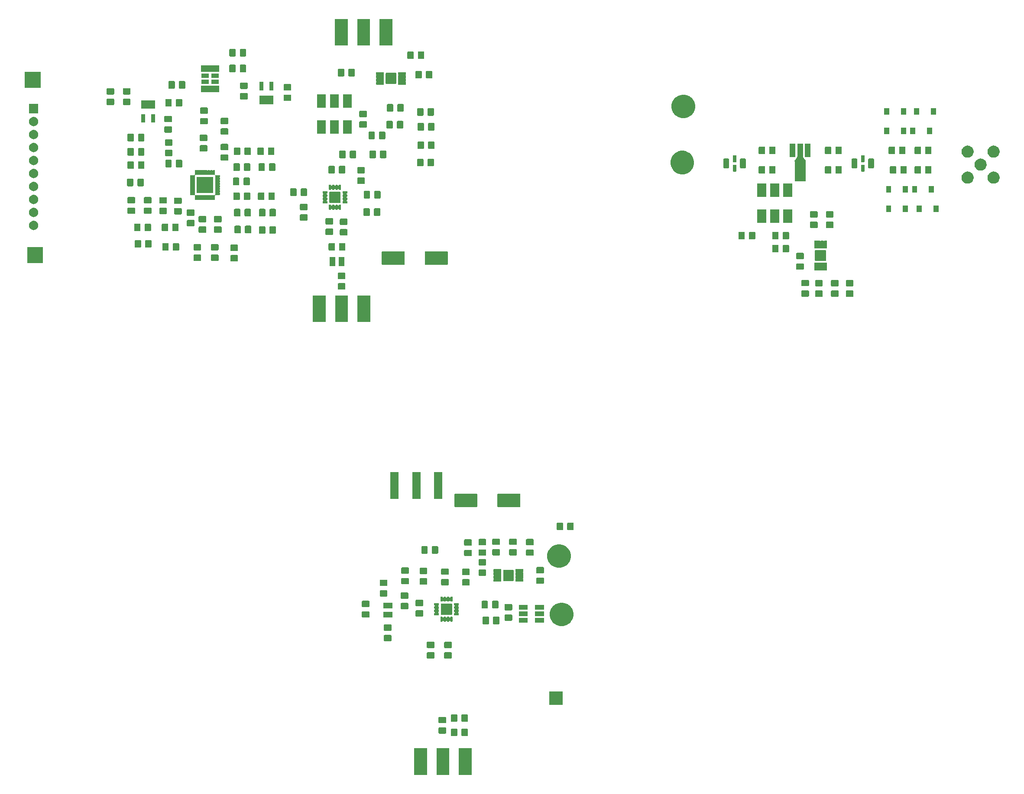
<source format=gbr>
G04 #@! TF.GenerationSoftware,KiCad,Pcbnew,5.1.5-52549c5~84~ubuntu18.04.1*
G04 #@! TF.CreationDate,2020-04-26T13:35:48+09:30*
G04 #@! TF.ProjectId,SpecAnFrontEnd,53706563-416e-4467-926f-6e74456e642e,rev?*
G04 #@! TF.SameCoordinates,Original*
G04 #@! TF.FileFunction,Soldermask,Top*
G04 #@! TF.FilePolarity,Negative*
%FSLAX46Y46*%
G04 Gerber Fmt 4.6, Leading zero omitted, Abs format (unit mm)*
G04 Created by KiCad (PCBNEW 5.1.5-52549c5~84~ubuntu18.04.1) date 2020-04-26 13:35:48*
%MOMM*%
%LPD*%
G04 APERTURE LIST*
%ADD10C,0.100000*%
G04 APERTURE END LIST*
D10*
G36*
X117641000Y-169111000D02*
G01*
X115119000Y-169111000D01*
X115119000Y-163929000D01*
X117641000Y-163929000D01*
X117641000Y-169111000D01*
G37*
G36*
X113196000Y-169111000D02*
G01*
X110804000Y-169111000D01*
X110804000Y-163929000D01*
X113196000Y-163929000D01*
X113196000Y-169111000D01*
G37*
G36*
X108881000Y-169111000D02*
G01*
X106359000Y-169111000D01*
X106359000Y-163929000D01*
X108881000Y-163929000D01*
X108881000Y-169111000D01*
G37*
G36*
X114663674Y-160053465D02*
G01*
X114701367Y-160064899D01*
X114736103Y-160083466D01*
X114766548Y-160108452D01*
X114791534Y-160138897D01*
X114810101Y-160173633D01*
X114821535Y-160211326D01*
X114826000Y-160256661D01*
X114826000Y-161343339D01*
X114821535Y-161388674D01*
X114810101Y-161426367D01*
X114791534Y-161461103D01*
X114766548Y-161491548D01*
X114736103Y-161516534D01*
X114701367Y-161535101D01*
X114663674Y-161546535D01*
X114618339Y-161551000D01*
X113781661Y-161551000D01*
X113736326Y-161546535D01*
X113698633Y-161535101D01*
X113663897Y-161516534D01*
X113633452Y-161491548D01*
X113608466Y-161461103D01*
X113589899Y-161426367D01*
X113578465Y-161388674D01*
X113574000Y-161343339D01*
X113574000Y-160256661D01*
X113578465Y-160211326D01*
X113589899Y-160173633D01*
X113608466Y-160138897D01*
X113633452Y-160108452D01*
X113663897Y-160083466D01*
X113698633Y-160064899D01*
X113736326Y-160053465D01*
X113781661Y-160049000D01*
X114618339Y-160049000D01*
X114663674Y-160053465D01*
G37*
G36*
X116713674Y-160053465D02*
G01*
X116751367Y-160064899D01*
X116786103Y-160083466D01*
X116816548Y-160108452D01*
X116841534Y-160138897D01*
X116860101Y-160173633D01*
X116871535Y-160211326D01*
X116876000Y-160256661D01*
X116876000Y-161343339D01*
X116871535Y-161388674D01*
X116860101Y-161426367D01*
X116841534Y-161461103D01*
X116816548Y-161491548D01*
X116786103Y-161516534D01*
X116751367Y-161535101D01*
X116713674Y-161546535D01*
X116668339Y-161551000D01*
X115831661Y-161551000D01*
X115786326Y-161546535D01*
X115748633Y-161535101D01*
X115713897Y-161516534D01*
X115683452Y-161491548D01*
X115658466Y-161461103D01*
X115639899Y-161426367D01*
X115628465Y-161388674D01*
X115624000Y-161343339D01*
X115624000Y-160256661D01*
X115628465Y-160211326D01*
X115639899Y-160173633D01*
X115658466Y-160138897D01*
X115683452Y-160108452D01*
X115713897Y-160083466D01*
X115748633Y-160064899D01*
X115786326Y-160053465D01*
X115831661Y-160049000D01*
X116668339Y-160049000D01*
X116713674Y-160053465D01*
G37*
G36*
X112488674Y-159803465D02*
G01*
X112526367Y-159814899D01*
X112561103Y-159833466D01*
X112591548Y-159858452D01*
X112616534Y-159888897D01*
X112635101Y-159923633D01*
X112646535Y-159961326D01*
X112651000Y-160006661D01*
X112651000Y-160843339D01*
X112646535Y-160888674D01*
X112635101Y-160926367D01*
X112616534Y-160961103D01*
X112591548Y-160991548D01*
X112561103Y-161016534D01*
X112526367Y-161035101D01*
X112488674Y-161046535D01*
X112443339Y-161051000D01*
X111356661Y-161051000D01*
X111311326Y-161046535D01*
X111273633Y-161035101D01*
X111238897Y-161016534D01*
X111208452Y-160991548D01*
X111183466Y-160961103D01*
X111164899Y-160926367D01*
X111153465Y-160888674D01*
X111149000Y-160843339D01*
X111149000Y-160006661D01*
X111153465Y-159961326D01*
X111164899Y-159923633D01*
X111183466Y-159888897D01*
X111208452Y-159858452D01*
X111238897Y-159833466D01*
X111273633Y-159814899D01*
X111311326Y-159803465D01*
X111356661Y-159799000D01*
X112443339Y-159799000D01*
X112488674Y-159803465D01*
G37*
G36*
X112488674Y-157753465D02*
G01*
X112526367Y-157764899D01*
X112561103Y-157783466D01*
X112591548Y-157808452D01*
X112616534Y-157838897D01*
X112635101Y-157873633D01*
X112646535Y-157911326D01*
X112651000Y-157956661D01*
X112651000Y-158793339D01*
X112646535Y-158838674D01*
X112635101Y-158876367D01*
X112616534Y-158911103D01*
X112591548Y-158941548D01*
X112561103Y-158966534D01*
X112526367Y-158985101D01*
X112488674Y-158996535D01*
X112443339Y-159001000D01*
X111356661Y-159001000D01*
X111311326Y-158996535D01*
X111273633Y-158985101D01*
X111238897Y-158966534D01*
X111208452Y-158941548D01*
X111183466Y-158911103D01*
X111164899Y-158876367D01*
X111153465Y-158838674D01*
X111149000Y-158793339D01*
X111149000Y-157956661D01*
X111153465Y-157911326D01*
X111164899Y-157873633D01*
X111183466Y-157838897D01*
X111208452Y-157808452D01*
X111238897Y-157783466D01*
X111273633Y-157764899D01*
X111311326Y-157753465D01*
X111356661Y-157749000D01*
X112443339Y-157749000D01*
X112488674Y-157753465D01*
G37*
G36*
X116713674Y-157253465D02*
G01*
X116751367Y-157264899D01*
X116786103Y-157283466D01*
X116816548Y-157308452D01*
X116841534Y-157338897D01*
X116860101Y-157373633D01*
X116871535Y-157411326D01*
X116876000Y-157456661D01*
X116876000Y-158543339D01*
X116871535Y-158588674D01*
X116860101Y-158626367D01*
X116841534Y-158661103D01*
X116816548Y-158691548D01*
X116786103Y-158716534D01*
X116751367Y-158735101D01*
X116713674Y-158746535D01*
X116668339Y-158751000D01*
X115831661Y-158751000D01*
X115786326Y-158746535D01*
X115748633Y-158735101D01*
X115713897Y-158716534D01*
X115683452Y-158691548D01*
X115658466Y-158661103D01*
X115639899Y-158626367D01*
X115628465Y-158588674D01*
X115624000Y-158543339D01*
X115624000Y-157456661D01*
X115628465Y-157411326D01*
X115639899Y-157373633D01*
X115658466Y-157338897D01*
X115683452Y-157308452D01*
X115713897Y-157283466D01*
X115748633Y-157264899D01*
X115786326Y-157253465D01*
X115831661Y-157249000D01*
X116668339Y-157249000D01*
X116713674Y-157253465D01*
G37*
G36*
X114663674Y-157253465D02*
G01*
X114701367Y-157264899D01*
X114736103Y-157283466D01*
X114766548Y-157308452D01*
X114791534Y-157338897D01*
X114810101Y-157373633D01*
X114821535Y-157411326D01*
X114826000Y-157456661D01*
X114826000Y-158543339D01*
X114821535Y-158588674D01*
X114810101Y-158626367D01*
X114791534Y-158661103D01*
X114766548Y-158691548D01*
X114736103Y-158716534D01*
X114701367Y-158735101D01*
X114663674Y-158746535D01*
X114618339Y-158751000D01*
X113781661Y-158751000D01*
X113736326Y-158746535D01*
X113698633Y-158735101D01*
X113663897Y-158716534D01*
X113633452Y-158691548D01*
X113608466Y-158661103D01*
X113589899Y-158626367D01*
X113578465Y-158588674D01*
X113574000Y-158543339D01*
X113574000Y-157456661D01*
X113578465Y-157411326D01*
X113589899Y-157373633D01*
X113608466Y-157338897D01*
X113633452Y-157308452D01*
X113663897Y-157283466D01*
X113698633Y-157264899D01*
X113736326Y-157253465D01*
X113781661Y-157249000D01*
X114618339Y-157249000D01*
X114663674Y-157253465D01*
G37*
G36*
X135401000Y-155401000D02*
G01*
X132799000Y-155401000D01*
X132799000Y-152799000D01*
X135401000Y-152799000D01*
X135401000Y-155401000D01*
G37*
G36*
X113588674Y-145128465D02*
G01*
X113626367Y-145139899D01*
X113661103Y-145158466D01*
X113691548Y-145183452D01*
X113716534Y-145213897D01*
X113735101Y-145248633D01*
X113746535Y-145286326D01*
X113751000Y-145331661D01*
X113751000Y-146168339D01*
X113746535Y-146213674D01*
X113735101Y-146251367D01*
X113716534Y-146286103D01*
X113691548Y-146316548D01*
X113661103Y-146341534D01*
X113626367Y-146360101D01*
X113588674Y-146371535D01*
X113543339Y-146376000D01*
X112456661Y-146376000D01*
X112411326Y-146371535D01*
X112373633Y-146360101D01*
X112338897Y-146341534D01*
X112308452Y-146316548D01*
X112283466Y-146286103D01*
X112264899Y-146251367D01*
X112253465Y-146213674D01*
X112249000Y-146168339D01*
X112249000Y-145331661D01*
X112253465Y-145286326D01*
X112264899Y-145248633D01*
X112283466Y-145213897D01*
X112308452Y-145183452D01*
X112338897Y-145158466D01*
X112373633Y-145139899D01*
X112411326Y-145128465D01*
X112456661Y-145124000D01*
X113543339Y-145124000D01*
X113588674Y-145128465D01*
G37*
G36*
X110188674Y-145103465D02*
G01*
X110226367Y-145114899D01*
X110261103Y-145133466D01*
X110291548Y-145158452D01*
X110316534Y-145188897D01*
X110335101Y-145223633D01*
X110346535Y-145261326D01*
X110351000Y-145306661D01*
X110351000Y-146143339D01*
X110346535Y-146188674D01*
X110335101Y-146226367D01*
X110316534Y-146261103D01*
X110291548Y-146291548D01*
X110261103Y-146316534D01*
X110226367Y-146335101D01*
X110188674Y-146346535D01*
X110143339Y-146351000D01*
X109056661Y-146351000D01*
X109011326Y-146346535D01*
X108973633Y-146335101D01*
X108938897Y-146316534D01*
X108908452Y-146291548D01*
X108883466Y-146261103D01*
X108864899Y-146226367D01*
X108853465Y-146188674D01*
X108849000Y-146143339D01*
X108849000Y-145306661D01*
X108853465Y-145261326D01*
X108864899Y-145223633D01*
X108883466Y-145188897D01*
X108908452Y-145158452D01*
X108938897Y-145133466D01*
X108973633Y-145114899D01*
X109011326Y-145103465D01*
X109056661Y-145099000D01*
X110143339Y-145099000D01*
X110188674Y-145103465D01*
G37*
G36*
X113588674Y-143078465D02*
G01*
X113626367Y-143089899D01*
X113661103Y-143108466D01*
X113691548Y-143133452D01*
X113716534Y-143163897D01*
X113735101Y-143198633D01*
X113746535Y-143236326D01*
X113751000Y-143281661D01*
X113751000Y-144118339D01*
X113746535Y-144163674D01*
X113735101Y-144201367D01*
X113716534Y-144236103D01*
X113691548Y-144266548D01*
X113661103Y-144291534D01*
X113626367Y-144310101D01*
X113588674Y-144321535D01*
X113543339Y-144326000D01*
X112456661Y-144326000D01*
X112411326Y-144321535D01*
X112373633Y-144310101D01*
X112338897Y-144291534D01*
X112308452Y-144266548D01*
X112283466Y-144236103D01*
X112264899Y-144201367D01*
X112253465Y-144163674D01*
X112249000Y-144118339D01*
X112249000Y-143281661D01*
X112253465Y-143236326D01*
X112264899Y-143198633D01*
X112283466Y-143163897D01*
X112308452Y-143133452D01*
X112338897Y-143108466D01*
X112373633Y-143089899D01*
X112411326Y-143078465D01*
X112456661Y-143074000D01*
X113543339Y-143074000D01*
X113588674Y-143078465D01*
G37*
G36*
X110188674Y-143053465D02*
G01*
X110226367Y-143064899D01*
X110261103Y-143083466D01*
X110291548Y-143108452D01*
X110316534Y-143138897D01*
X110335101Y-143173633D01*
X110346535Y-143211326D01*
X110351000Y-143256661D01*
X110351000Y-144093339D01*
X110346535Y-144138674D01*
X110335101Y-144176367D01*
X110316534Y-144211103D01*
X110291548Y-144241548D01*
X110261103Y-144266534D01*
X110226367Y-144285101D01*
X110188674Y-144296535D01*
X110143339Y-144301000D01*
X109056661Y-144301000D01*
X109011326Y-144296535D01*
X108973633Y-144285101D01*
X108938897Y-144266534D01*
X108908452Y-144241548D01*
X108883466Y-144211103D01*
X108864899Y-144176367D01*
X108853465Y-144138674D01*
X108849000Y-144093339D01*
X108849000Y-143256661D01*
X108853465Y-143211326D01*
X108864899Y-143173633D01*
X108883466Y-143138897D01*
X108908452Y-143108452D01*
X108938897Y-143083466D01*
X108973633Y-143064899D01*
X109011326Y-143053465D01*
X109056661Y-143049000D01*
X110143339Y-143049000D01*
X110188674Y-143053465D01*
G37*
G36*
X101788674Y-141728465D02*
G01*
X101826367Y-141739899D01*
X101861103Y-141758466D01*
X101891548Y-141783452D01*
X101916534Y-141813897D01*
X101935101Y-141848633D01*
X101946535Y-141886326D01*
X101951000Y-141931661D01*
X101951000Y-142768339D01*
X101946535Y-142813674D01*
X101935101Y-142851367D01*
X101916534Y-142886103D01*
X101891548Y-142916548D01*
X101861103Y-142941534D01*
X101826367Y-142960101D01*
X101788674Y-142971535D01*
X101743339Y-142976000D01*
X100656661Y-142976000D01*
X100611326Y-142971535D01*
X100573633Y-142960101D01*
X100538897Y-142941534D01*
X100508452Y-142916548D01*
X100483466Y-142886103D01*
X100464899Y-142851367D01*
X100453465Y-142813674D01*
X100449000Y-142768339D01*
X100449000Y-141931661D01*
X100453465Y-141886326D01*
X100464899Y-141848633D01*
X100483466Y-141813897D01*
X100508452Y-141783452D01*
X100538897Y-141758466D01*
X100573633Y-141739899D01*
X100611326Y-141728465D01*
X100656661Y-141724000D01*
X101743339Y-141724000D01*
X101788674Y-141728465D01*
G37*
G36*
X101788674Y-139678465D02*
G01*
X101826367Y-139689899D01*
X101861103Y-139708466D01*
X101891548Y-139733452D01*
X101916534Y-139763897D01*
X101935101Y-139798633D01*
X101946535Y-139836326D01*
X101951000Y-139881661D01*
X101951000Y-140718339D01*
X101946535Y-140763674D01*
X101935101Y-140801367D01*
X101916534Y-140836103D01*
X101891548Y-140866548D01*
X101861103Y-140891534D01*
X101826367Y-140910101D01*
X101788674Y-140921535D01*
X101743339Y-140926000D01*
X100656661Y-140926000D01*
X100611326Y-140921535D01*
X100573633Y-140910101D01*
X100538897Y-140891534D01*
X100508452Y-140866548D01*
X100483466Y-140836103D01*
X100464899Y-140801367D01*
X100453465Y-140763674D01*
X100449000Y-140718339D01*
X100449000Y-139881661D01*
X100453465Y-139836326D01*
X100464899Y-139798633D01*
X100483466Y-139763897D01*
X100508452Y-139733452D01*
X100538897Y-139708466D01*
X100573633Y-139689899D01*
X100611326Y-139678465D01*
X100656661Y-139674000D01*
X101743339Y-139674000D01*
X101788674Y-139678465D01*
G37*
G36*
X135871304Y-135487002D02*
G01*
X136290139Y-135660489D01*
X136290141Y-135660490D01*
X136352657Y-135702262D01*
X136667082Y-135912354D01*
X136987646Y-136232918D01*
X137029642Y-136295770D01*
X137236289Y-136605038D01*
X137239511Y-136609861D01*
X137412998Y-137028696D01*
X137501440Y-137473327D01*
X137501440Y-137926673D01*
X137412998Y-138371304D01*
X137248541Y-138768339D01*
X137239510Y-138790141D01*
X137138352Y-138941534D01*
X136987646Y-139167082D01*
X136667082Y-139487646D01*
X136491253Y-139605131D01*
X136290141Y-139739510D01*
X136290140Y-139739511D01*
X136290139Y-139739511D01*
X135871304Y-139912998D01*
X135426673Y-140001440D01*
X134973327Y-140001440D01*
X134528696Y-139912998D01*
X134109861Y-139739511D01*
X134109860Y-139739511D01*
X134109859Y-139739510D01*
X133908747Y-139605131D01*
X133732918Y-139487646D01*
X133412354Y-139167082D01*
X133261648Y-138941534D01*
X133160490Y-138790141D01*
X133151459Y-138768339D01*
X132987002Y-138371304D01*
X132898560Y-137926673D01*
X132898560Y-137473327D01*
X132987002Y-137028696D01*
X133160489Y-136609861D01*
X133163712Y-136605038D01*
X133370358Y-136295770D01*
X133412354Y-136232918D01*
X133732918Y-135912354D01*
X134047343Y-135702262D01*
X134109859Y-135660490D01*
X134109861Y-135660489D01*
X134528696Y-135487002D01*
X134973327Y-135398560D01*
X135426673Y-135398560D01*
X135871304Y-135487002D01*
G37*
G36*
X122888674Y-138153465D02*
G01*
X122926367Y-138164899D01*
X122961103Y-138183466D01*
X122991548Y-138208452D01*
X123016534Y-138238897D01*
X123035101Y-138273633D01*
X123046535Y-138311326D01*
X123051000Y-138356661D01*
X123051000Y-139443339D01*
X123046535Y-139488674D01*
X123035101Y-139526367D01*
X123016534Y-139561103D01*
X122991548Y-139591548D01*
X122961103Y-139616534D01*
X122926367Y-139635101D01*
X122888674Y-139646535D01*
X122843339Y-139651000D01*
X122006661Y-139651000D01*
X121961326Y-139646535D01*
X121923633Y-139635101D01*
X121888897Y-139616534D01*
X121858452Y-139591548D01*
X121833466Y-139561103D01*
X121814899Y-139526367D01*
X121803465Y-139488674D01*
X121799000Y-139443339D01*
X121799000Y-138356661D01*
X121803465Y-138311326D01*
X121814899Y-138273633D01*
X121833466Y-138238897D01*
X121858452Y-138208452D01*
X121888897Y-138183466D01*
X121923633Y-138164899D01*
X121961326Y-138153465D01*
X122006661Y-138149000D01*
X122843339Y-138149000D01*
X122888674Y-138153465D01*
G37*
G36*
X120838674Y-138153465D02*
G01*
X120876367Y-138164899D01*
X120911103Y-138183466D01*
X120941548Y-138208452D01*
X120966534Y-138238897D01*
X120985101Y-138273633D01*
X120996535Y-138311326D01*
X121001000Y-138356661D01*
X121001000Y-139443339D01*
X120996535Y-139488674D01*
X120985101Y-139526367D01*
X120966534Y-139561103D01*
X120941548Y-139591548D01*
X120911103Y-139616534D01*
X120876367Y-139635101D01*
X120838674Y-139646535D01*
X120793339Y-139651000D01*
X119956661Y-139651000D01*
X119911326Y-139646535D01*
X119873633Y-139635101D01*
X119838897Y-139616534D01*
X119808452Y-139591548D01*
X119783466Y-139561103D01*
X119764899Y-139526367D01*
X119753465Y-139488674D01*
X119749000Y-139443339D01*
X119749000Y-138356661D01*
X119753465Y-138311326D01*
X119764899Y-138273633D01*
X119783466Y-138238897D01*
X119808452Y-138208452D01*
X119838897Y-138183466D01*
X119873633Y-138164899D01*
X119911326Y-138153465D01*
X119956661Y-138149000D01*
X120793339Y-138149000D01*
X120838674Y-138153465D01*
G37*
G36*
X131766000Y-139301000D02*
G01*
X130014000Y-139301000D01*
X130014000Y-138439000D01*
X131766000Y-138439000D01*
X131766000Y-139301000D01*
G37*
G36*
X128586000Y-139301000D02*
G01*
X126834000Y-139301000D01*
X126834000Y-138439000D01*
X128586000Y-138439000D01*
X128586000Y-139301000D01*
G37*
G36*
X111895295Y-138175323D02*
G01*
X111902310Y-138177451D01*
X111908776Y-138180908D01*
X111914442Y-138185558D01*
X111919092Y-138191224D01*
X111922549Y-138197690D01*
X111924677Y-138204705D01*
X111925603Y-138214109D01*
X111930383Y-138238142D01*
X111939761Y-138260781D01*
X111953374Y-138281155D01*
X111970701Y-138298482D01*
X111991076Y-138312096D01*
X112013715Y-138321474D01*
X112037748Y-138326254D01*
X112062252Y-138326254D01*
X112086285Y-138321474D01*
X112108924Y-138312096D01*
X112129298Y-138298483D01*
X112146625Y-138281156D01*
X112160239Y-138260781D01*
X112169617Y-138238142D01*
X112174397Y-138214109D01*
X112175323Y-138204705D01*
X112177451Y-138197690D01*
X112180908Y-138191224D01*
X112185558Y-138185558D01*
X112191224Y-138180908D01*
X112197690Y-138177451D01*
X112204705Y-138175323D01*
X112218140Y-138174000D01*
X112531860Y-138174000D01*
X112545295Y-138175323D01*
X112552310Y-138177451D01*
X112558776Y-138180908D01*
X112564442Y-138185558D01*
X112569092Y-138191224D01*
X112572549Y-138197690D01*
X112574677Y-138204705D01*
X112575603Y-138214109D01*
X112580383Y-138238142D01*
X112589761Y-138260781D01*
X112603374Y-138281155D01*
X112620701Y-138298482D01*
X112641076Y-138312096D01*
X112663715Y-138321474D01*
X112687748Y-138326254D01*
X112712252Y-138326254D01*
X112736285Y-138321474D01*
X112758924Y-138312096D01*
X112779298Y-138298483D01*
X112796625Y-138281156D01*
X112810239Y-138260781D01*
X112819617Y-138238142D01*
X112824397Y-138214109D01*
X112825323Y-138204705D01*
X112827451Y-138197690D01*
X112830908Y-138191224D01*
X112835558Y-138185558D01*
X112841224Y-138180908D01*
X112847690Y-138177451D01*
X112854705Y-138175323D01*
X112868140Y-138174000D01*
X113181860Y-138174000D01*
X113195295Y-138175323D01*
X113202310Y-138177451D01*
X113208776Y-138180908D01*
X113214442Y-138185558D01*
X113219092Y-138191224D01*
X113222549Y-138197690D01*
X113224677Y-138204705D01*
X113225603Y-138214109D01*
X113230383Y-138238142D01*
X113239761Y-138260781D01*
X113253374Y-138281155D01*
X113270701Y-138298482D01*
X113291076Y-138312096D01*
X113313715Y-138321474D01*
X113337748Y-138326254D01*
X113362252Y-138326254D01*
X113386285Y-138321474D01*
X113408924Y-138312096D01*
X113429298Y-138298483D01*
X113446625Y-138281156D01*
X113460239Y-138260781D01*
X113469617Y-138238142D01*
X113474397Y-138214109D01*
X113475323Y-138204705D01*
X113477451Y-138197690D01*
X113480908Y-138191224D01*
X113485558Y-138185558D01*
X113491224Y-138180908D01*
X113497690Y-138177451D01*
X113504705Y-138175323D01*
X113518140Y-138174000D01*
X113831860Y-138174000D01*
X113845295Y-138175323D01*
X113852310Y-138177451D01*
X113858776Y-138180908D01*
X113864442Y-138185558D01*
X113869092Y-138191224D01*
X113872549Y-138197690D01*
X113874677Y-138204705D01*
X113876000Y-138218140D01*
X113876000Y-139081860D01*
X113874677Y-139095295D01*
X113872549Y-139102310D01*
X113869092Y-139108776D01*
X113864442Y-139114442D01*
X113858776Y-139119092D01*
X113852310Y-139122549D01*
X113845295Y-139124677D01*
X113831860Y-139126000D01*
X113518140Y-139126000D01*
X113504705Y-139124677D01*
X113497690Y-139122549D01*
X113491224Y-139119092D01*
X113485558Y-139114442D01*
X113480908Y-139108776D01*
X113477451Y-139102310D01*
X113475323Y-139095295D01*
X113474397Y-139085891D01*
X113469617Y-139061858D01*
X113460239Y-139039219D01*
X113446626Y-139018845D01*
X113429299Y-139001518D01*
X113408924Y-138987904D01*
X113386285Y-138978526D01*
X113362252Y-138973746D01*
X113337748Y-138973746D01*
X113313715Y-138978526D01*
X113291076Y-138987904D01*
X113270702Y-139001517D01*
X113253375Y-139018844D01*
X113239761Y-139039219D01*
X113230383Y-139061858D01*
X113225603Y-139085891D01*
X113224677Y-139095295D01*
X113222549Y-139102310D01*
X113219092Y-139108776D01*
X113214442Y-139114442D01*
X113208776Y-139119092D01*
X113202310Y-139122549D01*
X113195295Y-139124677D01*
X113181860Y-139126000D01*
X112868140Y-139126000D01*
X112854705Y-139124677D01*
X112847690Y-139122549D01*
X112841224Y-139119092D01*
X112835558Y-139114442D01*
X112830908Y-139108776D01*
X112827451Y-139102310D01*
X112825323Y-139095295D01*
X112824397Y-139085891D01*
X112819617Y-139061858D01*
X112810239Y-139039219D01*
X112796626Y-139018845D01*
X112779299Y-139001518D01*
X112758924Y-138987904D01*
X112736285Y-138978526D01*
X112712252Y-138973746D01*
X112687748Y-138973746D01*
X112663715Y-138978526D01*
X112641076Y-138987904D01*
X112620702Y-139001517D01*
X112603375Y-139018844D01*
X112589761Y-139039219D01*
X112580383Y-139061858D01*
X112575603Y-139085891D01*
X112574677Y-139095295D01*
X112572549Y-139102310D01*
X112569092Y-139108776D01*
X112564442Y-139114442D01*
X112558776Y-139119092D01*
X112552310Y-139122549D01*
X112545295Y-139124677D01*
X112531860Y-139126000D01*
X112218140Y-139126000D01*
X112204705Y-139124677D01*
X112197690Y-139122549D01*
X112191224Y-139119092D01*
X112185558Y-139114442D01*
X112180908Y-139108776D01*
X112177451Y-139102310D01*
X112175323Y-139095295D01*
X112174397Y-139085891D01*
X112169617Y-139061858D01*
X112160239Y-139039219D01*
X112146626Y-139018845D01*
X112129299Y-139001518D01*
X112108924Y-138987904D01*
X112086285Y-138978526D01*
X112062252Y-138973746D01*
X112037748Y-138973746D01*
X112013715Y-138978526D01*
X111991076Y-138987904D01*
X111970702Y-139001517D01*
X111953375Y-139018844D01*
X111939761Y-139039219D01*
X111930383Y-139061858D01*
X111925603Y-139085891D01*
X111924677Y-139095295D01*
X111922549Y-139102310D01*
X111919092Y-139108776D01*
X111914442Y-139114442D01*
X111908776Y-139119092D01*
X111902310Y-139122549D01*
X111895295Y-139124677D01*
X111881860Y-139126000D01*
X111568140Y-139126000D01*
X111554705Y-139124677D01*
X111547690Y-139122549D01*
X111541224Y-139119092D01*
X111535558Y-139114442D01*
X111530908Y-139108776D01*
X111527451Y-139102310D01*
X111525323Y-139095295D01*
X111524000Y-139081860D01*
X111524000Y-138218140D01*
X111525323Y-138204705D01*
X111527451Y-138197690D01*
X111530908Y-138191224D01*
X111535558Y-138185558D01*
X111541224Y-138180908D01*
X111547690Y-138177451D01*
X111554705Y-138175323D01*
X111568140Y-138174000D01*
X111881860Y-138174000D01*
X111895295Y-138175323D01*
G37*
G36*
X125388674Y-137728465D02*
G01*
X125426367Y-137739899D01*
X125461103Y-137758466D01*
X125491548Y-137783452D01*
X125516534Y-137813897D01*
X125535101Y-137848633D01*
X125546535Y-137886326D01*
X125551000Y-137931661D01*
X125551000Y-138768339D01*
X125546535Y-138813674D01*
X125535101Y-138851367D01*
X125516534Y-138886103D01*
X125491548Y-138916548D01*
X125461103Y-138941534D01*
X125426367Y-138960101D01*
X125388674Y-138971535D01*
X125343339Y-138976000D01*
X124256661Y-138976000D01*
X124211326Y-138971535D01*
X124173633Y-138960101D01*
X124138897Y-138941534D01*
X124108452Y-138916548D01*
X124083466Y-138886103D01*
X124064899Y-138851367D01*
X124053465Y-138813674D01*
X124049000Y-138768339D01*
X124049000Y-137931661D01*
X124053465Y-137886326D01*
X124064899Y-137848633D01*
X124083466Y-137813897D01*
X124108452Y-137783452D01*
X124138897Y-137758466D01*
X124173633Y-137739899D01*
X124211326Y-137728465D01*
X124256661Y-137724000D01*
X125343339Y-137724000D01*
X125388674Y-137728465D01*
G37*
G36*
X97488674Y-137103465D02*
G01*
X97526367Y-137114899D01*
X97561103Y-137133466D01*
X97591548Y-137158452D01*
X97616534Y-137188897D01*
X97635101Y-137223633D01*
X97646535Y-137261326D01*
X97651000Y-137306661D01*
X97651000Y-138143339D01*
X97646535Y-138188674D01*
X97635101Y-138226367D01*
X97616534Y-138261103D01*
X97591548Y-138291548D01*
X97561103Y-138316534D01*
X97526367Y-138335101D01*
X97488674Y-138346535D01*
X97443339Y-138351000D01*
X96356661Y-138351000D01*
X96311326Y-138346535D01*
X96273633Y-138335101D01*
X96238897Y-138316534D01*
X96208452Y-138291548D01*
X96183466Y-138261103D01*
X96164899Y-138226367D01*
X96153465Y-138188674D01*
X96149000Y-138143339D01*
X96149000Y-137306661D01*
X96153465Y-137261326D01*
X96164899Y-137223633D01*
X96183466Y-137188897D01*
X96208452Y-137158452D01*
X96238897Y-137133466D01*
X96273633Y-137114899D01*
X96311326Y-137103465D01*
X96356661Y-137099000D01*
X97443339Y-137099000D01*
X97488674Y-137103465D01*
G37*
G36*
X102131000Y-138351000D02*
G01*
X100369000Y-138351000D01*
X100369000Y-137249000D01*
X102131000Y-137249000D01*
X102131000Y-138351000D01*
G37*
G36*
X107988674Y-136903465D02*
G01*
X108026367Y-136914899D01*
X108061103Y-136933466D01*
X108091548Y-136958452D01*
X108116534Y-136988897D01*
X108135101Y-137023633D01*
X108146535Y-137061326D01*
X108151000Y-137106661D01*
X108151000Y-137943339D01*
X108146535Y-137988674D01*
X108135101Y-138026367D01*
X108116534Y-138061103D01*
X108091548Y-138091548D01*
X108061103Y-138116534D01*
X108026367Y-138135101D01*
X107988674Y-138146535D01*
X107943339Y-138151000D01*
X106856661Y-138151000D01*
X106811326Y-138146535D01*
X106773633Y-138135101D01*
X106738897Y-138116534D01*
X106708452Y-138091548D01*
X106683466Y-138061103D01*
X106664899Y-138026367D01*
X106653465Y-137988674D01*
X106649000Y-137943339D01*
X106649000Y-137106661D01*
X106653465Y-137061326D01*
X106664899Y-137023633D01*
X106683466Y-136988897D01*
X106708452Y-136958452D01*
X106738897Y-136933466D01*
X106773633Y-136914899D01*
X106811326Y-136903465D01*
X106856661Y-136899000D01*
X107943339Y-136899000D01*
X107988674Y-136903465D01*
G37*
G36*
X128586000Y-138031000D02*
G01*
X126834000Y-138031000D01*
X126834000Y-137169000D01*
X128586000Y-137169000D01*
X128586000Y-138031000D01*
G37*
G36*
X131766000Y-138031000D02*
G01*
X130014000Y-138031000D01*
X130014000Y-137169000D01*
X131766000Y-137169000D01*
X131766000Y-138031000D01*
G37*
G36*
X115095295Y-135525323D02*
G01*
X115102310Y-135527451D01*
X115108776Y-135530908D01*
X115114442Y-135535558D01*
X115119092Y-135541224D01*
X115122549Y-135547690D01*
X115124677Y-135554705D01*
X115126000Y-135568140D01*
X115126000Y-135881860D01*
X115124677Y-135895295D01*
X115122549Y-135902310D01*
X115119092Y-135908776D01*
X115114442Y-135914442D01*
X115108776Y-135919092D01*
X115102310Y-135922549D01*
X115095295Y-135924677D01*
X115085891Y-135925603D01*
X115061858Y-135930383D01*
X115039219Y-135939761D01*
X115018845Y-135953374D01*
X115001518Y-135970701D01*
X114987904Y-135991076D01*
X114978526Y-136013715D01*
X114973746Y-136037748D01*
X114973746Y-136062252D01*
X114978526Y-136086285D01*
X114987904Y-136108924D01*
X115001517Y-136129298D01*
X115018844Y-136146625D01*
X115039219Y-136160239D01*
X115061858Y-136169617D01*
X115085891Y-136174397D01*
X115095295Y-136175323D01*
X115102310Y-136177451D01*
X115108776Y-136180908D01*
X115114442Y-136185558D01*
X115119092Y-136191224D01*
X115122549Y-136197690D01*
X115124677Y-136204705D01*
X115126000Y-136218140D01*
X115126000Y-136531860D01*
X115124677Y-136545295D01*
X115122549Y-136552310D01*
X115119092Y-136558776D01*
X115114442Y-136564442D01*
X115108776Y-136569092D01*
X115102310Y-136572549D01*
X115095295Y-136574677D01*
X115085891Y-136575603D01*
X115061858Y-136580383D01*
X115039219Y-136589761D01*
X115018845Y-136603374D01*
X115001518Y-136620701D01*
X114987904Y-136641076D01*
X114978526Y-136663715D01*
X114973746Y-136687748D01*
X114973746Y-136712252D01*
X114978526Y-136736285D01*
X114987904Y-136758924D01*
X115001517Y-136779298D01*
X115018844Y-136796625D01*
X115039219Y-136810239D01*
X115061858Y-136819617D01*
X115085891Y-136824397D01*
X115095295Y-136825323D01*
X115102310Y-136827451D01*
X115108776Y-136830908D01*
X115114442Y-136835558D01*
X115119092Y-136841224D01*
X115122549Y-136847690D01*
X115124677Y-136854705D01*
X115126000Y-136868140D01*
X115126000Y-137181860D01*
X115124677Y-137195295D01*
X115122549Y-137202310D01*
X115119092Y-137208776D01*
X115114442Y-137214442D01*
X115108776Y-137219092D01*
X115102310Y-137222549D01*
X115095295Y-137224677D01*
X115085891Y-137225603D01*
X115061858Y-137230383D01*
X115039219Y-137239761D01*
X115018845Y-137253374D01*
X115001518Y-137270701D01*
X114987904Y-137291076D01*
X114978526Y-137313715D01*
X114973746Y-137337748D01*
X114973746Y-137362252D01*
X114978526Y-137386285D01*
X114987904Y-137408924D01*
X115001517Y-137429298D01*
X115018844Y-137446625D01*
X115039219Y-137460239D01*
X115061858Y-137469617D01*
X115085891Y-137474397D01*
X115095295Y-137475323D01*
X115102310Y-137477451D01*
X115108776Y-137480908D01*
X115114442Y-137485558D01*
X115119092Y-137491224D01*
X115122549Y-137497690D01*
X115124677Y-137504705D01*
X115126000Y-137518140D01*
X115126000Y-137831860D01*
X115124677Y-137845295D01*
X115122549Y-137852310D01*
X115119092Y-137858776D01*
X115114442Y-137864442D01*
X115108776Y-137869092D01*
X115102310Y-137872549D01*
X115095295Y-137874677D01*
X115081860Y-137876000D01*
X114218140Y-137876000D01*
X114204705Y-137874677D01*
X114197690Y-137872549D01*
X114191224Y-137869092D01*
X114185558Y-137864442D01*
X114180908Y-137858776D01*
X114177451Y-137852310D01*
X114175323Y-137845295D01*
X114174000Y-137831860D01*
X114174000Y-137518140D01*
X114175323Y-137504705D01*
X114177451Y-137497690D01*
X114180908Y-137491224D01*
X114185558Y-137485558D01*
X114191224Y-137480908D01*
X114197690Y-137477451D01*
X114204705Y-137475323D01*
X114214109Y-137474397D01*
X114238142Y-137469617D01*
X114260781Y-137460239D01*
X114281155Y-137446626D01*
X114298482Y-137429299D01*
X114312096Y-137408924D01*
X114321474Y-137386285D01*
X114326254Y-137362252D01*
X114326254Y-137337748D01*
X114321474Y-137313715D01*
X114312096Y-137291076D01*
X114298483Y-137270702D01*
X114281156Y-137253375D01*
X114260781Y-137239761D01*
X114238142Y-137230383D01*
X114214109Y-137225603D01*
X114204705Y-137224677D01*
X114197690Y-137222549D01*
X114191224Y-137219092D01*
X114185558Y-137214442D01*
X114180908Y-137208776D01*
X114177451Y-137202310D01*
X114175323Y-137195295D01*
X114174000Y-137181860D01*
X114174000Y-136868140D01*
X114175323Y-136854705D01*
X114177451Y-136847690D01*
X114180908Y-136841224D01*
X114185558Y-136835558D01*
X114191224Y-136830908D01*
X114197690Y-136827451D01*
X114204705Y-136825323D01*
X114214109Y-136824397D01*
X114238142Y-136819617D01*
X114260781Y-136810239D01*
X114281155Y-136796626D01*
X114298482Y-136779299D01*
X114312096Y-136758924D01*
X114321474Y-136736285D01*
X114326254Y-136712252D01*
X114326254Y-136687748D01*
X114321474Y-136663715D01*
X114312096Y-136641076D01*
X114298483Y-136620702D01*
X114281156Y-136603375D01*
X114260781Y-136589761D01*
X114238142Y-136580383D01*
X114214109Y-136575603D01*
X114204705Y-136574677D01*
X114197690Y-136572549D01*
X114191224Y-136569092D01*
X114185558Y-136564442D01*
X114180908Y-136558776D01*
X114177451Y-136552310D01*
X114175323Y-136545295D01*
X114174000Y-136531860D01*
X114174000Y-136218140D01*
X114175323Y-136204705D01*
X114177451Y-136197690D01*
X114180908Y-136191224D01*
X114185558Y-136185558D01*
X114191224Y-136180908D01*
X114197690Y-136177451D01*
X114204705Y-136175323D01*
X114214109Y-136174397D01*
X114238142Y-136169617D01*
X114260781Y-136160239D01*
X114281155Y-136146626D01*
X114298482Y-136129299D01*
X114312096Y-136108924D01*
X114321474Y-136086285D01*
X114326254Y-136062252D01*
X114326254Y-136037748D01*
X114321474Y-136013715D01*
X114312096Y-135991076D01*
X114298483Y-135970702D01*
X114281156Y-135953375D01*
X114260781Y-135939761D01*
X114238142Y-135930383D01*
X114214109Y-135925603D01*
X114204705Y-135924677D01*
X114197690Y-135922549D01*
X114191224Y-135919092D01*
X114185558Y-135914442D01*
X114180908Y-135908776D01*
X114177451Y-135902310D01*
X114175323Y-135895295D01*
X114174000Y-135881860D01*
X114174000Y-135568140D01*
X114175323Y-135554705D01*
X114177451Y-135547690D01*
X114180908Y-135541224D01*
X114185558Y-135535558D01*
X114191224Y-135530908D01*
X114197690Y-135527451D01*
X114204705Y-135525323D01*
X114218140Y-135524000D01*
X115081860Y-135524000D01*
X115095295Y-135525323D01*
G37*
G36*
X111195295Y-135525323D02*
G01*
X111202310Y-135527451D01*
X111208776Y-135530908D01*
X111214442Y-135535558D01*
X111219092Y-135541224D01*
X111222549Y-135547690D01*
X111224677Y-135554705D01*
X111226000Y-135568140D01*
X111226000Y-135881860D01*
X111224677Y-135895295D01*
X111222549Y-135902310D01*
X111219092Y-135908776D01*
X111214442Y-135914442D01*
X111208776Y-135919092D01*
X111202310Y-135922549D01*
X111195295Y-135924677D01*
X111185891Y-135925603D01*
X111161858Y-135930383D01*
X111139219Y-135939761D01*
X111118845Y-135953374D01*
X111101518Y-135970701D01*
X111087904Y-135991076D01*
X111078526Y-136013715D01*
X111073746Y-136037748D01*
X111073746Y-136062252D01*
X111078526Y-136086285D01*
X111087904Y-136108924D01*
X111101517Y-136129298D01*
X111118844Y-136146625D01*
X111139219Y-136160239D01*
X111161858Y-136169617D01*
X111185891Y-136174397D01*
X111195295Y-136175323D01*
X111202310Y-136177451D01*
X111208776Y-136180908D01*
X111214442Y-136185558D01*
X111219092Y-136191224D01*
X111222549Y-136197690D01*
X111224677Y-136204705D01*
X111226000Y-136218140D01*
X111226000Y-136531860D01*
X111224677Y-136545295D01*
X111222549Y-136552310D01*
X111219092Y-136558776D01*
X111214442Y-136564442D01*
X111208776Y-136569092D01*
X111202310Y-136572549D01*
X111195295Y-136574677D01*
X111185891Y-136575603D01*
X111161858Y-136580383D01*
X111139219Y-136589761D01*
X111118845Y-136603374D01*
X111101518Y-136620701D01*
X111087904Y-136641076D01*
X111078526Y-136663715D01*
X111073746Y-136687748D01*
X111073746Y-136712252D01*
X111078526Y-136736285D01*
X111087904Y-136758924D01*
X111101517Y-136779298D01*
X111118844Y-136796625D01*
X111139219Y-136810239D01*
X111161858Y-136819617D01*
X111185891Y-136824397D01*
X111195295Y-136825323D01*
X111202310Y-136827451D01*
X111208776Y-136830908D01*
X111214442Y-136835558D01*
X111219092Y-136841224D01*
X111222549Y-136847690D01*
X111224677Y-136854705D01*
X111226000Y-136868140D01*
X111226000Y-137181860D01*
X111224677Y-137195295D01*
X111222549Y-137202310D01*
X111219092Y-137208776D01*
X111214442Y-137214442D01*
X111208776Y-137219092D01*
X111202310Y-137222549D01*
X111195295Y-137224677D01*
X111185891Y-137225603D01*
X111161858Y-137230383D01*
X111139219Y-137239761D01*
X111118845Y-137253374D01*
X111101518Y-137270701D01*
X111087904Y-137291076D01*
X111078526Y-137313715D01*
X111073746Y-137337748D01*
X111073746Y-137362252D01*
X111078526Y-137386285D01*
X111087904Y-137408924D01*
X111101517Y-137429298D01*
X111118844Y-137446625D01*
X111139219Y-137460239D01*
X111161858Y-137469617D01*
X111185891Y-137474397D01*
X111195295Y-137475323D01*
X111202310Y-137477451D01*
X111208776Y-137480908D01*
X111214442Y-137485558D01*
X111219092Y-137491224D01*
X111222549Y-137497690D01*
X111224677Y-137504705D01*
X111226000Y-137518140D01*
X111226000Y-137831860D01*
X111224677Y-137845295D01*
X111222549Y-137852310D01*
X111219092Y-137858776D01*
X111214442Y-137864442D01*
X111208776Y-137869092D01*
X111202310Y-137872549D01*
X111195295Y-137874677D01*
X111181860Y-137876000D01*
X110318140Y-137876000D01*
X110304705Y-137874677D01*
X110297690Y-137872549D01*
X110291224Y-137869092D01*
X110285558Y-137864442D01*
X110280908Y-137858776D01*
X110277451Y-137852310D01*
X110275323Y-137845295D01*
X110274000Y-137831860D01*
X110274000Y-137518140D01*
X110275323Y-137504705D01*
X110277451Y-137497690D01*
X110280908Y-137491224D01*
X110285558Y-137485558D01*
X110291224Y-137480908D01*
X110297690Y-137477451D01*
X110304705Y-137475323D01*
X110314109Y-137474397D01*
X110338142Y-137469617D01*
X110360781Y-137460239D01*
X110381155Y-137446626D01*
X110398482Y-137429299D01*
X110412096Y-137408924D01*
X110421474Y-137386285D01*
X110426254Y-137362252D01*
X110426254Y-137337748D01*
X110421474Y-137313715D01*
X110412096Y-137291076D01*
X110398483Y-137270702D01*
X110381156Y-137253375D01*
X110360781Y-137239761D01*
X110338142Y-137230383D01*
X110314109Y-137225603D01*
X110304705Y-137224677D01*
X110297690Y-137222549D01*
X110291224Y-137219092D01*
X110285558Y-137214442D01*
X110280908Y-137208776D01*
X110277451Y-137202310D01*
X110275323Y-137195295D01*
X110274000Y-137181860D01*
X110274000Y-136868140D01*
X110275323Y-136854705D01*
X110277451Y-136847690D01*
X110280908Y-136841224D01*
X110285558Y-136835558D01*
X110291224Y-136830908D01*
X110297690Y-136827451D01*
X110304705Y-136825323D01*
X110314109Y-136824397D01*
X110338142Y-136819617D01*
X110360781Y-136810239D01*
X110381155Y-136796626D01*
X110398482Y-136779299D01*
X110412096Y-136758924D01*
X110421474Y-136736285D01*
X110426254Y-136712252D01*
X110426254Y-136687748D01*
X110421474Y-136663715D01*
X110412096Y-136641076D01*
X110398483Y-136620702D01*
X110381156Y-136603375D01*
X110360781Y-136589761D01*
X110338142Y-136580383D01*
X110314109Y-136575603D01*
X110304705Y-136574677D01*
X110297690Y-136572549D01*
X110291224Y-136569092D01*
X110285558Y-136564442D01*
X110280908Y-136558776D01*
X110277451Y-136552310D01*
X110275323Y-136545295D01*
X110274000Y-136531860D01*
X110274000Y-136218140D01*
X110275323Y-136204705D01*
X110277451Y-136197690D01*
X110280908Y-136191224D01*
X110285558Y-136185558D01*
X110291224Y-136180908D01*
X110297690Y-136177451D01*
X110304705Y-136175323D01*
X110314109Y-136174397D01*
X110338142Y-136169617D01*
X110360781Y-136160239D01*
X110381155Y-136146626D01*
X110398482Y-136129299D01*
X110412096Y-136108924D01*
X110421474Y-136086285D01*
X110426254Y-136062252D01*
X110426254Y-136037748D01*
X110421474Y-136013715D01*
X110412096Y-135991076D01*
X110398483Y-135970702D01*
X110381156Y-135953375D01*
X110360781Y-135939761D01*
X110338142Y-135930383D01*
X110314109Y-135925603D01*
X110304705Y-135924677D01*
X110297690Y-135922549D01*
X110291224Y-135919092D01*
X110285558Y-135914442D01*
X110280908Y-135908776D01*
X110277451Y-135902310D01*
X110275323Y-135895295D01*
X110274000Y-135881860D01*
X110274000Y-135568140D01*
X110275323Y-135554705D01*
X110277451Y-135547690D01*
X110280908Y-135541224D01*
X110285558Y-135535558D01*
X110291224Y-135530908D01*
X110297690Y-135527451D01*
X110304705Y-135525323D01*
X110318140Y-135524000D01*
X111181860Y-135524000D01*
X111195295Y-135525323D01*
G37*
G36*
X113666536Y-135602800D02*
G01*
X113697738Y-135612265D01*
X113726486Y-135627631D01*
X113751687Y-135648313D01*
X113772369Y-135673514D01*
X113787735Y-135702262D01*
X113797200Y-135733464D01*
X113801000Y-135772046D01*
X113801000Y-137627954D01*
X113797200Y-137666536D01*
X113787735Y-137697738D01*
X113772369Y-137726486D01*
X113751687Y-137751687D01*
X113726486Y-137772369D01*
X113697738Y-137787735D01*
X113666536Y-137797200D01*
X113627954Y-137801000D01*
X111772046Y-137801000D01*
X111733464Y-137797200D01*
X111702262Y-137787735D01*
X111673514Y-137772369D01*
X111648313Y-137751687D01*
X111627631Y-137726486D01*
X111612265Y-137697738D01*
X111602800Y-137666536D01*
X111599000Y-137627954D01*
X111599000Y-135772046D01*
X111602800Y-135733464D01*
X111612265Y-135702262D01*
X111627631Y-135673514D01*
X111648313Y-135648313D01*
X111673514Y-135627631D01*
X111702262Y-135612265D01*
X111733464Y-135602800D01*
X111772046Y-135599000D01*
X113627954Y-135599000D01*
X113666536Y-135602800D01*
G37*
G36*
X125388674Y-135678465D02*
G01*
X125426367Y-135689899D01*
X125461103Y-135708466D01*
X125491548Y-135733452D01*
X125516534Y-135763897D01*
X125535101Y-135798633D01*
X125546535Y-135836326D01*
X125551000Y-135881661D01*
X125551000Y-136718339D01*
X125546535Y-136763674D01*
X125535101Y-136801367D01*
X125516534Y-136836103D01*
X125491548Y-136866548D01*
X125461103Y-136891534D01*
X125426367Y-136910101D01*
X125388674Y-136921535D01*
X125343339Y-136926000D01*
X124256661Y-136926000D01*
X124211326Y-136921535D01*
X124173633Y-136910101D01*
X124138897Y-136891534D01*
X124108452Y-136866548D01*
X124083466Y-136836103D01*
X124064899Y-136801367D01*
X124053465Y-136763674D01*
X124049000Y-136718339D01*
X124049000Y-135881661D01*
X124053465Y-135836326D01*
X124064899Y-135798633D01*
X124083466Y-135763897D01*
X124108452Y-135733452D01*
X124138897Y-135708466D01*
X124173633Y-135689899D01*
X124211326Y-135678465D01*
X124256661Y-135674000D01*
X125343339Y-135674000D01*
X125388674Y-135678465D01*
G37*
G36*
X131766000Y-136761000D02*
G01*
X130014000Y-136761000D01*
X130014000Y-135899000D01*
X131766000Y-135899000D01*
X131766000Y-136761000D01*
G37*
G36*
X128586000Y-136761000D02*
G01*
X126834000Y-136761000D01*
X126834000Y-135899000D01*
X128586000Y-135899000D01*
X128586000Y-136761000D01*
G37*
G36*
X105088674Y-135478465D02*
G01*
X105126367Y-135489899D01*
X105161103Y-135508466D01*
X105191548Y-135533452D01*
X105216534Y-135563897D01*
X105235101Y-135598633D01*
X105246535Y-135636326D01*
X105251000Y-135681661D01*
X105251000Y-136518339D01*
X105246535Y-136563674D01*
X105235101Y-136601367D01*
X105216534Y-136636103D01*
X105191548Y-136666548D01*
X105161103Y-136691534D01*
X105126367Y-136710101D01*
X105088674Y-136721535D01*
X105043339Y-136726000D01*
X103956661Y-136726000D01*
X103911326Y-136721535D01*
X103873633Y-136710101D01*
X103838897Y-136691534D01*
X103808452Y-136666548D01*
X103783466Y-136636103D01*
X103764899Y-136601367D01*
X103753465Y-136563674D01*
X103749000Y-136518339D01*
X103749000Y-135681661D01*
X103753465Y-135636326D01*
X103764899Y-135598633D01*
X103783466Y-135563897D01*
X103808452Y-135533452D01*
X103838897Y-135508466D01*
X103873633Y-135489899D01*
X103911326Y-135478465D01*
X103956661Y-135474000D01*
X105043339Y-135474000D01*
X105088674Y-135478465D01*
G37*
G36*
X120638674Y-135053465D02*
G01*
X120676367Y-135064899D01*
X120711103Y-135083466D01*
X120741548Y-135108452D01*
X120766534Y-135138897D01*
X120785101Y-135173633D01*
X120796535Y-135211326D01*
X120801000Y-135256661D01*
X120801000Y-136343339D01*
X120796535Y-136388674D01*
X120785101Y-136426367D01*
X120766534Y-136461103D01*
X120741548Y-136491548D01*
X120711103Y-136516534D01*
X120676367Y-136535101D01*
X120638674Y-136546535D01*
X120593339Y-136551000D01*
X119756661Y-136551000D01*
X119711326Y-136546535D01*
X119673633Y-136535101D01*
X119638897Y-136516534D01*
X119608452Y-136491548D01*
X119583466Y-136461103D01*
X119564899Y-136426367D01*
X119553465Y-136388674D01*
X119549000Y-136343339D01*
X119549000Y-135256661D01*
X119553465Y-135211326D01*
X119564899Y-135173633D01*
X119583466Y-135138897D01*
X119608452Y-135108452D01*
X119638897Y-135083466D01*
X119673633Y-135064899D01*
X119711326Y-135053465D01*
X119756661Y-135049000D01*
X120593339Y-135049000D01*
X120638674Y-135053465D01*
G37*
G36*
X122688674Y-135053465D02*
G01*
X122726367Y-135064899D01*
X122761103Y-135083466D01*
X122791548Y-135108452D01*
X122816534Y-135138897D01*
X122835101Y-135173633D01*
X122846535Y-135211326D01*
X122851000Y-135256661D01*
X122851000Y-136343339D01*
X122846535Y-136388674D01*
X122835101Y-136426367D01*
X122816534Y-136461103D01*
X122791548Y-136491548D01*
X122761103Y-136516534D01*
X122726367Y-136535101D01*
X122688674Y-136546535D01*
X122643339Y-136551000D01*
X121806661Y-136551000D01*
X121761326Y-136546535D01*
X121723633Y-136535101D01*
X121688897Y-136516534D01*
X121658452Y-136491548D01*
X121633466Y-136461103D01*
X121614899Y-136426367D01*
X121603465Y-136388674D01*
X121599000Y-136343339D01*
X121599000Y-135256661D01*
X121603465Y-135211326D01*
X121614899Y-135173633D01*
X121633466Y-135138897D01*
X121658452Y-135108452D01*
X121688897Y-135083466D01*
X121723633Y-135064899D01*
X121761326Y-135053465D01*
X121806661Y-135049000D01*
X122643339Y-135049000D01*
X122688674Y-135053465D01*
G37*
G36*
X102131000Y-136551000D02*
G01*
X100369000Y-136551000D01*
X100369000Y-135449000D01*
X102131000Y-135449000D01*
X102131000Y-136551000D01*
G37*
G36*
X97488674Y-135053465D02*
G01*
X97526367Y-135064899D01*
X97561103Y-135083466D01*
X97591548Y-135108452D01*
X97616534Y-135138897D01*
X97635101Y-135173633D01*
X97646535Y-135211326D01*
X97651000Y-135256661D01*
X97651000Y-136093339D01*
X97646535Y-136138674D01*
X97635101Y-136176367D01*
X97616534Y-136211103D01*
X97591548Y-136241548D01*
X97561103Y-136266534D01*
X97526367Y-136285101D01*
X97488674Y-136296535D01*
X97443339Y-136301000D01*
X96356661Y-136301000D01*
X96311326Y-136296535D01*
X96273633Y-136285101D01*
X96238897Y-136266534D01*
X96208452Y-136241548D01*
X96183466Y-136211103D01*
X96164899Y-136176367D01*
X96153465Y-136138674D01*
X96149000Y-136093339D01*
X96149000Y-135256661D01*
X96153465Y-135211326D01*
X96164899Y-135173633D01*
X96183466Y-135138897D01*
X96208452Y-135108452D01*
X96238897Y-135083466D01*
X96273633Y-135064899D01*
X96311326Y-135053465D01*
X96356661Y-135049000D01*
X97443339Y-135049000D01*
X97488674Y-135053465D01*
G37*
G36*
X107988674Y-134853465D02*
G01*
X108026367Y-134864899D01*
X108061103Y-134883466D01*
X108091548Y-134908452D01*
X108116534Y-134938897D01*
X108135101Y-134973633D01*
X108146535Y-135011326D01*
X108151000Y-135056661D01*
X108151000Y-135893339D01*
X108146535Y-135938674D01*
X108135101Y-135976367D01*
X108116534Y-136011103D01*
X108091548Y-136041548D01*
X108061103Y-136066534D01*
X108026367Y-136085101D01*
X107988674Y-136096535D01*
X107943339Y-136101000D01*
X106856661Y-136101000D01*
X106811326Y-136096535D01*
X106773633Y-136085101D01*
X106738897Y-136066534D01*
X106708452Y-136041548D01*
X106683466Y-136011103D01*
X106664899Y-135976367D01*
X106653465Y-135938674D01*
X106649000Y-135893339D01*
X106649000Y-135056661D01*
X106653465Y-135011326D01*
X106664899Y-134973633D01*
X106683466Y-134938897D01*
X106708452Y-134908452D01*
X106738897Y-134883466D01*
X106773633Y-134864899D01*
X106811326Y-134853465D01*
X106856661Y-134849000D01*
X107943339Y-134849000D01*
X107988674Y-134853465D01*
G37*
G36*
X111895295Y-134275323D02*
G01*
X111902310Y-134277451D01*
X111908776Y-134280908D01*
X111914442Y-134285558D01*
X111919092Y-134291224D01*
X111922549Y-134297690D01*
X111924677Y-134304705D01*
X111925603Y-134314109D01*
X111930383Y-134338142D01*
X111939761Y-134360781D01*
X111953374Y-134381155D01*
X111970701Y-134398482D01*
X111991076Y-134412096D01*
X112013715Y-134421474D01*
X112037748Y-134426254D01*
X112062252Y-134426254D01*
X112086285Y-134421474D01*
X112108924Y-134412096D01*
X112129298Y-134398483D01*
X112146625Y-134381156D01*
X112160239Y-134360781D01*
X112169617Y-134338142D01*
X112174397Y-134314109D01*
X112175323Y-134304705D01*
X112177451Y-134297690D01*
X112180908Y-134291224D01*
X112185558Y-134285558D01*
X112191224Y-134280908D01*
X112197690Y-134277451D01*
X112204705Y-134275323D01*
X112218140Y-134274000D01*
X112531860Y-134274000D01*
X112545295Y-134275323D01*
X112552310Y-134277451D01*
X112558776Y-134280908D01*
X112564442Y-134285558D01*
X112569092Y-134291224D01*
X112572549Y-134297690D01*
X112574677Y-134304705D01*
X112575603Y-134314109D01*
X112580383Y-134338142D01*
X112589761Y-134360781D01*
X112603374Y-134381155D01*
X112620701Y-134398482D01*
X112641076Y-134412096D01*
X112663715Y-134421474D01*
X112687748Y-134426254D01*
X112712252Y-134426254D01*
X112736285Y-134421474D01*
X112758924Y-134412096D01*
X112779298Y-134398483D01*
X112796625Y-134381156D01*
X112810239Y-134360781D01*
X112819617Y-134338142D01*
X112824397Y-134314109D01*
X112825323Y-134304705D01*
X112827451Y-134297690D01*
X112830908Y-134291224D01*
X112835558Y-134285558D01*
X112841224Y-134280908D01*
X112847690Y-134277451D01*
X112854705Y-134275323D01*
X112868140Y-134274000D01*
X113181860Y-134274000D01*
X113195295Y-134275323D01*
X113202310Y-134277451D01*
X113208776Y-134280908D01*
X113214442Y-134285558D01*
X113219092Y-134291224D01*
X113222549Y-134297690D01*
X113224677Y-134304705D01*
X113225603Y-134314109D01*
X113230383Y-134338142D01*
X113239761Y-134360781D01*
X113253374Y-134381155D01*
X113270701Y-134398482D01*
X113291076Y-134412096D01*
X113313715Y-134421474D01*
X113337748Y-134426254D01*
X113362252Y-134426254D01*
X113386285Y-134421474D01*
X113408924Y-134412096D01*
X113429298Y-134398483D01*
X113446625Y-134381156D01*
X113460239Y-134360781D01*
X113469617Y-134338142D01*
X113474397Y-134314109D01*
X113475323Y-134304705D01*
X113477451Y-134297690D01*
X113480908Y-134291224D01*
X113485558Y-134285558D01*
X113491224Y-134280908D01*
X113497690Y-134277451D01*
X113504705Y-134275323D01*
X113518140Y-134274000D01*
X113831860Y-134274000D01*
X113845295Y-134275323D01*
X113852310Y-134277451D01*
X113858776Y-134280908D01*
X113864442Y-134285558D01*
X113869092Y-134291224D01*
X113872549Y-134297690D01*
X113874677Y-134304705D01*
X113876000Y-134318140D01*
X113876000Y-135181860D01*
X113874677Y-135195295D01*
X113872549Y-135202310D01*
X113869092Y-135208776D01*
X113864442Y-135214442D01*
X113858776Y-135219092D01*
X113852310Y-135222549D01*
X113845295Y-135224677D01*
X113831860Y-135226000D01*
X113518140Y-135226000D01*
X113504705Y-135224677D01*
X113497690Y-135222549D01*
X113491224Y-135219092D01*
X113485558Y-135214442D01*
X113480908Y-135208776D01*
X113477451Y-135202310D01*
X113475323Y-135195295D01*
X113474397Y-135185891D01*
X113469617Y-135161858D01*
X113460239Y-135139219D01*
X113446626Y-135118845D01*
X113429299Y-135101518D01*
X113408924Y-135087904D01*
X113386285Y-135078526D01*
X113362252Y-135073746D01*
X113337748Y-135073746D01*
X113313715Y-135078526D01*
X113291076Y-135087904D01*
X113270702Y-135101517D01*
X113253375Y-135118844D01*
X113239761Y-135139219D01*
X113230383Y-135161858D01*
X113225603Y-135185891D01*
X113224677Y-135195295D01*
X113222549Y-135202310D01*
X113219092Y-135208776D01*
X113214442Y-135214442D01*
X113208776Y-135219092D01*
X113202310Y-135222549D01*
X113195295Y-135224677D01*
X113181860Y-135226000D01*
X112868140Y-135226000D01*
X112854705Y-135224677D01*
X112847690Y-135222549D01*
X112841224Y-135219092D01*
X112835558Y-135214442D01*
X112830908Y-135208776D01*
X112827451Y-135202310D01*
X112825323Y-135195295D01*
X112824397Y-135185891D01*
X112819617Y-135161858D01*
X112810239Y-135139219D01*
X112796626Y-135118845D01*
X112779299Y-135101518D01*
X112758924Y-135087904D01*
X112736285Y-135078526D01*
X112712252Y-135073746D01*
X112687748Y-135073746D01*
X112663715Y-135078526D01*
X112641076Y-135087904D01*
X112620702Y-135101517D01*
X112603375Y-135118844D01*
X112589761Y-135139219D01*
X112580383Y-135161858D01*
X112575603Y-135185891D01*
X112574677Y-135195295D01*
X112572549Y-135202310D01*
X112569092Y-135208776D01*
X112564442Y-135214442D01*
X112558776Y-135219092D01*
X112552310Y-135222549D01*
X112545295Y-135224677D01*
X112531860Y-135226000D01*
X112218140Y-135226000D01*
X112204705Y-135224677D01*
X112197690Y-135222549D01*
X112191224Y-135219092D01*
X112185558Y-135214442D01*
X112180908Y-135208776D01*
X112177451Y-135202310D01*
X112175323Y-135195295D01*
X112174397Y-135185891D01*
X112169617Y-135161858D01*
X112160239Y-135139219D01*
X112146626Y-135118845D01*
X112129299Y-135101518D01*
X112108924Y-135087904D01*
X112086285Y-135078526D01*
X112062252Y-135073746D01*
X112037748Y-135073746D01*
X112013715Y-135078526D01*
X111991076Y-135087904D01*
X111970702Y-135101517D01*
X111953375Y-135118844D01*
X111939761Y-135139219D01*
X111930383Y-135161858D01*
X111925603Y-135185891D01*
X111924677Y-135195295D01*
X111922549Y-135202310D01*
X111919092Y-135208776D01*
X111914442Y-135214442D01*
X111908776Y-135219092D01*
X111902310Y-135222549D01*
X111895295Y-135224677D01*
X111881860Y-135226000D01*
X111568140Y-135226000D01*
X111554705Y-135224677D01*
X111547690Y-135222549D01*
X111541224Y-135219092D01*
X111535558Y-135214442D01*
X111530908Y-135208776D01*
X111527451Y-135202310D01*
X111525323Y-135195295D01*
X111524000Y-135181860D01*
X111524000Y-134318140D01*
X111525323Y-134304705D01*
X111527451Y-134297690D01*
X111530908Y-134291224D01*
X111535558Y-134285558D01*
X111541224Y-134280908D01*
X111547690Y-134277451D01*
X111554705Y-134275323D01*
X111568140Y-134274000D01*
X111881860Y-134274000D01*
X111895295Y-134275323D01*
G37*
G36*
X105088674Y-133428465D02*
G01*
X105126367Y-133439899D01*
X105161103Y-133458466D01*
X105191548Y-133483452D01*
X105216534Y-133513897D01*
X105235101Y-133548633D01*
X105246535Y-133586326D01*
X105251000Y-133631661D01*
X105251000Y-134468339D01*
X105246535Y-134513674D01*
X105235101Y-134551367D01*
X105216534Y-134586103D01*
X105191548Y-134616548D01*
X105161103Y-134641534D01*
X105126367Y-134660101D01*
X105088674Y-134671535D01*
X105043339Y-134676000D01*
X103956661Y-134676000D01*
X103911326Y-134671535D01*
X103873633Y-134660101D01*
X103838897Y-134641534D01*
X103808452Y-134616548D01*
X103783466Y-134586103D01*
X103764899Y-134551367D01*
X103753465Y-134513674D01*
X103749000Y-134468339D01*
X103749000Y-133631661D01*
X103753465Y-133586326D01*
X103764899Y-133548633D01*
X103783466Y-133513897D01*
X103808452Y-133483452D01*
X103838897Y-133458466D01*
X103873633Y-133439899D01*
X103911326Y-133428465D01*
X103956661Y-133424000D01*
X105043339Y-133424000D01*
X105088674Y-133428465D01*
G37*
G36*
X100988674Y-132978465D02*
G01*
X101026367Y-132989899D01*
X101061103Y-133008466D01*
X101091548Y-133033452D01*
X101116534Y-133063897D01*
X101135101Y-133098633D01*
X101146535Y-133136326D01*
X101151000Y-133181661D01*
X101151000Y-134018339D01*
X101146535Y-134063674D01*
X101135101Y-134101367D01*
X101116534Y-134136103D01*
X101091548Y-134166548D01*
X101061103Y-134191534D01*
X101026367Y-134210101D01*
X100988674Y-134221535D01*
X100943339Y-134226000D01*
X99856661Y-134226000D01*
X99811326Y-134221535D01*
X99773633Y-134210101D01*
X99738897Y-134191534D01*
X99708452Y-134166548D01*
X99683466Y-134136103D01*
X99664899Y-134101367D01*
X99653465Y-134063674D01*
X99649000Y-134018339D01*
X99649000Y-133181661D01*
X99653465Y-133136326D01*
X99664899Y-133098633D01*
X99683466Y-133063897D01*
X99708452Y-133033452D01*
X99738897Y-133008466D01*
X99773633Y-132989899D01*
X99811326Y-132978465D01*
X99856661Y-132974000D01*
X100943339Y-132974000D01*
X100988674Y-132978465D01*
G37*
G36*
X100988674Y-130928465D02*
G01*
X101026367Y-130939899D01*
X101061103Y-130958466D01*
X101091548Y-130983452D01*
X101116534Y-131013897D01*
X101135101Y-131048633D01*
X101146535Y-131086326D01*
X101151000Y-131131661D01*
X101151000Y-131968339D01*
X101146535Y-132013674D01*
X101135101Y-132051367D01*
X101116534Y-132086103D01*
X101091548Y-132116548D01*
X101061103Y-132141534D01*
X101026367Y-132160101D01*
X100988674Y-132171535D01*
X100943339Y-132176000D01*
X99856661Y-132176000D01*
X99811326Y-132171535D01*
X99773633Y-132160101D01*
X99738897Y-132141534D01*
X99708452Y-132116548D01*
X99683466Y-132086103D01*
X99664899Y-132051367D01*
X99653465Y-132013674D01*
X99649000Y-131968339D01*
X99649000Y-131131661D01*
X99653465Y-131086326D01*
X99664899Y-131048633D01*
X99683466Y-131013897D01*
X99708452Y-130983452D01*
X99738897Y-130958466D01*
X99773633Y-130939899D01*
X99811326Y-130928465D01*
X99856661Y-130924000D01*
X100943339Y-130924000D01*
X100988674Y-130928465D01*
G37*
G36*
X117088674Y-130828465D02*
G01*
X117126367Y-130839899D01*
X117161103Y-130858466D01*
X117191548Y-130883452D01*
X117216534Y-130913897D01*
X117235101Y-130948633D01*
X117246535Y-130986326D01*
X117251000Y-131031661D01*
X117251000Y-131868339D01*
X117246535Y-131913674D01*
X117235101Y-131951367D01*
X117216534Y-131986103D01*
X117191548Y-132016548D01*
X117161103Y-132041534D01*
X117126367Y-132060101D01*
X117088674Y-132071535D01*
X117043339Y-132076000D01*
X115956661Y-132076000D01*
X115911326Y-132071535D01*
X115873633Y-132060101D01*
X115838897Y-132041534D01*
X115808452Y-132016548D01*
X115783466Y-131986103D01*
X115764899Y-131951367D01*
X115753465Y-131913674D01*
X115749000Y-131868339D01*
X115749000Y-131031661D01*
X115753465Y-130986326D01*
X115764899Y-130948633D01*
X115783466Y-130913897D01*
X115808452Y-130883452D01*
X115838897Y-130858466D01*
X115873633Y-130839899D01*
X115911326Y-130828465D01*
X115956661Y-130824000D01*
X117043339Y-130824000D01*
X117088674Y-130828465D01*
G37*
G36*
X112988674Y-130778465D02*
G01*
X113026367Y-130789899D01*
X113061103Y-130808466D01*
X113091548Y-130833452D01*
X113116534Y-130863897D01*
X113135101Y-130898633D01*
X113146535Y-130936326D01*
X113151000Y-130981661D01*
X113151000Y-131818339D01*
X113146535Y-131863674D01*
X113135101Y-131901367D01*
X113116534Y-131936103D01*
X113091548Y-131966548D01*
X113061103Y-131991534D01*
X113026367Y-132010101D01*
X112988674Y-132021535D01*
X112943339Y-132026000D01*
X111856661Y-132026000D01*
X111811326Y-132021535D01*
X111773633Y-132010101D01*
X111738897Y-131991534D01*
X111708452Y-131966548D01*
X111683466Y-131936103D01*
X111664899Y-131901367D01*
X111653465Y-131863674D01*
X111649000Y-131818339D01*
X111649000Y-130981661D01*
X111653465Y-130936326D01*
X111664899Y-130898633D01*
X111683466Y-130863897D01*
X111708452Y-130833452D01*
X111738897Y-130808466D01*
X111773633Y-130789899D01*
X111811326Y-130778465D01*
X111856661Y-130774000D01*
X112943339Y-130774000D01*
X112988674Y-130778465D01*
G37*
G36*
X108788674Y-130628465D02*
G01*
X108826367Y-130639899D01*
X108861103Y-130658466D01*
X108891548Y-130683452D01*
X108916534Y-130713897D01*
X108935101Y-130748633D01*
X108946535Y-130786326D01*
X108951000Y-130831661D01*
X108951000Y-131668339D01*
X108946535Y-131713674D01*
X108935101Y-131751367D01*
X108916534Y-131786103D01*
X108891548Y-131816548D01*
X108861103Y-131841534D01*
X108826367Y-131860101D01*
X108788674Y-131871535D01*
X108743339Y-131876000D01*
X107656661Y-131876000D01*
X107611326Y-131871535D01*
X107573633Y-131860101D01*
X107538897Y-131841534D01*
X107508452Y-131816548D01*
X107483466Y-131786103D01*
X107464899Y-131751367D01*
X107453465Y-131713674D01*
X107449000Y-131668339D01*
X107449000Y-130831661D01*
X107453465Y-130786326D01*
X107464899Y-130748633D01*
X107483466Y-130713897D01*
X107508452Y-130683452D01*
X107538897Y-130658466D01*
X107573633Y-130639899D01*
X107611326Y-130628465D01*
X107656661Y-130624000D01*
X108743339Y-130624000D01*
X108788674Y-130628465D01*
G37*
G36*
X105188674Y-130578465D02*
G01*
X105226367Y-130589899D01*
X105261103Y-130608466D01*
X105291548Y-130633452D01*
X105316534Y-130663897D01*
X105335101Y-130698633D01*
X105346535Y-130736326D01*
X105351000Y-130781661D01*
X105351000Y-131618339D01*
X105346535Y-131663674D01*
X105335101Y-131701367D01*
X105316534Y-131736103D01*
X105291548Y-131766548D01*
X105261103Y-131791534D01*
X105226367Y-131810101D01*
X105188674Y-131821535D01*
X105143339Y-131826000D01*
X104056661Y-131826000D01*
X104011326Y-131821535D01*
X103973633Y-131810101D01*
X103938897Y-131791534D01*
X103908452Y-131766548D01*
X103883466Y-131736103D01*
X103864899Y-131701367D01*
X103853465Y-131663674D01*
X103849000Y-131618339D01*
X103849000Y-130781661D01*
X103853465Y-130736326D01*
X103864899Y-130698633D01*
X103883466Y-130663897D01*
X103908452Y-130633452D01*
X103938897Y-130608466D01*
X103973633Y-130589899D01*
X104011326Y-130578465D01*
X104056661Y-130574000D01*
X105143339Y-130574000D01*
X105188674Y-130578465D01*
G37*
G36*
X131588674Y-130503465D02*
G01*
X131626367Y-130514899D01*
X131661103Y-130533466D01*
X131691548Y-130558452D01*
X131716534Y-130588897D01*
X131735101Y-130623633D01*
X131746535Y-130661326D01*
X131751000Y-130706661D01*
X131751000Y-131543339D01*
X131746535Y-131588674D01*
X131735101Y-131626367D01*
X131716534Y-131661103D01*
X131691548Y-131691548D01*
X131661103Y-131716534D01*
X131626367Y-131735101D01*
X131588674Y-131746535D01*
X131543339Y-131751000D01*
X130456661Y-131751000D01*
X130411326Y-131746535D01*
X130373633Y-131735101D01*
X130338897Y-131716534D01*
X130308452Y-131691548D01*
X130283466Y-131661103D01*
X130264899Y-131626367D01*
X130253465Y-131588674D01*
X130249000Y-131543339D01*
X130249000Y-130706661D01*
X130253465Y-130661326D01*
X130264899Y-130623633D01*
X130283466Y-130588897D01*
X130308452Y-130558452D01*
X130338897Y-130533466D01*
X130373633Y-130514899D01*
X130411326Y-130503465D01*
X130456661Y-130499000D01*
X131543339Y-130499000D01*
X131588674Y-130503465D01*
G37*
G36*
X127675170Y-128875803D02*
G01*
X127686875Y-128879354D01*
X127697665Y-128885121D01*
X127707119Y-128892881D01*
X127714879Y-128902335D01*
X127720646Y-128913125D01*
X127724197Y-128924830D01*
X127726000Y-128943138D01*
X127726000Y-129306862D01*
X127724197Y-129325170D01*
X127720646Y-129336875D01*
X127714879Y-129347665D01*
X127703370Y-129361688D01*
X127694355Y-129370704D01*
X127680741Y-129391078D01*
X127671365Y-129413717D01*
X127666585Y-129437751D01*
X127666585Y-129462255D01*
X127671366Y-129486288D01*
X127680744Y-129508926D01*
X127694358Y-129529301D01*
X127703374Y-129538317D01*
X127714879Y-129552335D01*
X127720646Y-129563125D01*
X127724197Y-129574830D01*
X127726000Y-129593138D01*
X127726000Y-129956862D01*
X127724197Y-129975170D01*
X127720646Y-129986875D01*
X127714879Y-129997665D01*
X127703370Y-130011688D01*
X127694355Y-130020704D01*
X127680741Y-130041078D01*
X127671365Y-130063717D01*
X127666585Y-130087751D01*
X127666585Y-130112255D01*
X127671366Y-130136288D01*
X127680744Y-130158926D01*
X127694358Y-130179301D01*
X127703374Y-130188317D01*
X127714879Y-130202335D01*
X127720646Y-130213125D01*
X127724197Y-130224830D01*
X127726000Y-130243138D01*
X127726000Y-130606862D01*
X127724197Y-130625170D01*
X127720646Y-130636875D01*
X127714879Y-130647665D01*
X127703370Y-130661688D01*
X127694355Y-130670704D01*
X127680741Y-130691078D01*
X127671365Y-130713717D01*
X127666585Y-130737751D01*
X127666585Y-130762255D01*
X127671366Y-130786288D01*
X127680744Y-130808926D01*
X127694358Y-130829301D01*
X127703374Y-130838317D01*
X127714879Y-130852335D01*
X127720646Y-130863125D01*
X127724197Y-130874830D01*
X127726000Y-130893138D01*
X127726000Y-131256862D01*
X127724197Y-131275170D01*
X127720646Y-131286875D01*
X127714879Y-131297665D01*
X127707119Y-131307119D01*
X127697665Y-131314879D01*
X127686875Y-131320646D01*
X127675170Y-131324197D01*
X127656862Y-131326000D01*
X126243138Y-131326000D01*
X126224830Y-131324197D01*
X126213125Y-131320646D01*
X126202335Y-131314879D01*
X126192881Y-131307119D01*
X126185121Y-131297665D01*
X126179354Y-131286875D01*
X126175803Y-131275170D01*
X126174000Y-131256862D01*
X126174000Y-130893138D01*
X126175803Y-130874830D01*
X126179354Y-130863125D01*
X126185121Y-130852335D01*
X126196630Y-130838312D01*
X126205645Y-130829296D01*
X126219259Y-130808922D01*
X126228635Y-130786283D01*
X126233415Y-130762249D01*
X126233415Y-130737745D01*
X126228634Y-130713712D01*
X126219256Y-130691074D01*
X126205642Y-130670699D01*
X126196626Y-130661683D01*
X126185121Y-130647665D01*
X126179354Y-130636875D01*
X126175803Y-130625170D01*
X126174000Y-130606862D01*
X126174000Y-130243138D01*
X126175803Y-130224830D01*
X126179354Y-130213125D01*
X126185121Y-130202335D01*
X126196630Y-130188312D01*
X126205645Y-130179296D01*
X126219259Y-130158922D01*
X126228635Y-130136283D01*
X126233415Y-130112249D01*
X126233415Y-130087745D01*
X126228634Y-130063712D01*
X126219256Y-130041074D01*
X126205642Y-130020699D01*
X126196626Y-130011683D01*
X126185121Y-129997665D01*
X126179354Y-129986875D01*
X126175803Y-129975170D01*
X126174000Y-129956862D01*
X126174000Y-129593138D01*
X126175803Y-129574830D01*
X126179354Y-129563125D01*
X126185121Y-129552335D01*
X126196630Y-129538312D01*
X126205645Y-129529296D01*
X126219259Y-129508922D01*
X126228635Y-129486283D01*
X126233415Y-129462249D01*
X126233415Y-129437745D01*
X126228634Y-129413712D01*
X126219256Y-129391074D01*
X126205642Y-129370699D01*
X126196626Y-129361683D01*
X126185121Y-129347665D01*
X126179354Y-129336875D01*
X126175803Y-129325170D01*
X126174000Y-129306862D01*
X126174000Y-128943138D01*
X126175803Y-128924830D01*
X126179354Y-128913125D01*
X126185121Y-128902335D01*
X126192881Y-128892881D01*
X126202335Y-128885121D01*
X126213125Y-128879354D01*
X126224830Y-128875803D01*
X126243138Y-128874000D01*
X127656862Y-128874000D01*
X127675170Y-128875803D01*
G37*
G36*
X123375170Y-128875803D02*
G01*
X123386875Y-128879354D01*
X123397665Y-128885121D01*
X123407119Y-128892881D01*
X123414879Y-128902335D01*
X123420646Y-128913125D01*
X123424197Y-128924830D01*
X123426000Y-128943138D01*
X123426000Y-129306862D01*
X123424197Y-129325170D01*
X123420646Y-129336875D01*
X123414879Y-129347665D01*
X123403370Y-129361688D01*
X123394355Y-129370704D01*
X123380741Y-129391078D01*
X123371365Y-129413717D01*
X123366585Y-129437751D01*
X123366585Y-129462255D01*
X123371366Y-129486288D01*
X123380744Y-129508926D01*
X123394358Y-129529301D01*
X123403374Y-129538317D01*
X123414879Y-129552335D01*
X123420646Y-129563125D01*
X123424197Y-129574830D01*
X123426000Y-129593138D01*
X123426000Y-129956862D01*
X123424197Y-129975170D01*
X123420646Y-129986875D01*
X123414879Y-129997665D01*
X123403370Y-130011688D01*
X123394355Y-130020704D01*
X123380741Y-130041078D01*
X123371365Y-130063717D01*
X123366585Y-130087751D01*
X123366585Y-130112255D01*
X123371366Y-130136288D01*
X123380744Y-130158926D01*
X123394358Y-130179301D01*
X123403374Y-130188317D01*
X123414879Y-130202335D01*
X123420646Y-130213125D01*
X123424197Y-130224830D01*
X123426000Y-130243138D01*
X123426000Y-130606862D01*
X123424197Y-130625170D01*
X123420646Y-130636875D01*
X123414879Y-130647665D01*
X123403370Y-130661688D01*
X123394355Y-130670704D01*
X123380741Y-130691078D01*
X123371365Y-130713717D01*
X123366585Y-130737751D01*
X123366585Y-130762255D01*
X123371366Y-130786288D01*
X123380744Y-130808926D01*
X123394358Y-130829301D01*
X123403374Y-130838317D01*
X123414879Y-130852335D01*
X123420646Y-130863125D01*
X123424197Y-130874830D01*
X123426000Y-130893138D01*
X123426000Y-131256862D01*
X123424197Y-131275170D01*
X123420646Y-131286875D01*
X123414879Y-131297665D01*
X123407119Y-131307119D01*
X123397665Y-131314879D01*
X123386875Y-131320646D01*
X123375170Y-131324197D01*
X123356862Y-131326000D01*
X121943138Y-131326000D01*
X121924830Y-131324197D01*
X121913125Y-131320646D01*
X121902335Y-131314879D01*
X121892881Y-131307119D01*
X121885121Y-131297665D01*
X121879354Y-131286875D01*
X121875803Y-131275170D01*
X121874000Y-131256862D01*
X121874000Y-130893138D01*
X121875803Y-130874830D01*
X121879354Y-130863125D01*
X121885121Y-130852335D01*
X121896630Y-130838312D01*
X121905645Y-130829296D01*
X121919259Y-130808922D01*
X121928635Y-130786283D01*
X121933415Y-130762249D01*
X121933415Y-130737745D01*
X121928634Y-130713712D01*
X121919256Y-130691074D01*
X121905642Y-130670699D01*
X121896626Y-130661683D01*
X121885121Y-130647665D01*
X121879354Y-130636875D01*
X121875803Y-130625170D01*
X121874000Y-130606862D01*
X121874000Y-130243138D01*
X121875803Y-130224830D01*
X121879354Y-130213125D01*
X121885121Y-130202335D01*
X121896630Y-130188312D01*
X121905645Y-130179296D01*
X121919259Y-130158922D01*
X121928635Y-130136283D01*
X121933415Y-130112249D01*
X121933415Y-130087745D01*
X121928634Y-130063712D01*
X121919256Y-130041074D01*
X121905642Y-130020699D01*
X121896626Y-130011683D01*
X121885121Y-129997665D01*
X121879354Y-129986875D01*
X121875803Y-129975170D01*
X121874000Y-129956862D01*
X121874000Y-129593138D01*
X121875803Y-129574830D01*
X121879354Y-129563125D01*
X121885121Y-129552335D01*
X121896630Y-129538312D01*
X121905645Y-129529296D01*
X121919259Y-129508922D01*
X121928635Y-129486283D01*
X121933415Y-129462249D01*
X121933415Y-129437745D01*
X121928634Y-129413712D01*
X121919256Y-129391074D01*
X121905642Y-129370699D01*
X121896626Y-129361683D01*
X121885121Y-129347665D01*
X121879354Y-129336875D01*
X121875803Y-129325170D01*
X121874000Y-129306862D01*
X121874000Y-128943138D01*
X121875803Y-128924830D01*
X121879354Y-128913125D01*
X121885121Y-128902335D01*
X121892881Y-128892881D01*
X121902335Y-128885121D01*
X121913125Y-128879354D01*
X121924830Y-128875803D01*
X121943138Y-128874000D01*
X123356862Y-128874000D01*
X123375170Y-128875803D01*
G37*
G36*
X125688944Y-128977862D02*
G01*
X125720747Y-128987510D01*
X125750053Y-129003174D01*
X125775743Y-129024257D01*
X125796826Y-129049947D01*
X125812490Y-129079253D01*
X125822138Y-129111056D01*
X125826000Y-129150269D01*
X125826000Y-131049731D01*
X125822138Y-131088944D01*
X125812490Y-131120747D01*
X125796826Y-131150053D01*
X125775743Y-131175743D01*
X125750053Y-131196826D01*
X125720747Y-131212490D01*
X125688944Y-131222138D01*
X125649731Y-131226000D01*
X123950269Y-131226000D01*
X123911056Y-131222138D01*
X123879253Y-131212490D01*
X123849947Y-131196826D01*
X123824257Y-131175743D01*
X123803174Y-131150053D01*
X123787510Y-131120747D01*
X123777862Y-131088944D01*
X123774000Y-131049731D01*
X123774000Y-129150269D01*
X123777862Y-129111056D01*
X123787510Y-129079253D01*
X123803174Y-129049947D01*
X123824257Y-129024257D01*
X123849947Y-129003174D01*
X123879253Y-128987510D01*
X123911056Y-128977862D01*
X123950269Y-128974000D01*
X125649731Y-128974000D01*
X125688944Y-128977862D01*
G37*
G36*
X120288674Y-128928465D02*
G01*
X120326367Y-128939899D01*
X120361103Y-128958466D01*
X120391548Y-128983452D01*
X120416534Y-129013897D01*
X120435101Y-129048633D01*
X120446535Y-129086326D01*
X120451000Y-129131661D01*
X120451000Y-129968339D01*
X120446535Y-130013674D01*
X120435101Y-130051367D01*
X120416534Y-130086103D01*
X120391548Y-130116548D01*
X120361103Y-130141534D01*
X120326367Y-130160101D01*
X120288674Y-130171535D01*
X120243339Y-130176000D01*
X119156661Y-130176000D01*
X119111326Y-130171535D01*
X119073633Y-130160101D01*
X119038897Y-130141534D01*
X119008452Y-130116548D01*
X118983466Y-130086103D01*
X118964899Y-130051367D01*
X118953465Y-130013674D01*
X118949000Y-129968339D01*
X118949000Y-129131661D01*
X118953465Y-129086326D01*
X118964899Y-129048633D01*
X118983466Y-129013897D01*
X119008452Y-128983452D01*
X119038897Y-128958466D01*
X119073633Y-128939899D01*
X119111326Y-128928465D01*
X119156661Y-128924000D01*
X120243339Y-128924000D01*
X120288674Y-128928465D01*
G37*
G36*
X117088674Y-128778465D02*
G01*
X117126367Y-128789899D01*
X117161103Y-128808466D01*
X117191548Y-128833452D01*
X117216534Y-128863897D01*
X117235101Y-128898633D01*
X117246535Y-128936326D01*
X117251000Y-128981661D01*
X117251000Y-129818339D01*
X117246535Y-129863674D01*
X117235101Y-129901367D01*
X117216534Y-129936103D01*
X117191548Y-129966548D01*
X117161103Y-129991534D01*
X117126367Y-130010101D01*
X117088674Y-130021535D01*
X117043339Y-130026000D01*
X115956661Y-130026000D01*
X115911326Y-130021535D01*
X115873633Y-130010101D01*
X115838897Y-129991534D01*
X115808452Y-129966548D01*
X115783466Y-129936103D01*
X115764899Y-129901367D01*
X115753465Y-129863674D01*
X115749000Y-129818339D01*
X115749000Y-128981661D01*
X115753465Y-128936326D01*
X115764899Y-128898633D01*
X115783466Y-128863897D01*
X115808452Y-128833452D01*
X115838897Y-128808466D01*
X115873633Y-128789899D01*
X115911326Y-128778465D01*
X115956661Y-128774000D01*
X117043339Y-128774000D01*
X117088674Y-128778465D01*
G37*
G36*
X112988674Y-128728465D02*
G01*
X113026367Y-128739899D01*
X113061103Y-128758466D01*
X113091548Y-128783452D01*
X113116534Y-128813897D01*
X113135101Y-128848633D01*
X113146535Y-128886326D01*
X113151000Y-128931661D01*
X113151000Y-129768339D01*
X113146535Y-129813674D01*
X113135101Y-129851367D01*
X113116534Y-129886103D01*
X113091548Y-129916548D01*
X113061103Y-129941534D01*
X113026367Y-129960101D01*
X112988674Y-129971535D01*
X112943339Y-129976000D01*
X111856661Y-129976000D01*
X111811326Y-129971535D01*
X111773633Y-129960101D01*
X111738897Y-129941534D01*
X111708452Y-129916548D01*
X111683466Y-129886103D01*
X111664899Y-129851367D01*
X111653465Y-129813674D01*
X111649000Y-129768339D01*
X111649000Y-128931661D01*
X111653465Y-128886326D01*
X111664899Y-128848633D01*
X111683466Y-128813897D01*
X111708452Y-128783452D01*
X111738897Y-128758466D01*
X111773633Y-128739899D01*
X111811326Y-128728465D01*
X111856661Y-128724000D01*
X112943339Y-128724000D01*
X112988674Y-128728465D01*
G37*
G36*
X108788674Y-128578465D02*
G01*
X108826367Y-128589899D01*
X108861103Y-128608466D01*
X108891548Y-128633452D01*
X108916534Y-128663897D01*
X108935101Y-128698633D01*
X108946535Y-128736326D01*
X108951000Y-128781661D01*
X108951000Y-129618339D01*
X108946535Y-129663674D01*
X108935101Y-129701367D01*
X108916534Y-129736103D01*
X108891548Y-129766548D01*
X108861103Y-129791534D01*
X108826367Y-129810101D01*
X108788674Y-129821535D01*
X108743339Y-129826000D01*
X107656661Y-129826000D01*
X107611326Y-129821535D01*
X107573633Y-129810101D01*
X107538897Y-129791534D01*
X107508452Y-129766548D01*
X107483466Y-129736103D01*
X107464899Y-129701367D01*
X107453465Y-129663674D01*
X107449000Y-129618339D01*
X107449000Y-128781661D01*
X107453465Y-128736326D01*
X107464899Y-128698633D01*
X107483466Y-128663897D01*
X107508452Y-128633452D01*
X107538897Y-128608466D01*
X107573633Y-128589899D01*
X107611326Y-128578465D01*
X107656661Y-128574000D01*
X108743339Y-128574000D01*
X108788674Y-128578465D01*
G37*
G36*
X105188674Y-128528465D02*
G01*
X105226367Y-128539899D01*
X105261103Y-128558466D01*
X105291548Y-128583452D01*
X105316534Y-128613897D01*
X105335101Y-128648633D01*
X105346535Y-128686326D01*
X105351000Y-128731661D01*
X105351000Y-129568339D01*
X105346535Y-129613674D01*
X105335101Y-129651367D01*
X105316534Y-129686103D01*
X105291548Y-129716548D01*
X105261103Y-129741534D01*
X105226367Y-129760101D01*
X105188674Y-129771535D01*
X105143339Y-129776000D01*
X104056661Y-129776000D01*
X104011326Y-129771535D01*
X103973633Y-129760101D01*
X103938897Y-129741534D01*
X103908452Y-129716548D01*
X103883466Y-129686103D01*
X103864899Y-129651367D01*
X103853465Y-129613674D01*
X103849000Y-129568339D01*
X103849000Y-128731661D01*
X103853465Y-128686326D01*
X103864899Y-128648633D01*
X103883466Y-128613897D01*
X103908452Y-128583452D01*
X103938897Y-128558466D01*
X103973633Y-128539899D01*
X104011326Y-128528465D01*
X104056661Y-128524000D01*
X105143339Y-128524000D01*
X105188674Y-128528465D01*
G37*
G36*
X131588674Y-128453465D02*
G01*
X131626367Y-128464899D01*
X131661103Y-128483466D01*
X131691548Y-128508452D01*
X131716534Y-128538897D01*
X131735101Y-128573633D01*
X131746535Y-128611326D01*
X131751000Y-128656661D01*
X131751000Y-129493339D01*
X131746535Y-129538674D01*
X131735101Y-129576367D01*
X131716534Y-129611103D01*
X131691548Y-129641548D01*
X131661103Y-129666534D01*
X131626367Y-129685101D01*
X131588674Y-129696535D01*
X131543339Y-129701000D01*
X130456661Y-129701000D01*
X130411326Y-129696535D01*
X130373633Y-129685101D01*
X130338897Y-129666534D01*
X130308452Y-129641548D01*
X130283466Y-129611103D01*
X130264899Y-129576367D01*
X130253465Y-129538674D01*
X130249000Y-129493339D01*
X130249000Y-128656661D01*
X130253465Y-128611326D01*
X130264899Y-128573633D01*
X130283466Y-128538897D01*
X130308452Y-128508452D01*
X130338897Y-128483466D01*
X130373633Y-128464899D01*
X130411326Y-128453465D01*
X130456661Y-128449000D01*
X131543339Y-128449000D01*
X131588674Y-128453465D01*
G37*
G36*
X135371304Y-124087002D02*
G01*
X135777568Y-124255282D01*
X135790141Y-124260490D01*
X135946400Y-124364899D01*
X136167082Y-124512354D01*
X136487646Y-124832918D01*
X136559128Y-124939899D01*
X136701998Y-125153718D01*
X136739511Y-125209861D01*
X136912998Y-125628696D01*
X137001440Y-126073327D01*
X137001440Y-126526673D01*
X136912998Y-126971304D01*
X136739511Y-127390139D01*
X136487646Y-127767082D01*
X136167082Y-128087646D01*
X136117508Y-128120770D01*
X135790141Y-128339510D01*
X135790140Y-128339511D01*
X135790139Y-128339511D01*
X135371304Y-128512998D01*
X134926673Y-128601440D01*
X134473327Y-128601440D01*
X134028696Y-128512998D01*
X133609861Y-128339511D01*
X133609860Y-128339511D01*
X133609859Y-128339510D01*
X133282492Y-128120770D01*
X133232918Y-128087646D01*
X132912354Y-127767082D01*
X132660489Y-127390139D01*
X132487002Y-126971304D01*
X132398560Y-126526673D01*
X132398560Y-126073327D01*
X132487002Y-125628696D01*
X132660489Y-125209861D01*
X132698003Y-125153718D01*
X132840872Y-124939899D01*
X132912354Y-124832918D01*
X133232918Y-124512354D01*
X133453600Y-124364899D01*
X133609859Y-124260490D01*
X133622432Y-124255282D01*
X134028696Y-124087002D01*
X134473327Y-123998560D01*
X134926673Y-123998560D01*
X135371304Y-124087002D01*
G37*
G36*
X120288674Y-126878465D02*
G01*
X120326367Y-126889899D01*
X120361103Y-126908466D01*
X120391548Y-126933452D01*
X120416534Y-126963897D01*
X120435101Y-126998633D01*
X120446535Y-127036326D01*
X120451000Y-127081661D01*
X120451000Y-127918339D01*
X120446535Y-127963674D01*
X120435101Y-128001367D01*
X120416534Y-128036103D01*
X120391548Y-128066548D01*
X120361103Y-128091534D01*
X120326367Y-128110101D01*
X120288674Y-128121535D01*
X120243339Y-128126000D01*
X119156661Y-128126000D01*
X119111326Y-128121535D01*
X119073633Y-128110101D01*
X119038897Y-128091534D01*
X119008452Y-128066548D01*
X118983466Y-128036103D01*
X118964899Y-128001367D01*
X118953465Y-127963674D01*
X118949000Y-127918339D01*
X118949000Y-127081661D01*
X118953465Y-127036326D01*
X118964899Y-126998633D01*
X118983466Y-126963897D01*
X119008452Y-126933452D01*
X119038897Y-126908466D01*
X119073633Y-126889899D01*
X119111326Y-126878465D01*
X119156661Y-126874000D01*
X120243339Y-126874000D01*
X120288674Y-126878465D01*
G37*
G36*
X117488674Y-125078465D02*
G01*
X117526367Y-125089899D01*
X117561103Y-125108466D01*
X117591548Y-125133452D01*
X117616534Y-125163897D01*
X117635101Y-125198633D01*
X117646535Y-125236326D01*
X117651000Y-125281661D01*
X117651000Y-126118339D01*
X117646535Y-126163674D01*
X117635101Y-126201367D01*
X117616534Y-126236103D01*
X117591548Y-126266548D01*
X117561103Y-126291534D01*
X117526367Y-126310101D01*
X117488674Y-126321535D01*
X117443339Y-126326000D01*
X116356661Y-126326000D01*
X116311326Y-126321535D01*
X116273633Y-126310101D01*
X116238897Y-126291534D01*
X116208452Y-126266548D01*
X116183466Y-126236103D01*
X116164899Y-126201367D01*
X116153465Y-126163674D01*
X116149000Y-126118339D01*
X116149000Y-125281661D01*
X116153465Y-125236326D01*
X116164899Y-125198633D01*
X116183466Y-125163897D01*
X116208452Y-125133452D01*
X116238897Y-125108466D01*
X116273633Y-125089899D01*
X116311326Y-125078465D01*
X116356661Y-125074000D01*
X117443339Y-125074000D01*
X117488674Y-125078465D01*
G37*
G36*
X120288674Y-125003465D02*
G01*
X120326367Y-125014899D01*
X120361103Y-125033466D01*
X120391548Y-125058452D01*
X120416534Y-125088897D01*
X120435101Y-125123633D01*
X120446535Y-125161326D01*
X120451000Y-125206661D01*
X120451000Y-126043339D01*
X120446535Y-126088674D01*
X120435101Y-126126367D01*
X120416534Y-126161103D01*
X120391548Y-126191548D01*
X120361103Y-126216534D01*
X120326367Y-126235101D01*
X120288674Y-126246535D01*
X120243339Y-126251000D01*
X119156661Y-126251000D01*
X119111326Y-126246535D01*
X119073633Y-126235101D01*
X119038897Y-126216534D01*
X119008452Y-126191548D01*
X118983466Y-126161103D01*
X118964899Y-126126367D01*
X118953465Y-126088674D01*
X118949000Y-126043339D01*
X118949000Y-125206661D01*
X118953465Y-125161326D01*
X118964899Y-125123633D01*
X118983466Y-125088897D01*
X119008452Y-125058452D01*
X119038897Y-125033466D01*
X119073633Y-125014899D01*
X119111326Y-125003465D01*
X119156661Y-124999000D01*
X120243339Y-124999000D01*
X120288674Y-125003465D01*
G37*
G36*
X129588674Y-125003465D02*
G01*
X129626367Y-125014899D01*
X129661103Y-125033466D01*
X129691548Y-125058452D01*
X129716534Y-125088897D01*
X129735101Y-125123633D01*
X129746535Y-125161326D01*
X129751000Y-125206661D01*
X129751000Y-126043339D01*
X129746535Y-126088674D01*
X129735101Y-126126367D01*
X129716534Y-126161103D01*
X129691548Y-126191548D01*
X129661103Y-126216534D01*
X129626367Y-126235101D01*
X129588674Y-126246535D01*
X129543339Y-126251000D01*
X128456661Y-126251000D01*
X128411326Y-126246535D01*
X128373633Y-126235101D01*
X128338897Y-126216534D01*
X128308452Y-126191548D01*
X128283466Y-126161103D01*
X128264899Y-126126367D01*
X128253465Y-126088674D01*
X128249000Y-126043339D01*
X128249000Y-125206661D01*
X128253465Y-125161326D01*
X128264899Y-125123633D01*
X128283466Y-125088897D01*
X128308452Y-125058452D01*
X128338897Y-125033466D01*
X128373633Y-125014899D01*
X128411326Y-125003465D01*
X128456661Y-124999000D01*
X129543339Y-124999000D01*
X129588674Y-125003465D01*
G37*
G36*
X122988674Y-124928465D02*
G01*
X123026367Y-124939899D01*
X123061103Y-124958466D01*
X123091548Y-124983452D01*
X123116534Y-125013897D01*
X123135101Y-125048633D01*
X123146535Y-125086326D01*
X123151000Y-125131661D01*
X123151000Y-125968339D01*
X123146535Y-126013674D01*
X123135101Y-126051367D01*
X123116534Y-126086103D01*
X123091548Y-126116548D01*
X123061103Y-126141534D01*
X123026367Y-126160101D01*
X122988674Y-126171535D01*
X122943339Y-126176000D01*
X121856661Y-126176000D01*
X121811326Y-126171535D01*
X121773633Y-126160101D01*
X121738897Y-126141534D01*
X121708452Y-126116548D01*
X121683466Y-126086103D01*
X121664899Y-126051367D01*
X121653465Y-126013674D01*
X121649000Y-125968339D01*
X121649000Y-125131661D01*
X121653465Y-125086326D01*
X121664899Y-125048633D01*
X121683466Y-125013897D01*
X121708452Y-124983452D01*
X121738897Y-124958466D01*
X121773633Y-124939899D01*
X121811326Y-124928465D01*
X121856661Y-124924000D01*
X122943339Y-124924000D01*
X122988674Y-124928465D01*
G37*
G36*
X126288674Y-124928465D02*
G01*
X126326367Y-124939899D01*
X126361103Y-124958466D01*
X126391548Y-124983452D01*
X126416534Y-125013897D01*
X126435101Y-125048633D01*
X126446535Y-125086326D01*
X126451000Y-125131661D01*
X126451000Y-125968339D01*
X126446535Y-126013674D01*
X126435101Y-126051367D01*
X126416534Y-126086103D01*
X126391548Y-126116548D01*
X126361103Y-126141534D01*
X126326367Y-126160101D01*
X126288674Y-126171535D01*
X126243339Y-126176000D01*
X125156661Y-126176000D01*
X125111326Y-126171535D01*
X125073633Y-126160101D01*
X125038897Y-126141534D01*
X125008452Y-126116548D01*
X124983466Y-126086103D01*
X124964899Y-126051367D01*
X124953465Y-126013674D01*
X124949000Y-125968339D01*
X124949000Y-125131661D01*
X124953465Y-125086326D01*
X124964899Y-125048633D01*
X124983466Y-125013897D01*
X125008452Y-124983452D01*
X125038897Y-124958466D01*
X125073633Y-124939899D01*
X125111326Y-124928465D01*
X125156661Y-124924000D01*
X126243339Y-124924000D01*
X126288674Y-124928465D01*
G37*
G36*
X108863674Y-124353465D02*
G01*
X108901367Y-124364899D01*
X108936103Y-124383466D01*
X108966548Y-124408452D01*
X108991534Y-124438897D01*
X109010101Y-124473633D01*
X109021535Y-124511326D01*
X109026000Y-124556661D01*
X109026000Y-125643339D01*
X109021535Y-125688674D01*
X109010101Y-125726367D01*
X108991534Y-125761103D01*
X108966548Y-125791548D01*
X108936103Y-125816534D01*
X108901367Y-125835101D01*
X108863674Y-125846535D01*
X108818339Y-125851000D01*
X107981661Y-125851000D01*
X107936326Y-125846535D01*
X107898633Y-125835101D01*
X107863897Y-125816534D01*
X107833452Y-125791548D01*
X107808466Y-125761103D01*
X107789899Y-125726367D01*
X107778465Y-125688674D01*
X107774000Y-125643339D01*
X107774000Y-124556661D01*
X107778465Y-124511326D01*
X107789899Y-124473633D01*
X107808466Y-124438897D01*
X107833452Y-124408452D01*
X107863897Y-124383466D01*
X107898633Y-124364899D01*
X107936326Y-124353465D01*
X107981661Y-124349000D01*
X108818339Y-124349000D01*
X108863674Y-124353465D01*
G37*
G36*
X110913674Y-124353465D02*
G01*
X110951367Y-124364899D01*
X110986103Y-124383466D01*
X111016548Y-124408452D01*
X111041534Y-124438897D01*
X111060101Y-124473633D01*
X111071535Y-124511326D01*
X111076000Y-124556661D01*
X111076000Y-125643339D01*
X111071535Y-125688674D01*
X111060101Y-125726367D01*
X111041534Y-125761103D01*
X111016548Y-125791548D01*
X110986103Y-125816534D01*
X110951367Y-125835101D01*
X110913674Y-125846535D01*
X110868339Y-125851000D01*
X110031661Y-125851000D01*
X109986326Y-125846535D01*
X109948633Y-125835101D01*
X109913897Y-125816534D01*
X109883452Y-125791548D01*
X109858466Y-125761103D01*
X109839899Y-125726367D01*
X109828465Y-125688674D01*
X109824000Y-125643339D01*
X109824000Y-124556661D01*
X109828465Y-124511326D01*
X109839899Y-124473633D01*
X109858466Y-124438897D01*
X109883452Y-124408452D01*
X109913897Y-124383466D01*
X109948633Y-124364899D01*
X109986326Y-124353465D01*
X110031661Y-124349000D01*
X110868339Y-124349000D01*
X110913674Y-124353465D01*
G37*
G36*
X117488674Y-123028465D02*
G01*
X117526367Y-123039899D01*
X117561103Y-123058466D01*
X117591548Y-123083452D01*
X117616534Y-123113897D01*
X117635101Y-123148633D01*
X117646535Y-123186326D01*
X117651000Y-123231661D01*
X117651000Y-124068339D01*
X117646535Y-124113674D01*
X117635101Y-124151367D01*
X117616534Y-124186103D01*
X117591548Y-124216548D01*
X117561103Y-124241534D01*
X117526367Y-124260101D01*
X117488674Y-124271535D01*
X117443339Y-124276000D01*
X116356661Y-124276000D01*
X116311326Y-124271535D01*
X116273633Y-124260101D01*
X116238897Y-124241534D01*
X116208452Y-124216548D01*
X116183466Y-124186103D01*
X116164899Y-124151367D01*
X116153465Y-124113674D01*
X116149000Y-124068339D01*
X116149000Y-123231661D01*
X116153465Y-123186326D01*
X116164899Y-123148633D01*
X116183466Y-123113897D01*
X116208452Y-123083452D01*
X116238897Y-123058466D01*
X116273633Y-123039899D01*
X116311326Y-123028465D01*
X116356661Y-123024000D01*
X117443339Y-123024000D01*
X117488674Y-123028465D01*
G37*
G36*
X120288674Y-122953465D02*
G01*
X120326367Y-122964899D01*
X120361103Y-122983466D01*
X120391548Y-123008452D01*
X120416534Y-123038897D01*
X120435101Y-123073633D01*
X120446535Y-123111326D01*
X120451000Y-123156661D01*
X120451000Y-123993339D01*
X120446535Y-124038674D01*
X120435101Y-124076367D01*
X120416534Y-124111103D01*
X120391548Y-124141548D01*
X120361103Y-124166534D01*
X120326367Y-124185101D01*
X120288674Y-124196535D01*
X120243339Y-124201000D01*
X119156661Y-124201000D01*
X119111326Y-124196535D01*
X119073633Y-124185101D01*
X119038897Y-124166534D01*
X119008452Y-124141548D01*
X118983466Y-124111103D01*
X118964899Y-124076367D01*
X118953465Y-124038674D01*
X118949000Y-123993339D01*
X118949000Y-123156661D01*
X118953465Y-123111326D01*
X118964899Y-123073633D01*
X118983466Y-123038897D01*
X119008452Y-123008452D01*
X119038897Y-122983466D01*
X119073633Y-122964899D01*
X119111326Y-122953465D01*
X119156661Y-122949000D01*
X120243339Y-122949000D01*
X120288674Y-122953465D01*
G37*
G36*
X129588674Y-122953465D02*
G01*
X129626367Y-122964899D01*
X129661103Y-122983466D01*
X129691548Y-123008452D01*
X129716534Y-123038897D01*
X129735101Y-123073633D01*
X129746535Y-123111326D01*
X129751000Y-123156661D01*
X129751000Y-123993339D01*
X129746535Y-124038674D01*
X129735101Y-124076367D01*
X129716534Y-124111103D01*
X129691548Y-124141548D01*
X129661103Y-124166534D01*
X129626367Y-124185101D01*
X129588674Y-124196535D01*
X129543339Y-124201000D01*
X128456661Y-124201000D01*
X128411326Y-124196535D01*
X128373633Y-124185101D01*
X128338897Y-124166534D01*
X128308452Y-124141548D01*
X128283466Y-124111103D01*
X128264899Y-124076367D01*
X128253465Y-124038674D01*
X128249000Y-123993339D01*
X128249000Y-123156661D01*
X128253465Y-123111326D01*
X128264899Y-123073633D01*
X128283466Y-123038897D01*
X128308452Y-123008452D01*
X128338897Y-122983466D01*
X128373633Y-122964899D01*
X128411326Y-122953465D01*
X128456661Y-122949000D01*
X129543339Y-122949000D01*
X129588674Y-122953465D01*
G37*
G36*
X126288674Y-122878465D02*
G01*
X126326367Y-122889899D01*
X126361103Y-122908466D01*
X126391548Y-122933452D01*
X126416534Y-122963897D01*
X126435101Y-122998633D01*
X126446535Y-123036326D01*
X126451000Y-123081661D01*
X126451000Y-123918339D01*
X126446535Y-123963674D01*
X126435101Y-124001367D01*
X126416534Y-124036103D01*
X126391548Y-124066548D01*
X126361103Y-124091534D01*
X126326367Y-124110101D01*
X126288674Y-124121535D01*
X126243339Y-124126000D01*
X125156661Y-124126000D01*
X125111326Y-124121535D01*
X125073633Y-124110101D01*
X125038897Y-124091534D01*
X125008452Y-124066548D01*
X124983466Y-124036103D01*
X124964899Y-124001367D01*
X124953465Y-123963674D01*
X124949000Y-123918339D01*
X124949000Y-123081661D01*
X124953465Y-123036326D01*
X124964899Y-122998633D01*
X124983466Y-122963897D01*
X125008452Y-122933452D01*
X125038897Y-122908466D01*
X125073633Y-122889899D01*
X125111326Y-122878465D01*
X125156661Y-122874000D01*
X126243339Y-122874000D01*
X126288674Y-122878465D01*
G37*
G36*
X122988674Y-122878465D02*
G01*
X123026367Y-122889899D01*
X123061103Y-122908466D01*
X123091548Y-122933452D01*
X123116534Y-122963897D01*
X123135101Y-122998633D01*
X123146535Y-123036326D01*
X123151000Y-123081661D01*
X123151000Y-123918339D01*
X123146535Y-123963674D01*
X123135101Y-124001367D01*
X123116534Y-124036103D01*
X123091548Y-124066548D01*
X123061103Y-124091534D01*
X123026367Y-124110101D01*
X122988674Y-124121535D01*
X122943339Y-124126000D01*
X121856661Y-124126000D01*
X121811326Y-124121535D01*
X121773633Y-124110101D01*
X121738897Y-124091534D01*
X121708452Y-124066548D01*
X121683466Y-124036103D01*
X121664899Y-124001367D01*
X121653465Y-123963674D01*
X121649000Y-123918339D01*
X121649000Y-123081661D01*
X121653465Y-123036326D01*
X121664899Y-122998633D01*
X121683466Y-122963897D01*
X121708452Y-122933452D01*
X121738897Y-122908466D01*
X121773633Y-122889899D01*
X121811326Y-122878465D01*
X121856661Y-122874000D01*
X122943339Y-122874000D01*
X122988674Y-122878465D01*
G37*
G36*
X135338674Y-119753465D02*
G01*
X135376367Y-119764899D01*
X135411103Y-119783466D01*
X135441548Y-119808452D01*
X135466534Y-119838897D01*
X135485101Y-119873633D01*
X135496535Y-119911326D01*
X135501000Y-119956661D01*
X135501000Y-121043339D01*
X135496535Y-121088674D01*
X135485101Y-121126367D01*
X135466534Y-121161103D01*
X135441548Y-121191548D01*
X135411103Y-121216534D01*
X135376367Y-121235101D01*
X135338674Y-121246535D01*
X135293339Y-121251000D01*
X134456661Y-121251000D01*
X134411326Y-121246535D01*
X134373633Y-121235101D01*
X134338897Y-121216534D01*
X134308452Y-121191548D01*
X134283466Y-121161103D01*
X134264899Y-121126367D01*
X134253465Y-121088674D01*
X134249000Y-121043339D01*
X134249000Y-119956661D01*
X134253465Y-119911326D01*
X134264899Y-119873633D01*
X134283466Y-119838897D01*
X134308452Y-119808452D01*
X134338897Y-119783466D01*
X134373633Y-119764899D01*
X134411326Y-119753465D01*
X134456661Y-119749000D01*
X135293339Y-119749000D01*
X135338674Y-119753465D01*
G37*
G36*
X137388674Y-119753465D02*
G01*
X137426367Y-119764899D01*
X137461103Y-119783466D01*
X137491548Y-119808452D01*
X137516534Y-119838897D01*
X137535101Y-119873633D01*
X137546535Y-119911326D01*
X137551000Y-119956661D01*
X137551000Y-121043339D01*
X137546535Y-121088674D01*
X137535101Y-121126367D01*
X137516534Y-121161103D01*
X137491548Y-121191548D01*
X137461103Y-121216534D01*
X137426367Y-121235101D01*
X137388674Y-121246535D01*
X137343339Y-121251000D01*
X136506661Y-121251000D01*
X136461326Y-121246535D01*
X136423633Y-121235101D01*
X136388897Y-121216534D01*
X136358452Y-121191548D01*
X136333466Y-121161103D01*
X136314899Y-121126367D01*
X136303465Y-121088674D01*
X136299000Y-121043339D01*
X136299000Y-119956661D01*
X136303465Y-119911326D01*
X136314899Y-119873633D01*
X136333466Y-119838897D01*
X136358452Y-119808452D01*
X136388897Y-119783466D01*
X136423633Y-119764899D01*
X136461326Y-119753465D01*
X136506661Y-119749000D01*
X137343339Y-119749000D01*
X137388674Y-119753465D01*
G37*
G36*
X127021934Y-114102671D02*
G01*
X127051877Y-114111754D01*
X127079465Y-114126500D01*
X127103651Y-114146349D01*
X127123500Y-114170535D01*
X127138246Y-114198123D01*
X127147329Y-114228066D01*
X127151000Y-114265340D01*
X127151000Y-116534660D01*
X127147329Y-116571934D01*
X127138246Y-116601877D01*
X127123500Y-116629465D01*
X127103651Y-116653651D01*
X127079465Y-116673500D01*
X127051877Y-116688246D01*
X127021934Y-116697329D01*
X126984660Y-116701000D01*
X122815340Y-116701000D01*
X122778066Y-116697329D01*
X122748123Y-116688246D01*
X122720535Y-116673500D01*
X122696349Y-116653651D01*
X122676500Y-116629465D01*
X122661754Y-116601877D01*
X122652671Y-116571934D01*
X122649000Y-116534660D01*
X122649000Y-114265340D01*
X122652671Y-114228066D01*
X122661754Y-114198123D01*
X122676500Y-114170535D01*
X122696349Y-114146349D01*
X122720535Y-114126500D01*
X122748123Y-114111754D01*
X122778066Y-114102671D01*
X122815340Y-114099000D01*
X126984660Y-114099000D01*
X127021934Y-114102671D01*
G37*
G36*
X118621934Y-114102671D02*
G01*
X118651877Y-114111754D01*
X118679465Y-114126500D01*
X118703651Y-114146349D01*
X118723500Y-114170535D01*
X118738246Y-114198123D01*
X118747329Y-114228066D01*
X118751000Y-114265340D01*
X118751000Y-116534660D01*
X118747329Y-116571934D01*
X118738246Y-116601877D01*
X118723500Y-116629465D01*
X118703651Y-116653651D01*
X118679465Y-116673500D01*
X118651877Y-116688246D01*
X118621934Y-116697329D01*
X118584660Y-116701000D01*
X114415340Y-116701000D01*
X114378066Y-116697329D01*
X114348123Y-116688246D01*
X114320535Y-116673500D01*
X114296349Y-116653651D01*
X114276500Y-116629465D01*
X114261754Y-116601877D01*
X114252671Y-116571934D01*
X114249000Y-116534660D01*
X114249000Y-114265340D01*
X114252671Y-114228066D01*
X114261754Y-114198123D01*
X114276500Y-114170535D01*
X114296349Y-114146349D01*
X114320535Y-114126500D01*
X114348123Y-114111754D01*
X114378066Y-114102671D01*
X114415340Y-114099000D01*
X118584660Y-114099000D01*
X118621934Y-114102671D01*
G37*
G36*
X111851000Y-115091000D02*
G01*
X110249000Y-115091000D01*
X110249000Y-109909000D01*
X111851000Y-109909000D01*
X111851000Y-115091000D01*
G37*
G36*
X103351000Y-115091000D02*
G01*
X101749000Y-115091000D01*
X101749000Y-109909000D01*
X103351000Y-109909000D01*
X103351000Y-115091000D01*
G37*
G36*
X107601000Y-115091000D02*
G01*
X105999000Y-115091000D01*
X105999000Y-109909000D01*
X107601000Y-109909000D01*
X107601000Y-115091000D01*
G37*
G36*
X89081000Y-80491000D02*
G01*
X86559000Y-80491000D01*
X86559000Y-75309000D01*
X89081000Y-75309000D01*
X89081000Y-80491000D01*
G37*
G36*
X93396000Y-80491000D02*
G01*
X91004000Y-80491000D01*
X91004000Y-75309000D01*
X93396000Y-75309000D01*
X93396000Y-80491000D01*
G37*
G36*
X97841000Y-80491000D02*
G01*
X95319000Y-80491000D01*
X95319000Y-75309000D01*
X97841000Y-75309000D01*
X97841000Y-80491000D01*
G37*
G36*
X186088674Y-74328465D02*
G01*
X186126367Y-74339899D01*
X186161103Y-74358466D01*
X186191548Y-74383452D01*
X186216534Y-74413897D01*
X186235101Y-74448633D01*
X186246535Y-74486326D01*
X186251000Y-74531661D01*
X186251000Y-75368339D01*
X186246535Y-75413674D01*
X186235101Y-75451367D01*
X186216534Y-75486103D01*
X186191548Y-75516548D01*
X186161103Y-75541534D01*
X186126367Y-75560101D01*
X186088674Y-75571535D01*
X186043339Y-75576000D01*
X184956661Y-75576000D01*
X184911326Y-75571535D01*
X184873633Y-75560101D01*
X184838897Y-75541534D01*
X184808452Y-75516548D01*
X184783466Y-75486103D01*
X184764899Y-75451367D01*
X184753465Y-75413674D01*
X184749000Y-75368339D01*
X184749000Y-74531661D01*
X184753465Y-74486326D01*
X184764899Y-74448633D01*
X184783466Y-74413897D01*
X184808452Y-74383452D01*
X184838897Y-74358466D01*
X184873633Y-74339899D01*
X184911326Y-74328465D01*
X184956661Y-74324000D01*
X186043339Y-74324000D01*
X186088674Y-74328465D01*
G37*
G36*
X189188674Y-74328465D02*
G01*
X189226367Y-74339899D01*
X189261103Y-74358466D01*
X189291548Y-74383452D01*
X189316534Y-74413897D01*
X189335101Y-74448633D01*
X189346535Y-74486326D01*
X189351000Y-74531661D01*
X189351000Y-75368339D01*
X189346535Y-75413674D01*
X189335101Y-75451367D01*
X189316534Y-75486103D01*
X189291548Y-75516548D01*
X189261103Y-75541534D01*
X189226367Y-75560101D01*
X189188674Y-75571535D01*
X189143339Y-75576000D01*
X188056661Y-75576000D01*
X188011326Y-75571535D01*
X187973633Y-75560101D01*
X187938897Y-75541534D01*
X187908452Y-75516548D01*
X187883466Y-75486103D01*
X187864899Y-75451367D01*
X187853465Y-75413674D01*
X187849000Y-75368339D01*
X187849000Y-74531661D01*
X187853465Y-74486326D01*
X187864899Y-74448633D01*
X187883466Y-74413897D01*
X187908452Y-74383452D01*
X187938897Y-74358466D01*
X187973633Y-74339899D01*
X188011326Y-74328465D01*
X188056661Y-74324000D01*
X189143339Y-74324000D01*
X189188674Y-74328465D01*
G37*
G36*
X192088674Y-74328465D02*
G01*
X192126367Y-74339899D01*
X192161103Y-74358466D01*
X192191548Y-74383452D01*
X192216534Y-74413897D01*
X192235101Y-74448633D01*
X192246535Y-74486326D01*
X192251000Y-74531661D01*
X192251000Y-75368339D01*
X192246535Y-75413674D01*
X192235101Y-75451367D01*
X192216534Y-75486103D01*
X192191548Y-75516548D01*
X192161103Y-75541534D01*
X192126367Y-75560101D01*
X192088674Y-75571535D01*
X192043339Y-75576000D01*
X190956661Y-75576000D01*
X190911326Y-75571535D01*
X190873633Y-75560101D01*
X190838897Y-75541534D01*
X190808452Y-75516548D01*
X190783466Y-75486103D01*
X190764899Y-75451367D01*
X190753465Y-75413674D01*
X190749000Y-75368339D01*
X190749000Y-74531661D01*
X190753465Y-74486326D01*
X190764899Y-74448633D01*
X190783466Y-74413897D01*
X190808452Y-74383452D01*
X190838897Y-74358466D01*
X190873633Y-74339899D01*
X190911326Y-74328465D01*
X190956661Y-74324000D01*
X192043339Y-74324000D01*
X192088674Y-74328465D01*
G37*
G36*
X183388674Y-74303465D02*
G01*
X183426367Y-74314899D01*
X183461103Y-74333466D01*
X183491548Y-74358452D01*
X183516534Y-74388897D01*
X183535101Y-74423633D01*
X183546535Y-74461326D01*
X183551000Y-74506661D01*
X183551000Y-75343339D01*
X183546535Y-75388674D01*
X183535101Y-75426367D01*
X183516534Y-75461103D01*
X183491548Y-75491548D01*
X183461103Y-75516534D01*
X183426367Y-75535101D01*
X183388674Y-75546535D01*
X183343339Y-75551000D01*
X182256661Y-75551000D01*
X182211326Y-75546535D01*
X182173633Y-75535101D01*
X182138897Y-75516534D01*
X182108452Y-75491548D01*
X182083466Y-75461103D01*
X182064899Y-75426367D01*
X182053465Y-75388674D01*
X182049000Y-75343339D01*
X182049000Y-74506661D01*
X182053465Y-74461326D01*
X182064899Y-74423633D01*
X182083466Y-74388897D01*
X182108452Y-74358452D01*
X182138897Y-74333466D01*
X182173633Y-74314899D01*
X182211326Y-74303465D01*
X182256661Y-74299000D01*
X183343339Y-74299000D01*
X183388674Y-74303465D01*
G37*
G36*
X92788674Y-72903465D02*
G01*
X92826367Y-72914899D01*
X92861103Y-72933466D01*
X92891548Y-72958452D01*
X92916534Y-72988897D01*
X92935101Y-73023633D01*
X92946535Y-73061326D01*
X92951000Y-73106661D01*
X92951000Y-73943339D01*
X92946535Y-73988674D01*
X92935101Y-74026367D01*
X92916534Y-74061103D01*
X92891548Y-74091548D01*
X92861103Y-74116534D01*
X92826367Y-74135101D01*
X92788674Y-74146535D01*
X92743339Y-74151000D01*
X91656661Y-74151000D01*
X91611326Y-74146535D01*
X91573633Y-74135101D01*
X91538897Y-74116534D01*
X91508452Y-74091548D01*
X91483466Y-74061103D01*
X91464899Y-74026367D01*
X91453465Y-73988674D01*
X91449000Y-73943339D01*
X91449000Y-73106661D01*
X91453465Y-73061326D01*
X91464899Y-73023633D01*
X91483466Y-72988897D01*
X91508452Y-72958452D01*
X91538897Y-72933466D01*
X91573633Y-72914899D01*
X91611326Y-72903465D01*
X91656661Y-72899000D01*
X92743339Y-72899000D01*
X92788674Y-72903465D01*
G37*
G36*
X186088674Y-72278465D02*
G01*
X186126367Y-72289899D01*
X186161103Y-72308466D01*
X186191548Y-72333452D01*
X186216534Y-72363897D01*
X186235101Y-72398633D01*
X186246535Y-72436326D01*
X186251000Y-72481661D01*
X186251000Y-73318339D01*
X186246535Y-73363674D01*
X186235101Y-73401367D01*
X186216534Y-73436103D01*
X186191548Y-73466548D01*
X186161103Y-73491534D01*
X186126367Y-73510101D01*
X186088674Y-73521535D01*
X186043339Y-73526000D01*
X184956661Y-73526000D01*
X184911326Y-73521535D01*
X184873633Y-73510101D01*
X184838897Y-73491534D01*
X184808452Y-73466548D01*
X184783466Y-73436103D01*
X184764899Y-73401367D01*
X184753465Y-73363674D01*
X184749000Y-73318339D01*
X184749000Y-72481661D01*
X184753465Y-72436326D01*
X184764899Y-72398633D01*
X184783466Y-72363897D01*
X184808452Y-72333452D01*
X184838897Y-72308466D01*
X184873633Y-72289899D01*
X184911326Y-72278465D01*
X184956661Y-72274000D01*
X186043339Y-72274000D01*
X186088674Y-72278465D01*
G37*
G36*
X189188674Y-72278465D02*
G01*
X189226367Y-72289899D01*
X189261103Y-72308466D01*
X189291548Y-72333452D01*
X189316534Y-72363897D01*
X189335101Y-72398633D01*
X189346535Y-72436326D01*
X189351000Y-72481661D01*
X189351000Y-73318339D01*
X189346535Y-73363674D01*
X189335101Y-73401367D01*
X189316534Y-73436103D01*
X189291548Y-73466548D01*
X189261103Y-73491534D01*
X189226367Y-73510101D01*
X189188674Y-73521535D01*
X189143339Y-73526000D01*
X188056661Y-73526000D01*
X188011326Y-73521535D01*
X187973633Y-73510101D01*
X187938897Y-73491534D01*
X187908452Y-73466548D01*
X187883466Y-73436103D01*
X187864899Y-73401367D01*
X187853465Y-73363674D01*
X187849000Y-73318339D01*
X187849000Y-72481661D01*
X187853465Y-72436326D01*
X187864899Y-72398633D01*
X187883466Y-72363897D01*
X187908452Y-72333452D01*
X187938897Y-72308466D01*
X187973633Y-72289899D01*
X188011326Y-72278465D01*
X188056661Y-72274000D01*
X189143339Y-72274000D01*
X189188674Y-72278465D01*
G37*
G36*
X192088674Y-72278465D02*
G01*
X192126367Y-72289899D01*
X192161103Y-72308466D01*
X192191548Y-72333452D01*
X192216534Y-72363897D01*
X192235101Y-72398633D01*
X192246535Y-72436326D01*
X192251000Y-72481661D01*
X192251000Y-73318339D01*
X192246535Y-73363674D01*
X192235101Y-73401367D01*
X192216534Y-73436103D01*
X192191548Y-73466548D01*
X192161103Y-73491534D01*
X192126367Y-73510101D01*
X192088674Y-73521535D01*
X192043339Y-73526000D01*
X190956661Y-73526000D01*
X190911326Y-73521535D01*
X190873633Y-73510101D01*
X190838897Y-73491534D01*
X190808452Y-73466548D01*
X190783466Y-73436103D01*
X190764899Y-73401367D01*
X190753465Y-73363674D01*
X190749000Y-73318339D01*
X190749000Y-72481661D01*
X190753465Y-72436326D01*
X190764899Y-72398633D01*
X190783466Y-72363897D01*
X190808452Y-72333452D01*
X190838897Y-72308466D01*
X190873633Y-72289899D01*
X190911326Y-72278465D01*
X190956661Y-72274000D01*
X192043339Y-72274000D01*
X192088674Y-72278465D01*
G37*
G36*
X183388674Y-72253465D02*
G01*
X183426367Y-72264899D01*
X183461103Y-72283466D01*
X183491548Y-72308452D01*
X183516534Y-72338897D01*
X183535101Y-72373633D01*
X183546535Y-72411326D01*
X183551000Y-72456661D01*
X183551000Y-73293339D01*
X183546535Y-73338674D01*
X183535101Y-73376367D01*
X183516534Y-73411103D01*
X183491548Y-73441548D01*
X183461103Y-73466534D01*
X183426367Y-73485101D01*
X183388674Y-73496535D01*
X183343339Y-73501000D01*
X182256661Y-73501000D01*
X182211326Y-73496535D01*
X182173633Y-73485101D01*
X182138897Y-73466534D01*
X182108452Y-73441548D01*
X182083466Y-73411103D01*
X182064899Y-73376367D01*
X182053465Y-73338674D01*
X182049000Y-73293339D01*
X182049000Y-72456661D01*
X182053465Y-72411326D01*
X182064899Y-72373633D01*
X182083466Y-72338897D01*
X182108452Y-72308452D01*
X182138897Y-72283466D01*
X182173633Y-72264899D01*
X182211326Y-72253465D01*
X182256661Y-72249000D01*
X183343339Y-72249000D01*
X183388674Y-72253465D01*
G37*
G36*
X92788674Y-70853465D02*
G01*
X92826367Y-70864899D01*
X92861103Y-70883466D01*
X92891548Y-70908452D01*
X92916534Y-70938897D01*
X92935101Y-70973633D01*
X92946535Y-71011326D01*
X92951000Y-71056661D01*
X92951000Y-71893339D01*
X92946535Y-71938674D01*
X92935101Y-71976367D01*
X92916534Y-72011103D01*
X92891548Y-72041548D01*
X92861103Y-72066534D01*
X92826367Y-72085101D01*
X92788674Y-72096535D01*
X92743339Y-72101000D01*
X91656661Y-72101000D01*
X91611326Y-72096535D01*
X91573633Y-72085101D01*
X91538897Y-72066534D01*
X91508452Y-72041548D01*
X91483466Y-72011103D01*
X91464899Y-71976367D01*
X91453465Y-71938674D01*
X91449000Y-71893339D01*
X91449000Y-71056661D01*
X91453465Y-71011326D01*
X91464899Y-70973633D01*
X91483466Y-70938897D01*
X91508452Y-70908452D01*
X91538897Y-70883466D01*
X91573633Y-70864899D01*
X91611326Y-70853465D01*
X91656661Y-70849000D01*
X92743339Y-70849000D01*
X92788674Y-70853465D01*
G37*
G36*
X185025170Y-68875803D02*
G01*
X185036875Y-68879354D01*
X185047665Y-68885121D01*
X185061688Y-68896630D01*
X185070704Y-68905645D01*
X185091078Y-68919259D01*
X185113717Y-68928635D01*
X185137751Y-68933415D01*
X185162255Y-68933415D01*
X185186288Y-68928634D01*
X185208926Y-68919256D01*
X185229301Y-68905642D01*
X185238317Y-68896626D01*
X185252335Y-68885121D01*
X185263125Y-68879354D01*
X185274830Y-68875803D01*
X185293138Y-68874000D01*
X185656862Y-68874000D01*
X185675170Y-68875803D01*
X185686875Y-68879354D01*
X185697665Y-68885121D01*
X185711688Y-68896630D01*
X185720704Y-68905645D01*
X185741078Y-68919259D01*
X185763717Y-68928635D01*
X185787751Y-68933415D01*
X185812255Y-68933415D01*
X185836288Y-68928634D01*
X185858926Y-68919256D01*
X185879301Y-68905642D01*
X185888317Y-68896626D01*
X185902335Y-68885121D01*
X185913125Y-68879354D01*
X185924830Y-68875803D01*
X185943138Y-68874000D01*
X186306862Y-68874000D01*
X186325170Y-68875803D01*
X186336875Y-68879354D01*
X186347665Y-68885121D01*
X186361688Y-68896630D01*
X186370704Y-68905645D01*
X186391078Y-68919259D01*
X186413717Y-68928635D01*
X186437751Y-68933415D01*
X186462255Y-68933415D01*
X186486288Y-68928634D01*
X186508926Y-68919256D01*
X186529301Y-68905642D01*
X186538317Y-68896626D01*
X186552335Y-68885121D01*
X186563125Y-68879354D01*
X186574830Y-68875803D01*
X186593138Y-68874000D01*
X186956862Y-68874000D01*
X186975170Y-68875803D01*
X186986875Y-68879354D01*
X186997665Y-68885121D01*
X187007119Y-68892881D01*
X187014879Y-68902335D01*
X187020646Y-68913125D01*
X187024197Y-68924830D01*
X187026000Y-68943138D01*
X187026000Y-70356862D01*
X187024197Y-70375170D01*
X187020646Y-70386875D01*
X187014879Y-70397665D01*
X187007119Y-70407119D01*
X186997665Y-70414879D01*
X186986875Y-70420646D01*
X186975170Y-70424197D01*
X186956862Y-70426000D01*
X186593138Y-70426000D01*
X186574830Y-70424197D01*
X186563125Y-70420646D01*
X186552335Y-70414879D01*
X186538312Y-70403370D01*
X186529296Y-70394355D01*
X186508922Y-70380741D01*
X186486283Y-70371365D01*
X186462249Y-70366585D01*
X186437745Y-70366585D01*
X186413712Y-70371366D01*
X186391074Y-70380744D01*
X186370699Y-70394358D01*
X186361683Y-70403374D01*
X186347665Y-70414879D01*
X186336875Y-70420646D01*
X186325170Y-70424197D01*
X186306862Y-70426000D01*
X185943138Y-70426000D01*
X185924830Y-70424197D01*
X185913125Y-70420646D01*
X185902335Y-70414879D01*
X185888312Y-70403370D01*
X185879296Y-70394355D01*
X185858922Y-70380741D01*
X185836283Y-70371365D01*
X185812249Y-70366585D01*
X185787745Y-70366585D01*
X185763712Y-70371366D01*
X185741074Y-70380744D01*
X185720699Y-70394358D01*
X185711683Y-70403374D01*
X185697665Y-70414879D01*
X185686875Y-70420646D01*
X185675170Y-70424197D01*
X185656862Y-70426000D01*
X185293138Y-70426000D01*
X185274830Y-70424197D01*
X185263125Y-70420646D01*
X185252335Y-70414879D01*
X185238312Y-70403370D01*
X185229296Y-70394355D01*
X185208922Y-70380741D01*
X185186283Y-70371365D01*
X185162249Y-70366585D01*
X185137745Y-70366585D01*
X185113712Y-70371366D01*
X185091074Y-70380744D01*
X185070699Y-70394358D01*
X185061683Y-70403374D01*
X185047665Y-70414879D01*
X185036875Y-70420646D01*
X185025170Y-70424197D01*
X185006862Y-70426000D01*
X184643138Y-70426000D01*
X184624830Y-70424197D01*
X184613125Y-70420646D01*
X184602335Y-70414879D01*
X184592881Y-70407119D01*
X184585121Y-70397665D01*
X184579354Y-70386875D01*
X184575803Y-70375170D01*
X184574000Y-70356862D01*
X184574000Y-68943138D01*
X184575803Y-68924830D01*
X184579354Y-68913125D01*
X184585121Y-68902335D01*
X184592881Y-68892881D01*
X184602335Y-68885121D01*
X184613125Y-68879354D01*
X184624830Y-68875803D01*
X184643138Y-68874000D01*
X185006862Y-68874000D01*
X185025170Y-68875803D01*
G37*
G36*
X182388674Y-69028465D02*
G01*
X182426367Y-69039899D01*
X182461103Y-69058466D01*
X182491548Y-69083452D01*
X182516534Y-69113897D01*
X182535101Y-69148633D01*
X182546535Y-69186326D01*
X182551000Y-69231661D01*
X182551000Y-70068339D01*
X182546535Y-70113674D01*
X182535101Y-70151367D01*
X182516534Y-70186103D01*
X182491548Y-70216548D01*
X182461103Y-70241534D01*
X182426367Y-70260101D01*
X182388674Y-70271535D01*
X182343339Y-70276000D01*
X181256661Y-70276000D01*
X181211326Y-70271535D01*
X181173633Y-70260101D01*
X181138897Y-70241534D01*
X181108452Y-70216548D01*
X181083466Y-70186103D01*
X181064899Y-70151367D01*
X181053465Y-70113674D01*
X181049000Y-70068339D01*
X181049000Y-69231661D01*
X181053465Y-69186326D01*
X181064899Y-69148633D01*
X181083466Y-69113897D01*
X181108452Y-69083452D01*
X181138897Y-69058466D01*
X181173633Y-69039899D01*
X181211326Y-69028465D01*
X181256661Y-69024000D01*
X182343339Y-69024000D01*
X182388674Y-69028465D01*
G37*
G36*
X92751000Y-69531000D02*
G01*
X91649000Y-69531000D01*
X91649000Y-67769000D01*
X92751000Y-67769000D01*
X92751000Y-69531000D01*
G37*
G36*
X90951000Y-69531000D02*
G01*
X89849000Y-69531000D01*
X89849000Y-67769000D01*
X90951000Y-67769000D01*
X90951000Y-69531000D01*
G37*
G36*
X104421934Y-66702671D02*
G01*
X104451877Y-66711754D01*
X104479465Y-66726500D01*
X104503651Y-66746349D01*
X104523500Y-66770535D01*
X104538246Y-66798123D01*
X104547329Y-66828066D01*
X104551000Y-66865340D01*
X104551000Y-69134660D01*
X104547329Y-69171934D01*
X104538246Y-69201877D01*
X104523500Y-69229465D01*
X104503651Y-69253651D01*
X104479465Y-69273500D01*
X104451877Y-69288246D01*
X104421934Y-69297329D01*
X104384660Y-69301000D01*
X100215340Y-69301000D01*
X100178066Y-69297329D01*
X100148123Y-69288246D01*
X100120535Y-69273500D01*
X100096349Y-69253651D01*
X100076500Y-69229465D01*
X100061754Y-69201877D01*
X100052671Y-69171934D01*
X100049000Y-69134660D01*
X100049000Y-66865340D01*
X100052671Y-66828066D01*
X100061754Y-66798123D01*
X100076500Y-66770535D01*
X100096349Y-66746349D01*
X100120535Y-66726500D01*
X100148123Y-66711754D01*
X100178066Y-66702671D01*
X100215340Y-66699000D01*
X104384660Y-66699000D01*
X104421934Y-66702671D01*
G37*
G36*
X112821934Y-66702671D02*
G01*
X112851877Y-66711754D01*
X112879465Y-66726500D01*
X112903651Y-66746349D01*
X112923500Y-66770535D01*
X112938246Y-66798123D01*
X112947329Y-66828066D01*
X112951000Y-66865340D01*
X112951000Y-69134660D01*
X112947329Y-69171934D01*
X112938246Y-69201877D01*
X112923500Y-69229465D01*
X112903651Y-69253651D01*
X112879465Y-69273500D01*
X112851877Y-69288246D01*
X112821934Y-69297329D01*
X112784660Y-69301000D01*
X108615340Y-69301000D01*
X108578066Y-69297329D01*
X108548123Y-69288246D01*
X108520535Y-69273500D01*
X108496349Y-69253651D01*
X108476500Y-69229465D01*
X108461754Y-69201877D01*
X108452671Y-69171934D01*
X108449000Y-69134660D01*
X108449000Y-66865340D01*
X108452671Y-66828066D01*
X108461754Y-66798123D01*
X108476500Y-66770535D01*
X108496349Y-66746349D01*
X108520535Y-66726500D01*
X108548123Y-66711754D01*
X108578066Y-66702671D01*
X108615340Y-66699000D01*
X112784660Y-66699000D01*
X112821934Y-66702671D01*
G37*
G36*
X33851000Y-68951000D02*
G01*
X30749000Y-68951000D01*
X30749000Y-65849000D01*
X33851000Y-65849000D01*
X33851000Y-68951000D01*
G37*
G36*
X71788674Y-67403465D02*
G01*
X71826367Y-67414899D01*
X71861103Y-67433466D01*
X71891548Y-67458452D01*
X71916534Y-67488897D01*
X71935101Y-67523633D01*
X71946535Y-67561326D01*
X71951000Y-67606661D01*
X71951000Y-68443339D01*
X71946535Y-68488674D01*
X71935101Y-68526367D01*
X71916534Y-68561103D01*
X71891548Y-68591548D01*
X71861103Y-68616534D01*
X71826367Y-68635101D01*
X71788674Y-68646535D01*
X71743339Y-68651000D01*
X70656661Y-68651000D01*
X70611326Y-68646535D01*
X70573633Y-68635101D01*
X70538897Y-68616534D01*
X70508452Y-68591548D01*
X70483466Y-68561103D01*
X70464899Y-68526367D01*
X70453465Y-68488674D01*
X70449000Y-68443339D01*
X70449000Y-67606661D01*
X70453465Y-67561326D01*
X70464899Y-67523633D01*
X70483466Y-67488897D01*
X70508452Y-67458452D01*
X70538897Y-67433466D01*
X70573633Y-67414899D01*
X70611326Y-67403465D01*
X70656661Y-67399000D01*
X71743339Y-67399000D01*
X71788674Y-67403465D01*
G37*
G36*
X67988674Y-67303465D02*
G01*
X68026367Y-67314899D01*
X68061103Y-67333466D01*
X68091548Y-67358452D01*
X68116534Y-67388897D01*
X68135101Y-67423633D01*
X68146535Y-67461326D01*
X68151000Y-67506661D01*
X68151000Y-68343339D01*
X68146535Y-68388674D01*
X68135101Y-68426367D01*
X68116534Y-68461103D01*
X68091548Y-68491548D01*
X68061103Y-68516534D01*
X68026367Y-68535101D01*
X67988674Y-68546535D01*
X67943339Y-68551000D01*
X66856661Y-68551000D01*
X66811326Y-68546535D01*
X66773633Y-68535101D01*
X66738897Y-68516534D01*
X66708452Y-68491548D01*
X66683466Y-68461103D01*
X66664899Y-68426367D01*
X66653465Y-68388674D01*
X66649000Y-68343339D01*
X66649000Y-67506661D01*
X66653465Y-67461326D01*
X66664899Y-67423633D01*
X66683466Y-67388897D01*
X66708452Y-67358452D01*
X66738897Y-67333466D01*
X66773633Y-67314899D01*
X66811326Y-67303465D01*
X66856661Y-67299000D01*
X67943339Y-67299000D01*
X67988674Y-67303465D01*
G37*
G36*
X64588674Y-67303465D02*
G01*
X64626367Y-67314899D01*
X64661103Y-67333466D01*
X64691548Y-67358452D01*
X64716534Y-67388897D01*
X64735101Y-67423633D01*
X64746535Y-67461326D01*
X64751000Y-67506661D01*
X64751000Y-68343339D01*
X64746535Y-68388674D01*
X64735101Y-68426367D01*
X64716534Y-68461103D01*
X64691548Y-68491548D01*
X64661103Y-68516534D01*
X64626367Y-68535101D01*
X64588674Y-68546535D01*
X64543339Y-68551000D01*
X63456661Y-68551000D01*
X63411326Y-68546535D01*
X63373633Y-68535101D01*
X63338897Y-68516534D01*
X63308452Y-68491548D01*
X63283466Y-68461103D01*
X63264899Y-68426367D01*
X63253465Y-68388674D01*
X63249000Y-68343339D01*
X63249000Y-67506661D01*
X63253465Y-67461326D01*
X63264899Y-67423633D01*
X63283466Y-67388897D01*
X63308452Y-67358452D01*
X63338897Y-67333466D01*
X63373633Y-67314899D01*
X63411326Y-67303465D01*
X63456661Y-67299000D01*
X64543339Y-67299000D01*
X64588674Y-67303465D01*
G37*
G36*
X186788944Y-66477862D02*
G01*
X186820747Y-66487510D01*
X186850053Y-66503174D01*
X186875743Y-66524257D01*
X186896826Y-66549947D01*
X186912490Y-66579253D01*
X186922138Y-66611056D01*
X186926000Y-66650269D01*
X186926000Y-68349731D01*
X186922138Y-68388944D01*
X186912490Y-68420747D01*
X186896826Y-68450053D01*
X186875743Y-68475743D01*
X186850053Y-68496826D01*
X186820747Y-68512490D01*
X186788944Y-68522138D01*
X186749731Y-68526000D01*
X184850269Y-68526000D01*
X184811056Y-68522138D01*
X184779253Y-68512490D01*
X184749947Y-68496826D01*
X184724257Y-68475743D01*
X184703174Y-68450053D01*
X184687510Y-68420747D01*
X184677862Y-68388944D01*
X184674000Y-68349731D01*
X184674000Y-66650269D01*
X184677862Y-66611056D01*
X184687510Y-66579253D01*
X184703174Y-66549947D01*
X184724257Y-66524257D01*
X184749947Y-66503174D01*
X184779253Y-66487510D01*
X184811056Y-66477862D01*
X184850269Y-66474000D01*
X186749731Y-66474000D01*
X186788944Y-66477862D01*
G37*
G36*
X182388674Y-66978465D02*
G01*
X182426367Y-66989899D01*
X182461103Y-67008466D01*
X182491548Y-67033452D01*
X182516534Y-67063897D01*
X182535101Y-67098633D01*
X182546535Y-67136326D01*
X182551000Y-67181661D01*
X182551000Y-68018339D01*
X182546535Y-68063674D01*
X182535101Y-68101367D01*
X182516534Y-68136103D01*
X182491548Y-68166548D01*
X182461103Y-68191534D01*
X182426367Y-68210101D01*
X182388674Y-68221535D01*
X182343339Y-68226000D01*
X181256661Y-68226000D01*
X181211326Y-68221535D01*
X181173633Y-68210101D01*
X181138897Y-68191534D01*
X181108452Y-68166548D01*
X181083466Y-68136103D01*
X181064899Y-68101367D01*
X181053465Y-68063674D01*
X181049000Y-68018339D01*
X181049000Y-67181661D01*
X181053465Y-67136326D01*
X181064899Y-67098633D01*
X181083466Y-67063897D01*
X181108452Y-67033452D01*
X181138897Y-67008466D01*
X181173633Y-66989899D01*
X181211326Y-66978465D01*
X181256661Y-66974000D01*
X182343339Y-66974000D01*
X182388674Y-66978465D01*
G37*
G36*
X177448674Y-65403465D02*
G01*
X177486367Y-65414899D01*
X177521103Y-65433466D01*
X177551548Y-65458452D01*
X177576534Y-65488897D01*
X177595101Y-65523633D01*
X177606535Y-65561326D01*
X177611000Y-65606661D01*
X177611000Y-66693339D01*
X177606535Y-66738674D01*
X177595101Y-66776367D01*
X177576534Y-66811103D01*
X177551548Y-66841548D01*
X177521103Y-66866534D01*
X177486367Y-66885101D01*
X177448674Y-66896535D01*
X177403339Y-66901000D01*
X176566661Y-66901000D01*
X176521326Y-66896535D01*
X176483633Y-66885101D01*
X176448897Y-66866534D01*
X176418452Y-66841548D01*
X176393466Y-66811103D01*
X176374899Y-66776367D01*
X176363465Y-66738674D01*
X176359000Y-66693339D01*
X176359000Y-65606661D01*
X176363465Y-65561326D01*
X176374899Y-65523633D01*
X176393466Y-65488897D01*
X176418452Y-65458452D01*
X176448897Y-65433466D01*
X176483633Y-65414899D01*
X176521326Y-65403465D01*
X176566661Y-65399000D01*
X177403339Y-65399000D01*
X177448674Y-65403465D01*
G37*
G36*
X179498674Y-65403465D02*
G01*
X179536367Y-65414899D01*
X179571103Y-65433466D01*
X179601548Y-65458452D01*
X179626534Y-65488897D01*
X179645101Y-65523633D01*
X179656535Y-65561326D01*
X179661000Y-65606661D01*
X179661000Y-66693339D01*
X179656535Y-66738674D01*
X179645101Y-66776367D01*
X179626534Y-66811103D01*
X179601548Y-66841548D01*
X179571103Y-66866534D01*
X179536367Y-66885101D01*
X179498674Y-66896535D01*
X179453339Y-66901000D01*
X178616661Y-66901000D01*
X178571326Y-66896535D01*
X178533633Y-66885101D01*
X178498897Y-66866534D01*
X178468452Y-66841548D01*
X178443466Y-66811103D01*
X178424899Y-66776367D01*
X178413465Y-66738674D01*
X178409000Y-66693339D01*
X178409000Y-65606661D01*
X178413465Y-65561326D01*
X178424899Y-65523633D01*
X178443466Y-65488897D01*
X178468452Y-65458452D01*
X178498897Y-65433466D01*
X178533633Y-65414899D01*
X178571326Y-65403465D01*
X178616661Y-65399000D01*
X179453339Y-65399000D01*
X179498674Y-65403465D01*
G37*
G36*
X71788674Y-65353465D02*
G01*
X71826367Y-65364899D01*
X71861103Y-65383466D01*
X71891548Y-65408452D01*
X71916534Y-65438897D01*
X71935101Y-65473633D01*
X71946535Y-65511326D01*
X71951000Y-65556661D01*
X71951000Y-66393339D01*
X71946535Y-66438674D01*
X71935101Y-66476367D01*
X71916534Y-66511103D01*
X71891548Y-66541548D01*
X71861103Y-66566534D01*
X71826367Y-66585101D01*
X71788674Y-66596535D01*
X71743339Y-66601000D01*
X70656661Y-66601000D01*
X70611326Y-66596535D01*
X70573633Y-66585101D01*
X70538897Y-66566534D01*
X70508452Y-66541548D01*
X70483466Y-66511103D01*
X70464899Y-66476367D01*
X70453465Y-66438674D01*
X70449000Y-66393339D01*
X70449000Y-65556661D01*
X70453465Y-65511326D01*
X70464899Y-65473633D01*
X70483466Y-65438897D01*
X70508452Y-65408452D01*
X70538897Y-65383466D01*
X70573633Y-65364899D01*
X70611326Y-65353465D01*
X70656661Y-65349000D01*
X71743339Y-65349000D01*
X71788674Y-65353465D01*
G37*
G36*
X92788674Y-65053465D02*
G01*
X92826367Y-65064899D01*
X92861103Y-65083466D01*
X92891548Y-65108452D01*
X92916534Y-65138897D01*
X92935101Y-65173633D01*
X92946535Y-65211326D01*
X92951000Y-65256661D01*
X92951000Y-66343339D01*
X92946535Y-66388674D01*
X92935101Y-66426367D01*
X92916534Y-66461103D01*
X92891548Y-66491548D01*
X92861103Y-66516534D01*
X92826367Y-66535101D01*
X92788674Y-66546535D01*
X92743339Y-66551000D01*
X91906661Y-66551000D01*
X91861326Y-66546535D01*
X91823633Y-66535101D01*
X91788897Y-66516534D01*
X91758452Y-66491548D01*
X91733466Y-66461103D01*
X91714899Y-66426367D01*
X91703465Y-66388674D01*
X91699000Y-66343339D01*
X91699000Y-65256661D01*
X91703465Y-65211326D01*
X91714899Y-65173633D01*
X91733466Y-65138897D01*
X91758452Y-65108452D01*
X91788897Y-65083466D01*
X91823633Y-65064899D01*
X91861326Y-65053465D01*
X91906661Y-65049000D01*
X92743339Y-65049000D01*
X92788674Y-65053465D01*
G37*
G36*
X90738674Y-65053465D02*
G01*
X90776367Y-65064899D01*
X90811103Y-65083466D01*
X90841548Y-65108452D01*
X90866534Y-65138897D01*
X90885101Y-65173633D01*
X90896535Y-65211326D01*
X90901000Y-65256661D01*
X90901000Y-66343339D01*
X90896535Y-66388674D01*
X90885101Y-66426367D01*
X90866534Y-66461103D01*
X90841548Y-66491548D01*
X90811103Y-66516534D01*
X90776367Y-66535101D01*
X90738674Y-66546535D01*
X90693339Y-66551000D01*
X89856661Y-66551000D01*
X89811326Y-66546535D01*
X89773633Y-66535101D01*
X89738897Y-66516534D01*
X89708452Y-66491548D01*
X89683466Y-66461103D01*
X89664899Y-66426367D01*
X89653465Y-66388674D01*
X89649000Y-66343339D01*
X89649000Y-65256661D01*
X89653465Y-65211326D01*
X89664899Y-65173633D01*
X89683466Y-65138897D01*
X89708452Y-65108452D01*
X89738897Y-65083466D01*
X89773633Y-65064899D01*
X89811326Y-65053465D01*
X89856661Y-65049000D01*
X90693339Y-65049000D01*
X90738674Y-65053465D01*
G37*
G36*
X58238674Y-65053465D02*
G01*
X58276367Y-65064899D01*
X58311103Y-65083466D01*
X58341548Y-65108452D01*
X58366534Y-65138897D01*
X58385101Y-65173633D01*
X58396535Y-65211326D01*
X58401000Y-65256661D01*
X58401000Y-66343339D01*
X58396535Y-66388674D01*
X58385101Y-66426367D01*
X58366534Y-66461103D01*
X58341548Y-66491548D01*
X58311103Y-66516534D01*
X58276367Y-66535101D01*
X58238674Y-66546535D01*
X58193339Y-66551000D01*
X57356661Y-66551000D01*
X57311326Y-66546535D01*
X57273633Y-66535101D01*
X57238897Y-66516534D01*
X57208452Y-66491548D01*
X57183466Y-66461103D01*
X57164899Y-66426367D01*
X57153465Y-66388674D01*
X57149000Y-66343339D01*
X57149000Y-65256661D01*
X57153465Y-65211326D01*
X57164899Y-65173633D01*
X57183466Y-65138897D01*
X57208452Y-65108452D01*
X57238897Y-65083466D01*
X57273633Y-65064899D01*
X57311326Y-65053465D01*
X57356661Y-65049000D01*
X58193339Y-65049000D01*
X58238674Y-65053465D01*
G37*
G36*
X60288674Y-65053465D02*
G01*
X60326367Y-65064899D01*
X60361103Y-65083466D01*
X60391548Y-65108452D01*
X60416534Y-65138897D01*
X60435101Y-65173633D01*
X60446535Y-65211326D01*
X60451000Y-65256661D01*
X60451000Y-66343339D01*
X60446535Y-66388674D01*
X60435101Y-66426367D01*
X60416534Y-66461103D01*
X60391548Y-66491548D01*
X60361103Y-66516534D01*
X60326367Y-66535101D01*
X60288674Y-66546535D01*
X60243339Y-66551000D01*
X59406661Y-66551000D01*
X59361326Y-66546535D01*
X59323633Y-66535101D01*
X59288897Y-66516534D01*
X59258452Y-66491548D01*
X59233466Y-66461103D01*
X59214899Y-66426367D01*
X59203465Y-66388674D01*
X59199000Y-66343339D01*
X59199000Y-65256661D01*
X59203465Y-65211326D01*
X59214899Y-65173633D01*
X59233466Y-65138897D01*
X59258452Y-65108452D01*
X59288897Y-65083466D01*
X59323633Y-65064899D01*
X59361326Y-65053465D01*
X59406661Y-65049000D01*
X60243339Y-65049000D01*
X60288674Y-65053465D01*
G37*
G36*
X64588674Y-65253465D02*
G01*
X64626367Y-65264899D01*
X64661103Y-65283466D01*
X64691548Y-65308452D01*
X64716534Y-65338897D01*
X64735101Y-65373633D01*
X64746535Y-65411326D01*
X64751000Y-65456661D01*
X64751000Y-66293339D01*
X64746535Y-66338674D01*
X64735101Y-66376367D01*
X64716534Y-66411103D01*
X64691548Y-66441548D01*
X64661103Y-66466534D01*
X64626367Y-66485101D01*
X64588674Y-66496535D01*
X64543339Y-66501000D01*
X63456661Y-66501000D01*
X63411326Y-66496535D01*
X63373633Y-66485101D01*
X63338897Y-66466534D01*
X63308452Y-66441548D01*
X63283466Y-66411103D01*
X63264899Y-66376367D01*
X63253465Y-66338674D01*
X63249000Y-66293339D01*
X63249000Y-65456661D01*
X63253465Y-65411326D01*
X63264899Y-65373633D01*
X63283466Y-65338897D01*
X63308452Y-65308452D01*
X63338897Y-65283466D01*
X63373633Y-65264899D01*
X63411326Y-65253465D01*
X63456661Y-65249000D01*
X64543339Y-65249000D01*
X64588674Y-65253465D01*
G37*
G36*
X67988674Y-65253465D02*
G01*
X68026367Y-65264899D01*
X68061103Y-65283466D01*
X68091548Y-65308452D01*
X68116534Y-65338897D01*
X68135101Y-65373633D01*
X68146535Y-65411326D01*
X68151000Y-65456661D01*
X68151000Y-66293339D01*
X68146535Y-66338674D01*
X68135101Y-66376367D01*
X68116534Y-66411103D01*
X68091548Y-66441548D01*
X68061103Y-66466534D01*
X68026367Y-66485101D01*
X67988674Y-66496535D01*
X67943339Y-66501000D01*
X66856661Y-66501000D01*
X66811326Y-66496535D01*
X66773633Y-66485101D01*
X66738897Y-66466534D01*
X66708452Y-66441548D01*
X66683466Y-66411103D01*
X66664899Y-66376367D01*
X66653465Y-66338674D01*
X66649000Y-66293339D01*
X66649000Y-65456661D01*
X66653465Y-65411326D01*
X66664899Y-65373633D01*
X66683466Y-65338897D01*
X66708452Y-65308452D01*
X66738897Y-65283466D01*
X66773633Y-65264899D01*
X66811326Y-65253465D01*
X66856661Y-65249000D01*
X67943339Y-65249000D01*
X67988674Y-65253465D01*
G37*
G36*
X185025170Y-64575803D02*
G01*
X185036875Y-64579354D01*
X185047665Y-64585121D01*
X185061688Y-64596630D01*
X185070704Y-64605645D01*
X185091078Y-64619259D01*
X185113717Y-64628635D01*
X185137751Y-64633415D01*
X185162255Y-64633415D01*
X185186288Y-64628634D01*
X185208926Y-64619256D01*
X185229301Y-64605642D01*
X185238317Y-64596626D01*
X185252335Y-64585121D01*
X185263125Y-64579354D01*
X185274830Y-64575803D01*
X185293138Y-64574000D01*
X185656862Y-64574000D01*
X185675170Y-64575803D01*
X185686875Y-64579354D01*
X185697665Y-64585121D01*
X185711688Y-64596630D01*
X185720704Y-64605645D01*
X185741078Y-64619259D01*
X185763717Y-64628635D01*
X185787751Y-64633415D01*
X185812255Y-64633415D01*
X185836288Y-64628634D01*
X185858926Y-64619256D01*
X185879301Y-64605642D01*
X185888317Y-64596626D01*
X185902335Y-64585121D01*
X185913125Y-64579354D01*
X185924830Y-64575803D01*
X185943138Y-64574000D01*
X186306862Y-64574000D01*
X186325170Y-64575803D01*
X186336875Y-64579354D01*
X186347665Y-64585121D01*
X186361688Y-64596630D01*
X186370704Y-64605645D01*
X186391078Y-64619259D01*
X186413717Y-64628635D01*
X186437751Y-64633415D01*
X186462255Y-64633415D01*
X186486288Y-64628634D01*
X186508926Y-64619256D01*
X186529301Y-64605642D01*
X186538317Y-64596626D01*
X186552335Y-64585121D01*
X186563125Y-64579354D01*
X186574830Y-64575803D01*
X186593138Y-64574000D01*
X186956862Y-64574000D01*
X186975170Y-64575803D01*
X186986875Y-64579354D01*
X186997665Y-64585121D01*
X187007119Y-64592881D01*
X187014879Y-64602335D01*
X187020646Y-64613125D01*
X187024197Y-64624830D01*
X187026000Y-64643138D01*
X187026000Y-66056862D01*
X187024197Y-66075170D01*
X187020646Y-66086875D01*
X187014879Y-66097665D01*
X187007119Y-66107119D01*
X186997665Y-66114879D01*
X186986875Y-66120646D01*
X186975170Y-66124197D01*
X186956862Y-66126000D01*
X186593138Y-66126000D01*
X186574830Y-66124197D01*
X186563125Y-66120646D01*
X186552335Y-66114879D01*
X186538312Y-66103370D01*
X186529296Y-66094355D01*
X186508922Y-66080741D01*
X186486283Y-66071365D01*
X186462249Y-66066585D01*
X186437745Y-66066585D01*
X186413712Y-66071366D01*
X186391074Y-66080744D01*
X186370699Y-66094358D01*
X186361683Y-66103374D01*
X186347665Y-66114879D01*
X186336875Y-66120646D01*
X186325170Y-66124197D01*
X186306862Y-66126000D01*
X185943138Y-66126000D01*
X185924830Y-66124197D01*
X185913125Y-66120646D01*
X185902335Y-66114879D01*
X185888312Y-66103370D01*
X185879296Y-66094355D01*
X185858922Y-66080741D01*
X185836283Y-66071365D01*
X185812249Y-66066585D01*
X185787745Y-66066585D01*
X185763712Y-66071366D01*
X185741074Y-66080744D01*
X185720699Y-66094358D01*
X185711683Y-66103374D01*
X185697665Y-66114879D01*
X185686875Y-66120646D01*
X185675170Y-66124197D01*
X185656862Y-66126000D01*
X185293138Y-66126000D01*
X185274830Y-66124197D01*
X185263125Y-66120646D01*
X185252335Y-66114879D01*
X185238312Y-66103370D01*
X185229296Y-66094355D01*
X185208922Y-66080741D01*
X185186283Y-66071365D01*
X185162249Y-66066585D01*
X185137745Y-66066585D01*
X185113712Y-66071366D01*
X185091074Y-66080744D01*
X185070699Y-66094358D01*
X185061683Y-66103374D01*
X185047665Y-66114879D01*
X185036875Y-66120646D01*
X185025170Y-66124197D01*
X185006862Y-66126000D01*
X184643138Y-66126000D01*
X184624830Y-66124197D01*
X184613125Y-66120646D01*
X184602335Y-66114879D01*
X184592881Y-66107119D01*
X184585121Y-66097665D01*
X184579354Y-66086875D01*
X184575803Y-66075170D01*
X184574000Y-66056862D01*
X184574000Y-64643138D01*
X184575803Y-64624830D01*
X184579354Y-64613125D01*
X184585121Y-64602335D01*
X184592881Y-64592881D01*
X184602335Y-64585121D01*
X184613125Y-64579354D01*
X184624830Y-64575803D01*
X184643138Y-64574000D01*
X185006862Y-64574000D01*
X185025170Y-64575803D01*
G37*
G36*
X52838674Y-64453465D02*
G01*
X52876367Y-64464899D01*
X52911103Y-64483466D01*
X52941548Y-64508452D01*
X52966534Y-64538897D01*
X52985101Y-64573633D01*
X52996535Y-64611326D01*
X53001000Y-64656661D01*
X53001000Y-65743339D01*
X52996535Y-65788674D01*
X52985101Y-65826367D01*
X52966534Y-65861103D01*
X52941548Y-65891548D01*
X52911103Y-65916534D01*
X52876367Y-65935101D01*
X52838674Y-65946535D01*
X52793339Y-65951000D01*
X51956661Y-65951000D01*
X51911326Y-65946535D01*
X51873633Y-65935101D01*
X51838897Y-65916534D01*
X51808452Y-65891548D01*
X51783466Y-65861103D01*
X51764899Y-65826367D01*
X51753465Y-65788674D01*
X51749000Y-65743339D01*
X51749000Y-64656661D01*
X51753465Y-64611326D01*
X51764899Y-64573633D01*
X51783466Y-64538897D01*
X51808452Y-64508452D01*
X51838897Y-64483466D01*
X51873633Y-64464899D01*
X51911326Y-64453465D01*
X51956661Y-64449000D01*
X52793339Y-64449000D01*
X52838674Y-64453465D01*
G37*
G36*
X54888674Y-64453465D02*
G01*
X54926367Y-64464899D01*
X54961103Y-64483466D01*
X54991548Y-64508452D01*
X55016534Y-64538897D01*
X55035101Y-64573633D01*
X55046535Y-64611326D01*
X55051000Y-64656661D01*
X55051000Y-65743339D01*
X55046535Y-65788674D01*
X55035101Y-65826367D01*
X55016534Y-65861103D01*
X54991548Y-65891548D01*
X54961103Y-65916534D01*
X54926367Y-65935101D01*
X54888674Y-65946535D01*
X54843339Y-65951000D01*
X54006661Y-65951000D01*
X53961326Y-65946535D01*
X53923633Y-65935101D01*
X53888897Y-65916534D01*
X53858452Y-65891548D01*
X53833466Y-65861103D01*
X53814899Y-65826367D01*
X53803465Y-65788674D01*
X53799000Y-65743339D01*
X53799000Y-64656661D01*
X53803465Y-64611326D01*
X53814899Y-64573633D01*
X53833466Y-64538897D01*
X53858452Y-64508452D01*
X53888897Y-64483466D01*
X53923633Y-64464899D01*
X53961326Y-64453465D01*
X54006661Y-64449000D01*
X54843339Y-64449000D01*
X54888674Y-64453465D01*
G37*
G36*
X172903674Y-62863465D02*
G01*
X172941367Y-62874899D01*
X172976103Y-62893466D01*
X173006548Y-62918452D01*
X173031534Y-62948897D01*
X173050101Y-62983633D01*
X173061535Y-63021326D01*
X173066000Y-63066661D01*
X173066000Y-64153339D01*
X173061535Y-64198674D01*
X173050101Y-64236367D01*
X173031534Y-64271103D01*
X173006548Y-64301548D01*
X172976103Y-64326534D01*
X172941367Y-64345101D01*
X172903674Y-64356535D01*
X172858339Y-64361000D01*
X172021661Y-64361000D01*
X171976326Y-64356535D01*
X171938633Y-64345101D01*
X171903897Y-64326534D01*
X171873452Y-64301548D01*
X171848466Y-64271103D01*
X171829899Y-64236367D01*
X171818465Y-64198674D01*
X171814000Y-64153339D01*
X171814000Y-63066661D01*
X171818465Y-63021326D01*
X171829899Y-62983633D01*
X171848466Y-62948897D01*
X171873452Y-62918452D01*
X171903897Y-62893466D01*
X171938633Y-62874899D01*
X171976326Y-62863465D01*
X172021661Y-62859000D01*
X172858339Y-62859000D01*
X172903674Y-62863465D01*
G37*
G36*
X170853674Y-62863465D02*
G01*
X170891367Y-62874899D01*
X170926103Y-62893466D01*
X170956548Y-62918452D01*
X170981534Y-62948897D01*
X171000101Y-62983633D01*
X171011535Y-63021326D01*
X171016000Y-63066661D01*
X171016000Y-64153339D01*
X171011535Y-64198674D01*
X171000101Y-64236367D01*
X170981534Y-64271103D01*
X170956548Y-64301548D01*
X170926103Y-64326534D01*
X170891367Y-64345101D01*
X170853674Y-64356535D01*
X170808339Y-64361000D01*
X169971661Y-64361000D01*
X169926326Y-64356535D01*
X169888633Y-64345101D01*
X169853897Y-64326534D01*
X169823452Y-64301548D01*
X169798466Y-64271103D01*
X169779899Y-64236367D01*
X169768465Y-64198674D01*
X169764000Y-64153339D01*
X169764000Y-63066661D01*
X169768465Y-63021326D01*
X169779899Y-62983633D01*
X169798466Y-62948897D01*
X169823452Y-62918452D01*
X169853897Y-62893466D01*
X169888633Y-62874899D01*
X169926326Y-62863465D01*
X169971661Y-62859000D01*
X170808339Y-62859000D01*
X170853674Y-62863465D01*
G37*
G36*
X177448674Y-62863465D02*
G01*
X177486367Y-62874899D01*
X177521103Y-62893466D01*
X177551548Y-62918452D01*
X177576534Y-62948897D01*
X177595101Y-62983633D01*
X177606535Y-63021326D01*
X177611000Y-63066661D01*
X177611000Y-64153339D01*
X177606535Y-64198674D01*
X177595101Y-64236367D01*
X177576534Y-64271103D01*
X177551548Y-64301548D01*
X177521103Y-64326534D01*
X177486367Y-64345101D01*
X177448674Y-64356535D01*
X177403339Y-64361000D01*
X176566661Y-64361000D01*
X176521326Y-64356535D01*
X176483633Y-64345101D01*
X176448897Y-64326534D01*
X176418452Y-64301548D01*
X176393466Y-64271103D01*
X176374899Y-64236367D01*
X176363465Y-64198674D01*
X176359000Y-64153339D01*
X176359000Y-63066661D01*
X176363465Y-63021326D01*
X176374899Y-62983633D01*
X176393466Y-62948897D01*
X176418452Y-62918452D01*
X176448897Y-62893466D01*
X176483633Y-62874899D01*
X176521326Y-62863465D01*
X176566661Y-62859000D01*
X177403339Y-62859000D01*
X177448674Y-62863465D01*
G37*
G36*
X179498674Y-62863465D02*
G01*
X179536367Y-62874899D01*
X179571103Y-62893466D01*
X179601548Y-62918452D01*
X179626534Y-62948897D01*
X179645101Y-62983633D01*
X179656535Y-63021326D01*
X179661000Y-63066661D01*
X179661000Y-64153339D01*
X179656535Y-64198674D01*
X179645101Y-64236367D01*
X179626534Y-64271103D01*
X179601548Y-64301548D01*
X179571103Y-64326534D01*
X179536367Y-64345101D01*
X179498674Y-64356535D01*
X179453339Y-64361000D01*
X178616661Y-64361000D01*
X178571326Y-64356535D01*
X178533633Y-64345101D01*
X178498897Y-64326534D01*
X178468452Y-64301548D01*
X178443466Y-64271103D01*
X178424899Y-64236367D01*
X178413465Y-64198674D01*
X178409000Y-64153339D01*
X178409000Y-63066661D01*
X178413465Y-63021326D01*
X178424899Y-62983633D01*
X178443466Y-62948897D01*
X178468452Y-62918452D01*
X178498897Y-62893466D01*
X178533633Y-62874899D01*
X178571326Y-62863465D01*
X178616661Y-62859000D01*
X179453339Y-62859000D01*
X179498674Y-62863465D01*
G37*
G36*
X93188674Y-62328465D02*
G01*
X93226367Y-62339899D01*
X93261103Y-62358466D01*
X93291548Y-62383452D01*
X93316534Y-62413897D01*
X93335101Y-62448633D01*
X93346535Y-62486326D01*
X93351000Y-62531661D01*
X93351000Y-63368339D01*
X93346535Y-63413674D01*
X93335101Y-63451367D01*
X93316534Y-63486103D01*
X93291548Y-63516548D01*
X93261103Y-63541534D01*
X93226367Y-63560101D01*
X93188674Y-63571535D01*
X93143339Y-63576000D01*
X92056661Y-63576000D01*
X92011326Y-63571535D01*
X91973633Y-63560101D01*
X91938897Y-63541534D01*
X91908452Y-63516548D01*
X91883466Y-63486103D01*
X91864899Y-63451367D01*
X91853465Y-63413674D01*
X91849000Y-63368339D01*
X91849000Y-62531661D01*
X91853465Y-62486326D01*
X91864899Y-62448633D01*
X91883466Y-62413897D01*
X91908452Y-62383452D01*
X91938897Y-62358466D01*
X91973633Y-62339899D01*
X92011326Y-62328465D01*
X92056661Y-62324000D01*
X93143339Y-62324000D01*
X93188674Y-62328465D01*
G37*
G36*
X90388674Y-62228465D02*
G01*
X90426367Y-62239899D01*
X90461103Y-62258466D01*
X90491548Y-62283452D01*
X90516534Y-62313897D01*
X90535101Y-62348633D01*
X90546535Y-62386326D01*
X90551000Y-62431661D01*
X90551000Y-63268339D01*
X90546535Y-63313674D01*
X90535101Y-63351367D01*
X90516534Y-63386103D01*
X90491548Y-63416548D01*
X90461103Y-63441534D01*
X90426367Y-63460101D01*
X90388674Y-63471535D01*
X90343339Y-63476000D01*
X89256661Y-63476000D01*
X89211326Y-63471535D01*
X89173633Y-63460101D01*
X89138897Y-63441534D01*
X89108452Y-63416548D01*
X89083466Y-63386103D01*
X89064899Y-63351367D01*
X89053465Y-63313674D01*
X89049000Y-63268339D01*
X89049000Y-62431661D01*
X89053465Y-62386326D01*
X89064899Y-62348633D01*
X89083466Y-62313897D01*
X89108452Y-62283452D01*
X89138897Y-62258466D01*
X89173633Y-62239899D01*
X89211326Y-62228465D01*
X89256661Y-62224000D01*
X90343339Y-62224000D01*
X90388674Y-62228465D01*
G37*
G36*
X77138674Y-61753465D02*
G01*
X77176367Y-61764899D01*
X77211103Y-61783466D01*
X77241548Y-61808452D01*
X77266534Y-61838897D01*
X77285101Y-61873633D01*
X77296535Y-61911326D01*
X77301000Y-61956661D01*
X77301000Y-63043339D01*
X77296535Y-63088674D01*
X77285101Y-63126367D01*
X77266534Y-63161103D01*
X77241548Y-63191548D01*
X77211103Y-63216534D01*
X77176367Y-63235101D01*
X77138674Y-63246535D01*
X77093339Y-63251000D01*
X76256661Y-63251000D01*
X76211326Y-63246535D01*
X76173633Y-63235101D01*
X76138897Y-63216534D01*
X76108452Y-63191548D01*
X76083466Y-63161103D01*
X76064899Y-63126367D01*
X76053465Y-63088674D01*
X76049000Y-63043339D01*
X76049000Y-61956661D01*
X76053465Y-61911326D01*
X76064899Y-61873633D01*
X76083466Y-61838897D01*
X76108452Y-61808452D01*
X76138897Y-61783466D01*
X76173633Y-61764899D01*
X76211326Y-61753465D01*
X76256661Y-61749000D01*
X77093339Y-61749000D01*
X77138674Y-61753465D01*
G37*
G36*
X79188674Y-61753465D02*
G01*
X79226367Y-61764899D01*
X79261103Y-61783466D01*
X79291548Y-61808452D01*
X79316534Y-61838897D01*
X79335101Y-61873633D01*
X79346535Y-61911326D01*
X79351000Y-61956661D01*
X79351000Y-63043339D01*
X79346535Y-63088674D01*
X79335101Y-63126367D01*
X79316534Y-63161103D01*
X79291548Y-63191548D01*
X79261103Y-63216534D01*
X79226367Y-63235101D01*
X79188674Y-63246535D01*
X79143339Y-63251000D01*
X78306661Y-63251000D01*
X78261326Y-63246535D01*
X78223633Y-63235101D01*
X78188897Y-63216534D01*
X78158452Y-63191548D01*
X78133466Y-63161103D01*
X78114899Y-63126367D01*
X78103465Y-63088674D01*
X78099000Y-63043339D01*
X78099000Y-61956661D01*
X78103465Y-61911326D01*
X78114899Y-61873633D01*
X78133466Y-61838897D01*
X78158452Y-61808452D01*
X78188897Y-61783466D01*
X78223633Y-61764899D01*
X78261326Y-61753465D01*
X78306661Y-61749000D01*
X79143339Y-61749000D01*
X79188674Y-61753465D01*
G37*
G36*
X72338674Y-61653465D02*
G01*
X72376367Y-61664899D01*
X72411103Y-61683466D01*
X72441548Y-61708452D01*
X72466534Y-61738897D01*
X72485101Y-61773633D01*
X72496535Y-61811326D01*
X72501000Y-61856661D01*
X72501000Y-62943339D01*
X72496535Y-62988674D01*
X72485101Y-63026367D01*
X72466534Y-63061103D01*
X72441548Y-63091548D01*
X72411103Y-63116534D01*
X72376367Y-63135101D01*
X72338674Y-63146535D01*
X72293339Y-63151000D01*
X71456661Y-63151000D01*
X71411326Y-63146535D01*
X71373633Y-63135101D01*
X71338897Y-63116534D01*
X71308452Y-63091548D01*
X71283466Y-63061103D01*
X71264899Y-63026367D01*
X71253465Y-62988674D01*
X71249000Y-62943339D01*
X71249000Y-61856661D01*
X71253465Y-61811326D01*
X71264899Y-61773633D01*
X71283466Y-61738897D01*
X71308452Y-61708452D01*
X71338897Y-61683466D01*
X71373633Y-61664899D01*
X71411326Y-61653465D01*
X71456661Y-61649000D01*
X72293339Y-61649000D01*
X72338674Y-61653465D01*
G37*
G36*
X74388674Y-61653465D02*
G01*
X74426367Y-61664899D01*
X74461103Y-61683466D01*
X74491548Y-61708452D01*
X74516534Y-61738897D01*
X74535101Y-61773633D01*
X74546535Y-61811326D01*
X74551000Y-61856661D01*
X74551000Y-62943339D01*
X74546535Y-62988674D01*
X74535101Y-63026367D01*
X74516534Y-63061103D01*
X74491548Y-63091548D01*
X74461103Y-63116534D01*
X74426367Y-63135101D01*
X74388674Y-63146535D01*
X74343339Y-63151000D01*
X73506661Y-63151000D01*
X73461326Y-63146535D01*
X73423633Y-63135101D01*
X73388897Y-63116534D01*
X73358452Y-63091548D01*
X73333466Y-63061103D01*
X73314899Y-63026367D01*
X73303465Y-62988674D01*
X73299000Y-62943339D01*
X73299000Y-61856661D01*
X73303465Y-61811326D01*
X73314899Y-61773633D01*
X73333466Y-61738897D01*
X73358452Y-61708452D01*
X73388897Y-61683466D01*
X73423633Y-61664899D01*
X73461326Y-61653465D01*
X73506661Y-61649000D01*
X74343339Y-61649000D01*
X74388674Y-61653465D01*
G37*
G36*
X65588674Y-61803465D02*
G01*
X65626367Y-61814899D01*
X65661103Y-61833466D01*
X65691548Y-61858452D01*
X65716534Y-61888897D01*
X65735101Y-61923633D01*
X65746535Y-61961326D01*
X65751000Y-62006661D01*
X65751000Y-62843339D01*
X65746535Y-62888674D01*
X65735101Y-62926367D01*
X65716534Y-62961103D01*
X65691548Y-62991548D01*
X65661103Y-63016534D01*
X65626367Y-63035101D01*
X65588674Y-63046535D01*
X65543339Y-63051000D01*
X64456661Y-63051000D01*
X64411326Y-63046535D01*
X64373633Y-63035101D01*
X64338897Y-63016534D01*
X64308452Y-62991548D01*
X64283466Y-62961103D01*
X64264899Y-62926367D01*
X64253465Y-62888674D01*
X64249000Y-62843339D01*
X64249000Y-62006661D01*
X64253465Y-61961326D01*
X64264899Y-61923633D01*
X64283466Y-61888897D01*
X64308452Y-61858452D01*
X64338897Y-61833466D01*
X64373633Y-61814899D01*
X64411326Y-61803465D01*
X64456661Y-61799000D01*
X65543339Y-61799000D01*
X65588674Y-61803465D01*
G37*
G36*
X68588674Y-61803465D02*
G01*
X68626367Y-61814899D01*
X68661103Y-61833466D01*
X68691548Y-61858452D01*
X68716534Y-61888897D01*
X68735101Y-61923633D01*
X68746535Y-61961326D01*
X68751000Y-62006661D01*
X68751000Y-62843339D01*
X68746535Y-62888674D01*
X68735101Y-62926367D01*
X68716534Y-62961103D01*
X68691548Y-62991548D01*
X68661103Y-63016534D01*
X68626367Y-63035101D01*
X68588674Y-63046535D01*
X68543339Y-63051000D01*
X67456661Y-63051000D01*
X67411326Y-63046535D01*
X67373633Y-63035101D01*
X67338897Y-63016534D01*
X67308452Y-62991548D01*
X67283466Y-62961103D01*
X67264899Y-62926367D01*
X67253465Y-62888674D01*
X67249000Y-62843339D01*
X67249000Y-62006661D01*
X67253465Y-61961326D01*
X67264899Y-61923633D01*
X67283466Y-61888897D01*
X67308452Y-61858452D01*
X67338897Y-61833466D01*
X67373633Y-61814899D01*
X67411326Y-61803465D01*
X67456661Y-61799000D01*
X68543339Y-61799000D01*
X68588674Y-61803465D01*
G37*
G36*
X54788674Y-61253465D02*
G01*
X54826367Y-61264899D01*
X54861103Y-61283466D01*
X54891548Y-61308452D01*
X54916534Y-61338897D01*
X54935101Y-61373633D01*
X54946535Y-61411326D01*
X54951000Y-61456661D01*
X54951000Y-62543339D01*
X54946535Y-62588674D01*
X54935101Y-62626367D01*
X54916534Y-62661103D01*
X54891548Y-62691548D01*
X54861103Y-62716534D01*
X54826367Y-62735101D01*
X54788674Y-62746535D01*
X54743339Y-62751000D01*
X53906661Y-62751000D01*
X53861326Y-62746535D01*
X53823633Y-62735101D01*
X53788897Y-62716534D01*
X53758452Y-62691548D01*
X53733466Y-62661103D01*
X53714899Y-62626367D01*
X53703465Y-62588674D01*
X53699000Y-62543339D01*
X53699000Y-61456661D01*
X53703465Y-61411326D01*
X53714899Y-61373633D01*
X53733466Y-61338897D01*
X53758452Y-61308452D01*
X53788897Y-61283466D01*
X53823633Y-61264899D01*
X53861326Y-61253465D01*
X53906661Y-61249000D01*
X54743339Y-61249000D01*
X54788674Y-61253465D01*
G37*
G36*
X58138674Y-61253465D02*
G01*
X58176367Y-61264899D01*
X58211103Y-61283466D01*
X58241548Y-61308452D01*
X58266534Y-61338897D01*
X58285101Y-61373633D01*
X58296535Y-61411326D01*
X58301000Y-61456661D01*
X58301000Y-62543339D01*
X58296535Y-62588674D01*
X58285101Y-62626367D01*
X58266534Y-62661103D01*
X58241548Y-62691548D01*
X58211103Y-62716534D01*
X58176367Y-62735101D01*
X58138674Y-62746535D01*
X58093339Y-62751000D01*
X57256661Y-62751000D01*
X57211326Y-62746535D01*
X57173633Y-62735101D01*
X57138897Y-62716534D01*
X57108452Y-62691548D01*
X57083466Y-62661103D01*
X57064899Y-62626367D01*
X57053465Y-62588674D01*
X57049000Y-62543339D01*
X57049000Y-61456661D01*
X57053465Y-61411326D01*
X57064899Y-61373633D01*
X57083466Y-61338897D01*
X57108452Y-61308452D01*
X57138897Y-61283466D01*
X57173633Y-61264899D01*
X57211326Y-61253465D01*
X57256661Y-61249000D01*
X58093339Y-61249000D01*
X58138674Y-61253465D01*
G37*
G36*
X52738674Y-61253465D02*
G01*
X52776367Y-61264899D01*
X52811103Y-61283466D01*
X52841548Y-61308452D01*
X52866534Y-61338897D01*
X52885101Y-61373633D01*
X52896535Y-61411326D01*
X52901000Y-61456661D01*
X52901000Y-62543339D01*
X52896535Y-62588674D01*
X52885101Y-62626367D01*
X52866534Y-62661103D01*
X52841548Y-62691548D01*
X52811103Y-62716534D01*
X52776367Y-62735101D01*
X52738674Y-62746535D01*
X52693339Y-62751000D01*
X51856661Y-62751000D01*
X51811326Y-62746535D01*
X51773633Y-62735101D01*
X51738897Y-62716534D01*
X51708452Y-62691548D01*
X51683466Y-62661103D01*
X51664899Y-62626367D01*
X51653465Y-62588674D01*
X51649000Y-62543339D01*
X51649000Y-61456661D01*
X51653465Y-61411326D01*
X51664899Y-61373633D01*
X51683466Y-61338897D01*
X51708452Y-61308452D01*
X51738897Y-61283466D01*
X51773633Y-61264899D01*
X51811326Y-61253465D01*
X51856661Y-61249000D01*
X52693339Y-61249000D01*
X52738674Y-61253465D01*
G37*
G36*
X60188674Y-61253465D02*
G01*
X60226367Y-61264899D01*
X60261103Y-61283466D01*
X60291548Y-61308452D01*
X60316534Y-61338897D01*
X60335101Y-61373633D01*
X60346535Y-61411326D01*
X60351000Y-61456661D01*
X60351000Y-62543339D01*
X60346535Y-62588674D01*
X60335101Y-62626367D01*
X60316534Y-62661103D01*
X60291548Y-62691548D01*
X60261103Y-62716534D01*
X60226367Y-62735101D01*
X60188674Y-62746535D01*
X60143339Y-62751000D01*
X59306661Y-62751000D01*
X59261326Y-62746535D01*
X59223633Y-62735101D01*
X59188897Y-62716534D01*
X59158452Y-62691548D01*
X59133466Y-62661103D01*
X59114899Y-62626367D01*
X59103465Y-62588674D01*
X59099000Y-62543339D01*
X59099000Y-61456661D01*
X59103465Y-61411326D01*
X59114899Y-61373633D01*
X59133466Y-61338897D01*
X59158452Y-61308452D01*
X59188897Y-61283466D01*
X59223633Y-61264899D01*
X59261326Y-61253465D01*
X59306661Y-61249000D01*
X60143339Y-61249000D01*
X60188674Y-61253465D01*
G37*
G36*
X32113512Y-60703927D02*
G01*
X32262812Y-60733624D01*
X32426784Y-60801544D01*
X32574354Y-60900147D01*
X32699853Y-61025646D01*
X32798456Y-61173216D01*
X32866376Y-61337188D01*
X32901000Y-61511259D01*
X32901000Y-61688741D01*
X32866376Y-61862812D01*
X32798456Y-62026784D01*
X32699853Y-62174354D01*
X32574354Y-62299853D01*
X32426784Y-62398456D01*
X32262812Y-62466376D01*
X32113512Y-62496073D01*
X32088742Y-62501000D01*
X31911258Y-62501000D01*
X31886488Y-62496073D01*
X31737188Y-62466376D01*
X31573216Y-62398456D01*
X31425646Y-62299853D01*
X31300147Y-62174354D01*
X31201544Y-62026784D01*
X31133624Y-61862812D01*
X31099000Y-61688741D01*
X31099000Y-61511259D01*
X31133624Y-61337188D01*
X31201544Y-61173216D01*
X31300147Y-61025646D01*
X31425646Y-60900147D01*
X31573216Y-60801544D01*
X31737188Y-60733624D01*
X31886488Y-60703927D01*
X31911258Y-60699000D01*
X32088742Y-60699000D01*
X32113512Y-60703927D01*
G37*
G36*
X188188674Y-60878465D02*
G01*
X188226367Y-60889899D01*
X188261103Y-60908466D01*
X188291548Y-60933452D01*
X188316534Y-60963897D01*
X188335101Y-60998633D01*
X188346535Y-61036326D01*
X188351000Y-61081661D01*
X188351000Y-61918339D01*
X188346535Y-61963674D01*
X188335101Y-62001367D01*
X188316534Y-62036103D01*
X188291548Y-62066548D01*
X188261103Y-62091534D01*
X188226367Y-62110101D01*
X188188674Y-62121535D01*
X188143339Y-62126000D01*
X187056661Y-62126000D01*
X187011326Y-62121535D01*
X186973633Y-62110101D01*
X186938897Y-62091534D01*
X186908452Y-62066548D01*
X186883466Y-62036103D01*
X186864899Y-62001367D01*
X186853465Y-61963674D01*
X186849000Y-61918339D01*
X186849000Y-61081661D01*
X186853465Y-61036326D01*
X186864899Y-60998633D01*
X186883466Y-60963897D01*
X186908452Y-60933452D01*
X186938897Y-60908466D01*
X186973633Y-60889899D01*
X187011326Y-60878465D01*
X187056661Y-60874000D01*
X188143339Y-60874000D01*
X188188674Y-60878465D01*
G37*
G36*
X185088674Y-60878465D02*
G01*
X185126367Y-60889899D01*
X185161103Y-60908466D01*
X185191548Y-60933452D01*
X185216534Y-60963897D01*
X185235101Y-60998633D01*
X185246535Y-61036326D01*
X185251000Y-61081661D01*
X185251000Y-61918339D01*
X185246535Y-61963674D01*
X185235101Y-62001367D01*
X185216534Y-62036103D01*
X185191548Y-62066548D01*
X185161103Y-62091534D01*
X185126367Y-62110101D01*
X185088674Y-62121535D01*
X185043339Y-62126000D01*
X183956661Y-62126000D01*
X183911326Y-62121535D01*
X183873633Y-62110101D01*
X183838897Y-62091534D01*
X183808452Y-62066548D01*
X183783466Y-62036103D01*
X183764899Y-62001367D01*
X183753465Y-61963674D01*
X183749000Y-61918339D01*
X183749000Y-61081661D01*
X183753465Y-61036326D01*
X183764899Y-60998633D01*
X183783466Y-60963897D01*
X183808452Y-60933452D01*
X183838897Y-60908466D01*
X183873633Y-60889899D01*
X183911326Y-60878465D01*
X183956661Y-60874000D01*
X185043339Y-60874000D01*
X185088674Y-60878465D01*
G37*
G36*
X63288674Y-60528465D02*
G01*
X63326367Y-60539899D01*
X63361103Y-60558466D01*
X63391548Y-60583452D01*
X63416534Y-60613897D01*
X63435101Y-60648633D01*
X63446535Y-60686326D01*
X63451000Y-60731661D01*
X63451000Y-61568339D01*
X63446535Y-61613674D01*
X63435101Y-61651367D01*
X63416534Y-61686103D01*
X63391548Y-61716548D01*
X63361103Y-61741534D01*
X63326367Y-61760101D01*
X63288674Y-61771535D01*
X63243339Y-61776000D01*
X62156661Y-61776000D01*
X62111326Y-61771535D01*
X62073633Y-61760101D01*
X62038897Y-61741534D01*
X62008452Y-61716548D01*
X61983466Y-61686103D01*
X61964899Y-61651367D01*
X61953465Y-61613674D01*
X61949000Y-61568339D01*
X61949000Y-60731661D01*
X61953465Y-60686326D01*
X61964899Y-60648633D01*
X61983466Y-60613897D01*
X62008452Y-60583452D01*
X62038897Y-60558466D01*
X62073633Y-60539899D01*
X62111326Y-60528465D01*
X62156661Y-60524000D01*
X63243339Y-60524000D01*
X63288674Y-60528465D01*
G37*
G36*
X93188674Y-60278465D02*
G01*
X93226367Y-60289899D01*
X93261103Y-60308466D01*
X93291548Y-60333452D01*
X93316534Y-60363897D01*
X93335101Y-60398633D01*
X93346535Y-60436326D01*
X93351000Y-60481661D01*
X93351000Y-61318339D01*
X93346535Y-61363674D01*
X93335101Y-61401367D01*
X93316534Y-61436103D01*
X93291548Y-61466548D01*
X93261103Y-61491534D01*
X93226367Y-61510101D01*
X93188674Y-61521535D01*
X93143339Y-61526000D01*
X92056661Y-61526000D01*
X92011326Y-61521535D01*
X91973633Y-61510101D01*
X91938897Y-61491534D01*
X91908452Y-61466548D01*
X91883466Y-61436103D01*
X91864899Y-61401367D01*
X91853465Y-61363674D01*
X91849000Y-61318339D01*
X91849000Y-60481661D01*
X91853465Y-60436326D01*
X91864899Y-60398633D01*
X91883466Y-60363897D01*
X91908452Y-60333452D01*
X91938897Y-60308466D01*
X91973633Y-60289899D01*
X92011326Y-60278465D01*
X92056661Y-60274000D01*
X93143339Y-60274000D01*
X93188674Y-60278465D01*
G37*
G36*
X90388674Y-60178465D02*
G01*
X90426367Y-60189899D01*
X90461103Y-60208466D01*
X90491548Y-60233452D01*
X90516534Y-60263897D01*
X90535101Y-60298633D01*
X90546535Y-60336326D01*
X90551000Y-60381661D01*
X90551000Y-61218339D01*
X90546535Y-61263674D01*
X90535101Y-61301367D01*
X90516534Y-61336103D01*
X90491548Y-61366548D01*
X90461103Y-61391534D01*
X90426367Y-61410101D01*
X90388674Y-61421535D01*
X90343339Y-61426000D01*
X89256661Y-61426000D01*
X89211326Y-61421535D01*
X89173633Y-61410101D01*
X89138897Y-61391534D01*
X89108452Y-61366548D01*
X89083466Y-61336103D01*
X89064899Y-61301367D01*
X89053465Y-61263674D01*
X89049000Y-61218339D01*
X89049000Y-60381661D01*
X89053465Y-60336326D01*
X89064899Y-60298633D01*
X89083466Y-60263897D01*
X89108452Y-60233452D01*
X89138897Y-60208466D01*
X89173633Y-60189899D01*
X89211326Y-60178465D01*
X89256661Y-60174000D01*
X90343339Y-60174000D01*
X90388674Y-60178465D01*
G37*
G36*
X180256000Y-61101000D02*
G01*
X178504000Y-61101000D01*
X178504000Y-58459000D01*
X180256000Y-58459000D01*
X180256000Y-61101000D01*
G37*
G36*
X175176000Y-61101000D02*
G01*
X173424000Y-61101000D01*
X173424000Y-58459000D01*
X175176000Y-58459000D01*
X175176000Y-61101000D01*
G37*
G36*
X177716000Y-61101000D02*
G01*
X175964000Y-61101000D01*
X175964000Y-58459000D01*
X177716000Y-58459000D01*
X177716000Y-61101000D01*
G37*
G36*
X68588674Y-59753465D02*
G01*
X68626367Y-59764899D01*
X68661103Y-59783466D01*
X68691548Y-59808452D01*
X68716534Y-59838897D01*
X68735101Y-59873633D01*
X68746535Y-59911326D01*
X68751000Y-59956661D01*
X68751000Y-60793339D01*
X68746535Y-60838674D01*
X68735101Y-60876367D01*
X68716534Y-60911103D01*
X68691548Y-60941548D01*
X68661103Y-60966534D01*
X68626367Y-60985101D01*
X68588674Y-60996535D01*
X68543339Y-61001000D01*
X67456661Y-61001000D01*
X67411326Y-60996535D01*
X67373633Y-60985101D01*
X67338897Y-60966534D01*
X67308452Y-60941548D01*
X67283466Y-60911103D01*
X67264899Y-60876367D01*
X67253465Y-60838674D01*
X67249000Y-60793339D01*
X67249000Y-59956661D01*
X67253465Y-59911326D01*
X67264899Y-59873633D01*
X67283466Y-59838897D01*
X67308452Y-59808452D01*
X67338897Y-59783466D01*
X67373633Y-59764899D01*
X67411326Y-59753465D01*
X67456661Y-59749000D01*
X68543339Y-59749000D01*
X68588674Y-59753465D01*
G37*
G36*
X65588674Y-59753465D02*
G01*
X65626367Y-59764899D01*
X65661103Y-59783466D01*
X65691548Y-59808452D01*
X65716534Y-59838897D01*
X65735101Y-59873633D01*
X65746535Y-59911326D01*
X65751000Y-59956661D01*
X65751000Y-60793339D01*
X65746535Y-60838674D01*
X65735101Y-60876367D01*
X65716534Y-60911103D01*
X65691548Y-60941548D01*
X65661103Y-60966534D01*
X65626367Y-60985101D01*
X65588674Y-60996535D01*
X65543339Y-61001000D01*
X64456661Y-61001000D01*
X64411326Y-60996535D01*
X64373633Y-60985101D01*
X64338897Y-60966534D01*
X64308452Y-60941548D01*
X64283466Y-60911103D01*
X64264899Y-60876367D01*
X64253465Y-60838674D01*
X64249000Y-60793339D01*
X64249000Y-59956661D01*
X64253465Y-59911326D01*
X64264899Y-59873633D01*
X64283466Y-59838897D01*
X64308452Y-59808452D01*
X64338897Y-59783466D01*
X64373633Y-59764899D01*
X64411326Y-59753465D01*
X64456661Y-59749000D01*
X65543339Y-59749000D01*
X65588674Y-59753465D01*
G37*
G36*
X85388674Y-59428465D02*
G01*
X85426367Y-59439899D01*
X85461103Y-59458466D01*
X85491548Y-59483452D01*
X85516534Y-59513897D01*
X85535101Y-59548633D01*
X85546535Y-59586326D01*
X85551000Y-59631661D01*
X85551000Y-60468339D01*
X85546535Y-60513674D01*
X85535101Y-60551367D01*
X85516534Y-60586103D01*
X85491548Y-60616548D01*
X85461103Y-60641534D01*
X85426367Y-60660101D01*
X85388674Y-60671535D01*
X85343339Y-60676000D01*
X84256661Y-60676000D01*
X84211326Y-60671535D01*
X84173633Y-60660101D01*
X84138897Y-60641534D01*
X84108452Y-60616548D01*
X84083466Y-60586103D01*
X84064899Y-60551367D01*
X84053465Y-60513674D01*
X84049000Y-60468339D01*
X84049000Y-59631661D01*
X84053465Y-59586326D01*
X84064899Y-59548633D01*
X84083466Y-59513897D01*
X84108452Y-59483452D01*
X84138897Y-59458466D01*
X84173633Y-59439899D01*
X84211326Y-59428465D01*
X84256661Y-59424000D01*
X85343339Y-59424000D01*
X85388674Y-59428465D01*
G37*
G36*
X185088674Y-58828465D02*
G01*
X185126367Y-58839899D01*
X185161103Y-58858466D01*
X185191548Y-58883452D01*
X185216534Y-58913897D01*
X185235101Y-58948633D01*
X185246535Y-58986326D01*
X185251000Y-59031661D01*
X185251000Y-59868339D01*
X185246535Y-59913674D01*
X185235101Y-59951367D01*
X185216534Y-59986103D01*
X185191548Y-60016548D01*
X185161103Y-60041534D01*
X185126367Y-60060101D01*
X185088674Y-60071535D01*
X185043339Y-60076000D01*
X183956661Y-60076000D01*
X183911326Y-60071535D01*
X183873633Y-60060101D01*
X183838897Y-60041534D01*
X183808452Y-60016548D01*
X183783466Y-59986103D01*
X183764899Y-59951367D01*
X183753465Y-59913674D01*
X183749000Y-59868339D01*
X183749000Y-59031661D01*
X183753465Y-58986326D01*
X183764899Y-58948633D01*
X183783466Y-58913897D01*
X183808452Y-58883452D01*
X183838897Y-58858466D01*
X183873633Y-58839899D01*
X183911326Y-58828465D01*
X183956661Y-58824000D01*
X185043339Y-58824000D01*
X185088674Y-58828465D01*
G37*
G36*
X188188674Y-58828465D02*
G01*
X188226367Y-58839899D01*
X188261103Y-58858466D01*
X188291548Y-58883452D01*
X188316534Y-58913897D01*
X188335101Y-58948633D01*
X188346535Y-58986326D01*
X188351000Y-59031661D01*
X188351000Y-59868339D01*
X188346535Y-59913674D01*
X188335101Y-59951367D01*
X188316534Y-59986103D01*
X188291548Y-60016548D01*
X188261103Y-60041534D01*
X188226367Y-60060101D01*
X188188674Y-60071535D01*
X188143339Y-60076000D01*
X187056661Y-60076000D01*
X187011326Y-60071535D01*
X186973633Y-60060101D01*
X186938897Y-60041534D01*
X186908452Y-60016548D01*
X186883466Y-59986103D01*
X186864899Y-59951367D01*
X186853465Y-59913674D01*
X186849000Y-59868339D01*
X186849000Y-59031661D01*
X186853465Y-58986326D01*
X186864899Y-58948633D01*
X186883466Y-58913897D01*
X186908452Y-58883452D01*
X186938897Y-58858466D01*
X186973633Y-58839899D01*
X187011326Y-58828465D01*
X187056661Y-58824000D01*
X188143339Y-58824000D01*
X188188674Y-58828465D01*
G37*
G36*
X32113512Y-58163927D02*
G01*
X32262812Y-58193624D01*
X32426784Y-58261544D01*
X32574354Y-58360147D01*
X32699853Y-58485646D01*
X32798456Y-58633216D01*
X32866376Y-58797188D01*
X32901000Y-58971259D01*
X32901000Y-59148741D01*
X32866376Y-59322812D01*
X32798456Y-59486784D01*
X32699853Y-59634354D01*
X32574354Y-59759853D01*
X32426784Y-59858456D01*
X32262812Y-59926376D01*
X32118715Y-59955038D01*
X32088742Y-59961000D01*
X31911258Y-59961000D01*
X31881285Y-59955038D01*
X31737188Y-59926376D01*
X31573216Y-59858456D01*
X31425646Y-59759853D01*
X31300147Y-59634354D01*
X31201544Y-59486784D01*
X31133624Y-59322812D01*
X31099000Y-59148741D01*
X31099000Y-58971259D01*
X31133624Y-58797188D01*
X31201544Y-58633216D01*
X31300147Y-58485646D01*
X31425646Y-58360147D01*
X31573216Y-58261544D01*
X31737188Y-58193624D01*
X31886488Y-58163927D01*
X31911258Y-58159000D01*
X32088742Y-58159000D01*
X32113512Y-58163927D01*
G37*
G36*
X72263674Y-58353465D02*
G01*
X72301367Y-58364899D01*
X72336103Y-58383466D01*
X72366548Y-58408452D01*
X72391534Y-58438897D01*
X72410101Y-58473633D01*
X72421535Y-58511326D01*
X72426000Y-58556661D01*
X72426000Y-59643339D01*
X72421535Y-59688674D01*
X72410101Y-59726367D01*
X72391534Y-59761103D01*
X72366548Y-59791548D01*
X72336103Y-59816534D01*
X72301367Y-59835101D01*
X72263674Y-59846535D01*
X72218339Y-59851000D01*
X71381661Y-59851000D01*
X71336326Y-59846535D01*
X71298633Y-59835101D01*
X71263897Y-59816534D01*
X71233452Y-59791548D01*
X71208466Y-59761103D01*
X71189899Y-59726367D01*
X71178465Y-59688674D01*
X71174000Y-59643339D01*
X71174000Y-58556661D01*
X71178465Y-58511326D01*
X71189899Y-58473633D01*
X71208466Y-58438897D01*
X71233452Y-58408452D01*
X71263897Y-58383466D01*
X71298633Y-58364899D01*
X71336326Y-58353465D01*
X71381661Y-58349000D01*
X72218339Y-58349000D01*
X72263674Y-58353465D01*
G37*
G36*
X74313674Y-58353465D02*
G01*
X74351367Y-58364899D01*
X74386103Y-58383466D01*
X74416548Y-58408452D01*
X74441534Y-58438897D01*
X74460101Y-58473633D01*
X74471535Y-58511326D01*
X74476000Y-58556661D01*
X74476000Y-59643339D01*
X74471535Y-59688674D01*
X74460101Y-59726367D01*
X74441534Y-59761103D01*
X74416548Y-59791548D01*
X74386103Y-59816534D01*
X74351367Y-59835101D01*
X74313674Y-59846535D01*
X74268339Y-59851000D01*
X73431661Y-59851000D01*
X73386326Y-59846535D01*
X73348633Y-59835101D01*
X73313897Y-59816534D01*
X73283452Y-59791548D01*
X73258466Y-59761103D01*
X73239899Y-59726367D01*
X73228465Y-59688674D01*
X73224000Y-59643339D01*
X73224000Y-58556661D01*
X73228465Y-58511326D01*
X73239899Y-58473633D01*
X73258466Y-58438897D01*
X73283452Y-58408452D01*
X73313897Y-58383466D01*
X73348633Y-58364899D01*
X73386326Y-58353465D01*
X73431661Y-58349000D01*
X74268339Y-58349000D01*
X74313674Y-58353465D01*
G37*
G36*
X77138674Y-58353465D02*
G01*
X77176367Y-58364899D01*
X77211103Y-58383466D01*
X77241548Y-58408452D01*
X77266534Y-58438897D01*
X77285101Y-58473633D01*
X77296535Y-58511326D01*
X77301000Y-58556661D01*
X77301000Y-59643339D01*
X77296535Y-59688674D01*
X77285101Y-59726367D01*
X77266534Y-59761103D01*
X77241548Y-59791548D01*
X77211103Y-59816534D01*
X77176367Y-59835101D01*
X77138674Y-59846535D01*
X77093339Y-59851000D01*
X76256661Y-59851000D01*
X76211326Y-59846535D01*
X76173633Y-59835101D01*
X76138897Y-59816534D01*
X76108452Y-59791548D01*
X76083466Y-59761103D01*
X76064899Y-59726367D01*
X76053465Y-59688674D01*
X76049000Y-59643339D01*
X76049000Y-58556661D01*
X76053465Y-58511326D01*
X76064899Y-58473633D01*
X76083466Y-58438897D01*
X76108452Y-58408452D01*
X76138897Y-58383466D01*
X76173633Y-58364899D01*
X76211326Y-58353465D01*
X76256661Y-58349000D01*
X77093339Y-58349000D01*
X77138674Y-58353465D01*
G37*
G36*
X79188674Y-58353465D02*
G01*
X79226367Y-58364899D01*
X79261103Y-58383466D01*
X79291548Y-58408452D01*
X79316534Y-58438897D01*
X79335101Y-58473633D01*
X79346535Y-58511326D01*
X79351000Y-58556661D01*
X79351000Y-59643339D01*
X79346535Y-59688674D01*
X79335101Y-59726367D01*
X79316534Y-59761103D01*
X79291548Y-59791548D01*
X79261103Y-59816534D01*
X79226367Y-59835101D01*
X79188674Y-59846535D01*
X79143339Y-59851000D01*
X78306661Y-59851000D01*
X78261326Y-59846535D01*
X78223633Y-59835101D01*
X78188897Y-59816534D01*
X78158452Y-59791548D01*
X78133466Y-59761103D01*
X78114899Y-59726367D01*
X78103465Y-59688674D01*
X78099000Y-59643339D01*
X78099000Y-58556661D01*
X78103465Y-58511326D01*
X78114899Y-58473633D01*
X78133466Y-58438897D01*
X78158452Y-58408452D01*
X78188897Y-58383466D01*
X78223633Y-58364899D01*
X78261326Y-58353465D01*
X78306661Y-58349000D01*
X79143339Y-58349000D01*
X79188674Y-58353465D01*
G37*
G36*
X97563674Y-58253465D02*
G01*
X97601367Y-58264899D01*
X97636103Y-58283466D01*
X97666548Y-58308452D01*
X97691534Y-58338897D01*
X97710101Y-58373633D01*
X97721535Y-58411326D01*
X97726000Y-58456661D01*
X97726000Y-59543339D01*
X97721535Y-59588674D01*
X97710101Y-59626367D01*
X97691534Y-59661103D01*
X97666548Y-59691548D01*
X97636103Y-59716534D01*
X97601367Y-59735101D01*
X97563674Y-59746535D01*
X97518339Y-59751000D01*
X96681661Y-59751000D01*
X96636326Y-59746535D01*
X96598633Y-59735101D01*
X96563897Y-59716534D01*
X96533452Y-59691548D01*
X96508466Y-59661103D01*
X96489899Y-59626367D01*
X96478465Y-59588674D01*
X96474000Y-59543339D01*
X96474000Y-58456661D01*
X96478465Y-58411326D01*
X96489899Y-58373633D01*
X96508466Y-58338897D01*
X96533452Y-58308452D01*
X96563897Y-58283466D01*
X96598633Y-58264899D01*
X96636326Y-58253465D01*
X96681661Y-58249000D01*
X97518339Y-58249000D01*
X97563674Y-58253465D01*
G37*
G36*
X99613674Y-58253465D02*
G01*
X99651367Y-58264899D01*
X99686103Y-58283466D01*
X99716548Y-58308452D01*
X99741534Y-58338897D01*
X99760101Y-58373633D01*
X99771535Y-58411326D01*
X99776000Y-58456661D01*
X99776000Y-59543339D01*
X99771535Y-59588674D01*
X99760101Y-59626367D01*
X99741534Y-59661103D01*
X99716548Y-59691548D01*
X99686103Y-59716534D01*
X99651367Y-59735101D01*
X99613674Y-59746535D01*
X99568339Y-59751000D01*
X98731661Y-59751000D01*
X98686326Y-59746535D01*
X98648633Y-59735101D01*
X98613897Y-59716534D01*
X98583452Y-59691548D01*
X98558466Y-59661103D01*
X98539899Y-59626367D01*
X98528465Y-59588674D01*
X98524000Y-59543339D01*
X98524000Y-58456661D01*
X98528465Y-58411326D01*
X98539899Y-58373633D01*
X98558466Y-58338897D01*
X98583452Y-58308452D01*
X98613897Y-58283466D01*
X98648633Y-58264899D01*
X98686326Y-58253465D01*
X98731661Y-58249000D01*
X99568339Y-58249000D01*
X99613674Y-58253465D01*
G37*
G36*
X63288674Y-58478465D02*
G01*
X63326367Y-58489899D01*
X63361103Y-58508466D01*
X63391548Y-58533452D01*
X63416534Y-58563897D01*
X63435101Y-58598633D01*
X63446535Y-58636326D01*
X63451000Y-58681661D01*
X63451000Y-59518339D01*
X63446535Y-59563674D01*
X63435101Y-59601367D01*
X63416534Y-59636103D01*
X63391548Y-59666548D01*
X63361103Y-59691534D01*
X63326367Y-59710101D01*
X63288674Y-59721535D01*
X63243339Y-59726000D01*
X62156661Y-59726000D01*
X62111326Y-59721535D01*
X62073633Y-59710101D01*
X62038897Y-59691534D01*
X62008452Y-59666548D01*
X61983466Y-59636103D01*
X61964899Y-59601367D01*
X61953465Y-59563674D01*
X61949000Y-59518339D01*
X61949000Y-58681661D01*
X61953465Y-58636326D01*
X61964899Y-58598633D01*
X61983466Y-58563897D01*
X62008452Y-58533452D01*
X62038897Y-58508466D01*
X62073633Y-58489899D01*
X62111326Y-58478465D01*
X62156661Y-58474000D01*
X63243339Y-58474000D01*
X63288674Y-58478465D01*
G37*
G36*
X60788674Y-58203465D02*
G01*
X60826367Y-58214899D01*
X60861103Y-58233466D01*
X60891548Y-58258452D01*
X60916534Y-58288897D01*
X60935101Y-58323633D01*
X60946535Y-58361326D01*
X60951000Y-58406661D01*
X60951000Y-59243339D01*
X60946535Y-59288674D01*
X60935101Y-59326367D01*
X60916534Y-59361103D01*
X60891548Y-59391548D01*
X60861103Y-59416534D01*
X60826367Y-59435101D01*
X60788674Y-59446535D01*
X60743339Y-59451000D01*
X59656661Y-59451000D01*
X59611326Y-59446535D01*
X59573633Y-59435101D01*
X59538897Y-59416534D01*
X59508452Y-59391548D01*
X59483466Y-59361103D01*
X59464899Y-59326367D01*
X59453465Y-59288674D01*
X59449000Y-59243339D01*
X59449000Y-58406661D01*
X59453465Y-58361326D01*
X59464899Y-58323633D01*
X59483466Y-58288897D01*
X59508452Y-58258452D01*
X59538897Y-58233466D01*
X59573633Y-58214899D01*
X59611326Y-58203465D01*
X59656661Y-58199000D01*
X60743339Y-58199000D01*
X60788674Y-58203465D01*
G37*
G36*
X57888674Y-58128465D02*
G01*
X57926367Y-58139899D01*
X57961103Y-58158466D01*
X57991548Y-58183452D01*
X58016534Y-58213897D01*
X58035101Y-58248633D01*
X58046535Y-58286326D01*
X58051000Y-58331661D01*
X58051000Y-59168339D01*
X58046535Y-59213674D01*
X58035101Y-59251367D01*
X58016534Y-59286103D01*
X57991548Y-59316548D01*
X57961103Y-59341534D01*
X57926367Y-59360101D01*
X57888674Y-59371535D01*
X57843339Y-59376000D01*
X56756661Y-59376000D01*
X56711326Y-59371535D01*
X56673633Y-59360101D01*
X56638897Y-59341534D01*
X56608452Y-59316548D01*
X56583466Y-59286103D01*
X56564899Y-59251367D01*
X56553465Y-59213674D01*
X56549000Y-59168339D01*
X56549000Y-58331661D01*
X56553465Y-58286326D01*
X56564899Y-58248633D01*
X56583466Y-58213897D01*
X56608452Y-58183452D01*
X56638897Y-58158466D01*
X56673633Y-58139899D01*
X56711326Y-58128465D01*
X56756661Y-58124000D01*
X57843339Y-58124000D01*
X57888674Y-58128465D01*
G37*
G36*
X54888674Y-58103465D02*
G01*
X54926367Y-58114899D01*
X54961103Y-58133466D01*
X54991548Y-58158452D01*
X55016534Y-58188897D01*
X55035101Y-58223633D01*
X55046535Y-58261326D01*
X55051000Y-58306661D01*
X55051000Y-59143339D01*
X55046535Y-59188674D01*
X55035101Y-59226367D01*
X55016534Y-59261103D01*
X54991548Y-59291548D01*
X54961103Y-59316534D01*
X54926367Y-59335101D01*
X54888674Y-59346535D01*
X54843339Y-59351000D01*
X53756661Y-59351000D01*
X53711326Y-59346535D01*
X53673633Y-59335101D01*
X53638897Y-59316534D01*
X53608452Y-59291548D01*
X53583466Y-59261103D01*
X53564899Y-59226367D01*
X53553465Y-59188674D01*
X53549000Y-59143339D01*
X53549000Y-58306661D01*
X53553465Y-58261326D01*
X53564899Y-58223633D01*
X53583466Y-58188897D01*
X53608452Y-58158452D01*
X53638897Y-58133466D01*
X53673633Y-58114899D01*
X53711326Y-58103465D01*
X53756661Y-58099000D01*
X54843339Y-58099000D01*
X54888674Y-58103465D01*
G37*
G36*
X51688674Y-58103465D02*
G01*
X51726367Y-58114899D01*
X51761103Y-58133466D01*
X51791548Y-58158452D01*
X51816534Y-58188897D01*
X51835101Y-58223633D01*
X51846535Y-58261326D01*
X51851000Y-58306661D01*
X51851000Y-59143339D01*
X51846535Y-59188674D01*
X51835101Y-59226367D01*
X51816534Y-59261103D01*
X51791548Y-59291548D01*
X51761103Y-59316534D01*
X51726367Y-59335101D01*
X51688674Y-59346535D01*
X51643339Y-59351000D01*
X50556661Y-59351000D01*
X50511326Y-59346535D01*
X50473633Y-59335101D01*
X50438897Y-59316534D01*
X50408452Y-59291548D01*
X50383466Y-59261103D01*
X50364899Y-59226367D01*
X50353465Y-59188674D01*
X50349000Y-59143339D01*
X50349000Y-58306661D01*
X50353465Y-58261326D01*
X50364899Y-58223633D01*
X50383466Y-58188897D01*
X50408452Y-58158452D01*
X50438897Y-58133466D01*
X50473633Y-58114899D01*
X50511326Y-58103465D01*
X50556661Y-58099000D01*
X51643339Y-58099000D01*
X51688674Y-58103465D01*
G37*
G36*
X202921000Y-59011000D02*
G01*
X201919000Y-59011000D01*
X201919000Y-57709000D01*
X202921000Y-57709000D01*
X202921000Y-59011000D01*
G37*
G36*
X205591000Y-59011000D02*
G01*
X204589000Y-59011000D01*
X204589000Y-57709000D01*
X205591000Y-57709000D01*
X205591000Y-59011000D01*
G37*
G36*
X199621000Y-59011000D02*
G01*
X198619000Y-59011000D01*
X198619000Y-57709000D01*
X199621000Y-57709000D01*
X199621000Y-59011000D01*
G37*
G36*
X208891000Y-59011000D02*
G01*
X207889000Y-59011000D01*
X207889000Y-57709000D01*
X208891000Y-57709000D01*
X208891000Y-59011000D01*
G37*
G36*
X85388674Y-57378465D02*
G01*
X85426367Y-57389899D01*
X85461103Y-57408466D01*
X85491548Y-57433452D01*
X85516534Y-57463897D01*
X85535101Y-57498633D01*
X85546535Y-57536326D01*
X85551000Y-57581661D01*
X85551000Y-58418339D01*
X85546535Y-58463674D01*
X85535101Y-58501367D01*
X85516534Y-58536103D01*
X85491548Y-58566548D01*
X85461103Y-58591534D01*
X85426367Y-58610101D01*
X85388674Y-58621535D01*
X85343339Y-58626000D01*
X84256661Y-58626000D01*
X84211326Y-58621535D01*
X84173633Y-58610101D01*
X84138897Y-58591534D01*
X84108452Y-58566548D01*
X84083466Y-58536103D01*
X84064899Y-58501367D01*
X84053465Y-58463674D01*
X84049000Y-58418339D01*
X84049000Y-57581661D01*
X84053465Y-57536326D01*
X84064899Y-57498633D01*
X84083466Y-57463897D01*
X84108452Y-57433452D01*
X84138897Y-57408466D01*
X84173633Y-57389899D01*
X84211326Y-57378465D01*
X84256661Y-57374000D01*
X85343339Y-57374000D01*
X85388674Y-57378465D01*
G37*
G36*
X90095295Y-57575323D02*
G01*
X90102310Y-57577451D01*
X90108776Y-57580908D01*
X90114442Y-57585558D01*
X90119092Y-57591224D01*
X90122549Y-57597690D01*
X90124677Y-57604705D01*
X90125603Y-57614109D01*
X90130383Y-57638142D01*
X90139761Y-57660781D01*
X90153374Y-57681155D01*
X90170701Y-57698482D01*
X90191076Y-57712096D01*
X90213715Y-57721474D01*
X90237748Y-57726254D01*
X90262252Y-57726254D01*
X90286285Y-57721474D01*
X90308924Y-57712096D01*
X90329298Y-57698483D01*
X90346625Y-57681156D01*
X90360239Y-57660781D01*
X90369617Y-57638142D01*
X90374397Y-57614109D01*
X90375323Y-57604705D01*
X90377451Y-57597690D01*
X90380908Y-57591224D01*
X90385558Y-57585558D01*
X90391224Y-57580908D01*
X90397690Y-57577451D01*
X90404705Y-57575323D01*
X90418140Y-57574000D01*
X90731860Y-57574000D01*
X90745295Y-57575323D01*
X90752310Y-57577451D01*
X90758776Y-57580908D01*
X90764442Y-57585558D01*
X90769092Y-57591224D01*
X90772549Y-57597690D01*
X90774677Y-57604705D01*
X90775603Y-57614109D01*
X90780383Y-57638142D01*
X90789761Y-57660781D01*
X90803374Y-57681155D01*
X90820701Y-57698482D01*
X90841076Y-57712096D01*
X90863715Y-57721474D01*
X90887748Y-57726254D01*
X90912252Y-57726254D01*
X90936285Y-57721474D01*
X90958924Y-57712096D01*
X90979298Y-57698483D01*
X90996625Y-57681156D01*
X91010239Y-57660781D01*
X91019617Y-57638142D01*
X91024397Y-57614109D01*
X91025323Y-57604705D01*
X91027451Y-57597690D01*
X91030908Y-57591224D01*
X91035558Y-57585558D01*
X91041224Y-57580908D01*
X91047690Y-57577451D01*
X91054705Y-57575323D01*
X91068140Y-57574000D01*
X91381860Y-57574000D01*
X91395295Y-57575323D01*
X91402310Y-57577451D01*
X91408776Y-57580908D01*
X91414442Y-57585558D01*
X91419092Y-57591224D01*
X91422549Y-57597690D01*
X91424677Y-57604705D01*
X91425603Y-57614109D01*
X91430383Y-57638142D01*
X91439761Y-57660781D01*
X91453374Y-57681155D01*
X91470701Y-57698482D01*
X91491076Y-57712096D01*
X91513715Y-57721474D01*
X91537748Y-57726254D01*
X91562252Y-57726254D01*
X91586285Y-57721474D01*
X91608924Y-57712096D01*
X91629298Y-57698483D01*
X91646625Y-57681156D01*
X91660239Y-57660781D01*
X91669617Y-57638142D01*
X91674397Y-57614109D01*
X91675323Y-57604705D01*
X91677451Y-57597690D01*
X91680908Y-57591224D01*
X91685558Y-57585558D01*
X91691224Y-57580908D01*
X91697690Y-57577451D01*
X91704705Y-57575323D01*
X91718140Y-57574000D01*
X92031860Y-57574000D01*
X92045295Y-57575323D01*
X92052310Y-57577451D01*
X92058776Y-57580908D01*
X92064442Y-57585558D01*
X92069092Y-57591224D01*
X92072549Y-57597690D01*
X92074677Y-57604705D01*
X92076000Y-57618140D01*
X92076000Y-58481860D01*
X92074677Y-58495295D01*
X92072549Y-58502310D01*
X92069092Y-58508776D01*
X92064442Y-58514442D01*
X92058776Y-58519092D01*
X92052310Y-58522549D01*
X92045295Y-58524677D01*
X92031860Y-58526000D01*
X91718140Y-58526000D01*
X91704705Y-58524677D01*
X91697690Y-58522549D01*
X91691224Y-58519092D01*
X91685558Y-58514442D01*
X91680908Y-58508776D01*
X91677451Y-58502310D01*
X91675323Y-58495295D01*
X91674397Y-58485891D01*
X91669617Y-58461858D01*
X91660239Y-58439219D01*
X91646626Y-58418845D01*
X91629299Y-58401518D01*
X91608924Y-58387904D01*
X91586285Y-58378526D01*
X91562252Y-58373746D01*
X91537748Y-58373746D01*
X91513715Y-58378526D01*
X91491076Y-58387904D01*
X91470702Y-58401517D01*
X91453375Y-58418844D01*
X91439761Y-58439219D01*
X91430383Y-58461858D01*
X91425603Y-58485891D01*
X91424677Y-58495295D01*
X91422549Y-58502310D01*
X91419092Y-58508776D01*
X91414442Y-58514442D01*
X91408776Y-58519092D01*
X91402310Y-58522549D01*
X91395295Y-58524677D01*
X91381860Y-58526000D01*
X91068140Y-58526000D01*
X91054705Y-58524677D01*
X91047690Y-58522549D01*
X91041224Y-58519092D01*
X91035558Y-58514442D01*
X91030908Y-58508776D01*
X91027451Y-58502310D01*
X91025323Y-58495295D01*
X91024397Y-58485891D01*
X91019617Y-58461858D01*
X91010239Y-58439219D01*
X90996626Y-58418845D01*
X90979299Y-58401518D01*
X90958924Y-58387904D01*
X90936285Y-58378526D01*
X90912252Y-58373746D01*
X90887748Y-58373746D01*
X90863715Y-58378526D01*
X90841076Y-58387904D01*
X90820702Y-58401517D01*
X90803375Y-58418844D01*
X90789761Y-58439219D01*
X90780383Y-58461858D01*
X90775603Y-58485891D01*
X90774677Y-58495295D01*
X90772549Y-58502310D01*
X90769092Y-58508776D01*
X90764442Y-58514442D01*
X90758776Y-58519092D01*
X90752310Y-58522549D01*
X90745295Y-58524677D01*
X90731860Y-58526000D01*
X90418140Y-58526000D01*
X90404705Y-58524677D01*
X90397690Y-58522549D01*
X90391224Y-58519092D01*
X90385558Y-58514442D01*
X90380908Y-58508776D01*
X90377451Y-58502310D01*
X90375323Y-58495295D01*
X90374397Y-58485891D01*
X90369617Y-58461858D01*
X90360239Y-58439219D01*
X90346626Y-58418845D01*
X90329299Y-58401518D01*
X90308924Y-58387904D01*
X90286285Y-58378526D01*
X90262252Y-58373746D01*
X90237748Y-58373746D01*
X90213715Y-58378526D01*
X90191076Y-58387904D01*
X90170702Y-58401517D01*
X90153375Y-58418844D01*
X90139761Y-58439219D01*
X90130383Y-58461858D01*
X90125603Y-58485891D01*
X90124677Y-58495295D01*
X90122549Y-58502310D01*
X90119092Y-58508776D01*
X90114442Y-58514442D01*
X90108776Y-58519092D01*
X90102310Y-58522549D01*
X90095295Y-58524677D01*
X90081860Y-58526000D01*
X89768140Y-58526000D01*
X89754705Y-58524677D01*
X89747690Y-58522549D01*
X89741224Y-58519092D01*
X89735558Y-58514442D01*
X89730908Y-58508776D01*
X89727451Y-58502310D01*
X89725323Y-58495295D01*
X89724000Y-58481860D01*
X89724000Y-57618140D01*
X89725323Y-57604705D01*
X89727451Y-57597690D01*
X89730908Y-57591224D01*
X89735558Y-57585558D01*
X89741224Y-57580908D01*
X89747690Y-57577451D01*
X89754705Y-57575323D01*
X89768140Y-57574000D01*
X90081860Y-57574000D01*
X90095295Y-57575323D01*
G37*
G36*
X32113512Y-55623927D02*
G01*
X32262812Y-55653624D01*
X32426784Y-55721544D01*
X32574354Y-55820147D01*
X32699853Y-55945646D01*
X32798456Y-56093216D01*
X32866376Y-56257188D01*
X32886162Y-56356661D01*
X32901000Y-56431258D01*
X32901000Y-56608742D01*
X32897951Y-56624069D01*
X32866376Y-56782812D01*
X32798456Y-56946784D01*
X32699853Y-57094354D01*
X32574354Y-57219853D01*
X32426784Y-57318456D01*
X32262812Y-57386376D01*
X32113512Y-57416073D01*
X32088742Y-57421000D01*
X31911258Y-57421000D01*
X31886488Y-57416073D01*
X31737188Y-57386376D01*
X31573216Y-57318456D01*
X31425646Y-57219853D01*
X31300147Y-57094354D01*
X31201544Y-56946784D01*
X31133624Y-56782812D01*
X31102049Y-56624069D01*
X31099000Y-56608742D01*
X31099000Y-56431258D01*
X31113838Y-56356661D01*
X31133624Y-56257188D01*
X31201544Y-56093216D01*
X31300147Y-55945646D01*
X31425646Y-55820147D01*
X31573216Y-55721544D01*
X31737188Y-55653624D01*
X31886488Y-55623927D01*
X31911258Y-55619000D01*
X32088742Y-55619000D01*
X32113512Y-55623927D01*
G37*
G36*
X60788674Y-56153465D02*
G01*
X60826367Y-56164899D01*
X60861103Y-56183466D01*
X60891548Y-56208452D01*
X60916534Y-56238897D01*
X60935101Y-56273633D01*
X60946535Y-56311326D01*
X60951000Y-56356661D01*
X60951000Y-57193339D01*
X60946535Y-57238674D01*
X60935101Y-57276367D01*
X60916534Y-57311103D01*
X60891548Y-57341548D01*
X60861103Y-57366534D01*
X60826367Y-57385101D01*
X60788674Y-57396535D01*
X60743339Y-57401000D01*
X59656661Y-57401000D01*
X59611326Y-57396535D01*
X59573633Y-57385101D01*
X59538897Y-57366534D01*
X59508452Y-57341548D01*
X59483466Y-57311103D01*
X59464899Y-57276367D01*
X59453465Y-57238674D01*
X59449000Y-57193339D01*
X59449000Y-56356661D01*
X59453465Y-56311326D01*
X59464899Y-56273633D01*
X59483466Y-56238897D01*
X59508452Y-56208452D01*
X59538897Y-56183466D01*
X59573633Y-56164899D01*
X59611326Y-56153465D01*
X59656661Y-56149000D01*
X60743339Y-56149000D01*
X60788674Y-56153465D01*
G37*
G36*
X57888674Y-56078465D02*
G01*
X57926367Y-56089899D01*
X57961103Y-56108466D01*
X57991548Y-56133452D01*
X58016534Y-56163897D01*
X58035101Y-56198633D01*
X58046535Y-56236326D01*
X58051000Y-56281661D01*
X58051000Y-57118339D01*
X58046535Y-57163674D01*
X58035101Y-57201367D01*
X58016534Y-57236103D01*
X57991548Y-57266548D01*
X57961103Y-57291534D01*
X57926367Y-57310101D01*
X57888674Y-57321535D01*
X57843339Y-57326000D01*
X56756661Y-57326000D01*
X56711326Y-57321535D01*
X56673633Y-57310101D01*
X56638897Y-57291534D01*
X56608452Y-57266548D01*
X56583466Y-57236103D01*
X56564899Y-57201367D01*
X56553465Y-57163674D01*
X56549000Y-57118339D01*
X56549000Y-56281661D01*
X56553465Y-56236326D01*
X56564899Y-56198633D01*
X56583466Y-56163897D01*
X56608452Y-56133452D01*
X56638897Y-56108466D01*
X56673633Y-56089899D01*
X56711326Y-56078465D01*
X56756661Y-56074000D01*
X57843339Y-56074000D01*
X57888674Y-56078465D01*
G37*
G36*
X51688674Y-56053465D02*
G01*
X51726367Y-56064899D01*
X51761103Y-56083466D01*
X51791548Y-56108452D01*
X51816534Y-56138897D01*
X51835101Y-56173633D01*
X51846535Y-56211326D01*
X51851000Y-56256661D01*
X51851000Y-57093339D01*
X51846535Y-57138674D01*
X51835101Y-57176367D01*
X51816534Y-57211103D01*
X51791548Y-57241548D01*
X51761103Y-57266534D01*
X51726367Y-57285101D01*
X51688674Y-57296535D01*
X51643339Y-57301000D01*
X50556661Y-57301000D01*
X50511326Y-57296535D01*
X50473633Y-57285101D01*
X50438897Y-57266534D01*
X50408452Y-57241548D01*
X50383466Y-57211103D01*
X50364899Y-57176367D01*
X50353465Y-57138674D01*
X50349000Y-57093339D01*
X50349000Y-56256661D01*
X50353465Y-56211326D01*
X50364899Y-56173633D01*
X50383466Y-56138897D01*
X50408452Y-56108452D01*
X50438897Y-56083466D01*
X50473633Y-56064899D01*
X50511326Y-56053465D01*
X50556661Y-56049000D01*
X51643339Y-56049000D01*
X51688674Y-56053465D01*
G37*
G36*
X54888674Y-56053465D02*
G01*
X54926367Y-56064899D01*
X54961103Y-56083466D01*
X54991548Y-56108452D01*
X55016534Y-56138897D01*
X55035101Y-56173633D01*
X55046535Y-56211326D01*
X55051000Y-56256661D01*
X55051000Y-57093339D01*
X55046535Y-57138674D01*
X55035101Y-57176367D01*
X55016534Y-57211103D01*
X54991548Y-57241548D01*
X54961103Y-57266534D01*
X54926367Y-57285101D01*
X54888674Y-57296535D01*
X54843339Y-57301000D01*
X53756661Y-57301000D01*
X53711326Y-57296535D01*
X53673633Y-57285101D01*
X53638897Y-57266534D01*
X53608452Y-57241548D01*
X53583466Y-57211103D01*
X53564899Y-57176367D01*
X53553465Y-57138674D01*
X53549000Y-57093339D01*
X53549000Y-56256661D01*
X53553465Y-56211326D01*
X53564899Y-56173633D01*
X53583466Y-56138897D01*
X53608452Y-56108452D01*
X53638897Y-56083466D01*
X53673633Y-56064899D01*
X53711326Y-56053465D01*
X53756661Y-56049000D01*
X54843339Y-56049000D01*
X54888674Y-56053465D01*
G37*
G36*
X89395295Y-54925323D02*
G01*
X89402310Y-54927451D01*
X89408776Y-54930908D01*
X89414442Y-54935558D01*
X89419092Y-54941224D01*
X89422549Y-54947690D01*
X89424677Y-54954705D01*
X89426000Y-54968140D01*
X89426000Y-55281860D01*
X89424677Y-55295295D01*
X89422549Y-55302310D01*
X89419092Y-55308776D01*
X89414442Y-55314442D01*
X89408776Y-55319092D01*
X89402310Y-55322549D01*
X89395295Y-55324677D01*
X89385891Y-55325603D01*
X89361858Y-55330383D01*
X89339219Y-55339761D01*
X89318845Y-55353374D01*
X89301518Y-55370701D01*
X89287904Y-55391076D01*
X89278526Y-55413715D01*
X89273746Y-55437748D01*
X89273746Y-55462252D01*
X89278526Y-55486285D01*
X89287904Y-55508924D01*
X89301517Y-55529298D01*
X89318844Y-55546625D01*
X89339219Y-55560239D01*
X89361858Y-55569617D01*
X89385891Y-55574397D01*
X89395295Y-55575323D01*
X89402310Y-55577451D01*
X89408776Y-55580908D01*
X89414442Y-55585558D01*
X89419092Y-55591224D01*
X89422549Y-55597690D01*
X89424677Y-55604705D01*
X89426000Y-55618140D01*
X89426000Y-55931860D01*
X89424677Y-55945295D01*
X89422549Y-55952310D01*
X89419092Y-55958776D01*
X89414442Y-55964442D01*
X89408776Y-55969092D01*
X89402310Y-55972549D01*
X89395295Y-55974677D01*
X89385891Y-55975603D01*
X89361858Y-55980383D01*
X89339219Y-55989761D01*
X89318845Y-56003374D01*
X89301518Y-56020701D01*
X89287904Y-56041076D01*
X89278526Y-56063715D01*
X89273746Y-56087748D01*
X89273746Y-56112252D01*
X89278526Y-56136285D01*
X89287904Y-56158924D01*
X89301517Y-56179298D01*
X89318844Y-56196625D01*
X89339219Y-56210239D01*
X89361858Y-56219617D01*
X89385891Y-56224397D01*
X89395295Y-56225323D01*
X89402310Y-56227451D01*
X89408776Y-56230908D01*
X89414442Y-56235558D01*
X89419092Y-56241224D01*
X89422549Y-56247690D01*
X89424677Y-56254705D01*
X89426000Y-56268140D01*
X89426000Y-56581860D01*
X89424677Y-56595295D01*
X89422549Y-56602310D01*
X89419092Y-56608776D01*
X89414442Y-56614442D01*
X89408776Y-56619092D01*
X89402310Y-56622549D01*
X89395295Y-56624677D01*
X89385891Y-56625603D01*
X89361858Y-56630383D01*
X89339219Y-56639761D01*
X89318845Y-56653374D01*
X89301518Y-56670701D01*
X89287904Y-56691076D01*
X89278526Y-56713715D01*
X89273746Y-56737748D01*
X89273746Y-56762252D01*
X89278526Y-56786285D01*
X89287904Y-56808924D01*
X89301517Y-56829298D01*
X89318844Y-56846625D01*
X89339219Y-56860239D01*
X89361858Y-56869617D01*
X89385891Y-56874397D01*
X89395295Y-56875323D01*
X89402310Y-56877451D01*
X89408776Y-56880908D01*
X89414442Y-56885558D01*
X89419092Y-56891224D01*
X89422549Y-56897690D01*
X89424677Y-56904705D01*
X89426000Y-56918140D01*
X89426000Y-57231860D01*
X89424677Y-57245295D01*
X89422549Y-57252310D01*
X89419092Y-57258776D01*
X89414442Y-57264442D01*
X89408776Y-57269092D01*
X89402310Y-57272549D01*
X89395295Y-57274677D01*
X89381860Y-57276000D01*
X88518140Y-57276000D01*
X88504705Y-57274677D01*
X88497690Y-57272549D01*
X88491224Y-57269092D01*
X88485558Y-57264442D01*
X88480908Y-57258776D01*
X88477451Y-57252310D01*
X88475323Y-57245295D01*
X88474000Y-57231860D01*
X88474000Y-56918140D01*
X88475323Y-56904705D01*
X88477451Y-56897690D01*
X88480908Y-56891224D01*
X88485558Y-56885558D01*
X88491224Y-56880908D01*
X88497690Y-56877451D01*
X88504705Y-56875323D01*
X88514109Y-56874397D01*
X88538142Y-56869617D01*
X88560781Y-56860239D01*
X88581155Y-56846626D01*
X88598482Y-56829299D01*
X88612096Y-56808924D01*
X88621474Y-56786285D01*
X88626254Y-56762252D01*
X88626254Y-56737748D01*
X88621474Y-56713715D01*
X88612096Y-56691076D01*
X88598483Y-56670702D01*
X88581156Y-56653375D01*
X88560781Y-56639761D01*
X88538142Y-56630383D01*
X88514109Y-56625603D01*
X88504705Y-56624677D01*
X88497690Y-56622549D01*
X88491224Y-56619092D01*
X88485558Y-56614442D01*
X88480908Y-56608776D01*
X88477451Y-56602310D01*
X88475323Y-56595295D01*
X88474000Y-56581860D01*
X88474000Y-56268140D01*
X88475323Y-56254705D01*
X88477451Y-56247690D01*
X88480908Y-56241224D01*
X88485558Y-56235558D01*
X88491224Y-56230908D01*
X88497690Y-56227451D01*
X88504705Y-56225323D01*
X88514109Y-56224397D01*
X88538142Y-56219617D01*
X88560781Y-56210239D01*
X88581155Y-56196626D01*
X88598482Y-56179299D01*
X88612096Y-56158924D01*
X88621474Y-56136285D01*
X88626254Y-56112252D01*
X88626254Y-56087748D01*
X88621474Y-56063715D01*
X88612096Y-56041076D01*
X88598483Y-56020702D01*
X88581156Y-56003375D01*
X88560781Y-55989761D01*
X88538142Y-55980383D01*
X88514109Y-55975603D01*
X88504705Y-55974677D01*
X88497690Y-55972549D01*
X88491224Y-55969092D01*
X88485558Y-55964442D01*
X88480908Y-55958776D01*
X88477451Y-55952310D01*
X88475323Y-55945295D01*
X88474000Y-55931860D01*
X88474000Y-55618140D01*
X88475323Y-55604705D01*
X88477451Y-55597690D01*
X88480908Y-55591224D01*
X88485558Y-55585558D01*
X88491224Y-55580908D01*
X88497690Y-55577451D01*
X88504705Y-55575323D01*
X88514109Y-55574397D01*
X88538142Y-55569617D01*
X88560781Y-55560239D01*
X88581155Y-55546626D01*
X88598482Y-55529299D01*
X88612096Y-55508924D01*
X88621474Y-55486285D01*
X88626254Y-55462252D01*
X88626254Y-55437748D01*
X88621474Y-55413715D01*
X88612096Y-55391076D01*
X88598483Y-55370702D01*
X88581156Y-55353375D01*
X88560781Y-55339761D01*
X88538142Y-55330383D01*
X88514109Y-55325603D01*
X88504705Y-55324677D01*
X88497690Y-55322549D01*
X88491224Y-55319092D01*
X88485558Y-55314442D01*
X88480908Y-55308776D01*
X88477451Y-55302310D01*
X88475323Y-55295295D01*
X88474000Y-55281860D01*
X88474000Y-54968140D01*
X88475323Y-54954705D01*
X88477451Y-54947690D01*
X88480908Y-54941224D01*
X88485558Y-54935558D01*
X88491224Y-54930908D01*
X88497690Y-54927451D01*
X88504705Y-54925323D01*
X88518140Y-54924000D01*
X89381860Y-54924000D01*
X89395295Y-54925323D01*
G37*
G36*
X93295295Y-54925323D02*
G01*
X93302310Y-54927451D01*
X93308776Y-54930908D01*
X93314442Y-54935558D01*
X93319092Y-54941224D01*
X93322549Y-54947690D01*
X93324677Y-54954705D01*
X93326000Y-54968140D01*
X93326000Y-55281860D01*
X93324677Y-55295295D01*
X93322549Y-55302310D01*
X93319092Y-55308776D01*
X93314442Y-55314442D01*
X93308776Y-55319092D01*
X93302310Y-55322549D01*
X93295295Y-55324677D01*
X93285891Y-55325603D01*
X93261858Y-55330383D01*
X93239219Y-55339761D01*
X93218845Y-55353374D01*
X93201518Y-55370701D01*
X93187904Y-55391076D01*
X93178526Y-55413715D01*
X93173746Y-55437748D01*
X93173746Y-55462252D01*
X93178526Y-55486285D01*
X93187904Y-55508924D01*
X93201517Y-55529298D01*
X93218844Y-55546625D01*
X93239219Y-55560239D01*
X93261858Y-55569617D01*
X93285891Y-55574397D01*
X93295295Y-55575323D01*
X93302310Y-55577451D01*
X93308776Y-55580908D01*
X93314442Y-55585558D01*
X93319092Y-55591224D01*
X93322549Y-55597690D01*
X93324677Y-55604705D01*
X93326000Y-55618140D01*
X93326000Y-55931860D01*
X93324677Y-55945295D01*
X93322549Y-55952310D01*
X93319092Y-55958776D01*
X93314442Y-55964442D01*
X93308776Y-55969092D01*
X93302310Y-55972549D01*
X93295295Y-55974677D01*
X93285891Y-55975603D01*
X93261858Y-55980383D01*
X93239219Y-55989761D01*
X93218845Y-56003374D01*
X93201518Y-56020701D01*
X93187904Y-56041076D01*
X93178526Y-56063715D01*
X93173746Y-56087748D01*
X93173746Y-56112252D01*
X93178526Y-56136285D01*
X93187904Y-56158924D01*
X93201517Y-56179298D01*
X93218844Y-56196625D01*
X93239219Y-56210239D01*
X93261858Y-56219617D01*
X93285891Y-56224397D01*
X93295295Y-56225323D01*
X93302310Y-56227451D01*
X93308776Y-56230908D01*
X93314442Y-56235558D01*
X93319092Y-56241224D01*
X93322549Y-56247690D01*
X93324677Y-56254705D01*
X93326000Y-56268140D01*
X93326000Y-56581860D01*
X93324677Y-56595295D01*
X93322549Y-56602310D01*
X93319092Y-56608776D01*
X93314442Y-56614442D01*
X93308776Y-56619092D01*
X93302310Y-56622549D01*
X93295295Y-56624677D01*
X93285891Y-56625603D01*
X93261858Y-56630383D01*
X93239219Y-56639761D01*
X93218845Y-56653374D01*
X93201518Y-56670701D01*
X93187904Y-56691076D01*
X93178526Y-56713715D01*
X93173746Y-56737748D01*
X93173746Y-56762252D01*
X93178526Y-56786285D01*
X93187904Y-56808924D01*
X93201517Y-56829298D01*
X93218844Y-56846625D01*
X93239219Y-56860239D01*
X93261858Y-56869617D01*
X93285891Y-56874397D01*
X93295295Y-56875323D01*
X93302310Y-56877451D01*
X93308776Y-56880908D01*
X93314442Y-56885558D01*
X93319092Y-56891224D01*
X93322549Y-56897690D01*
X93324677Y-56904705D01*
X93326000Y-56918140D01*
X93326000Y-57231860D01*
X93324677Y-57245295D01*
X93322549Y-57252310D01*
X93319092Y-57258776D01*
X93314442Y-57264442D01*
X93308776Y-57269092D01*
X93302310Y-57272549D01*
X93295295Y-57274677D01*
X93281860Y-57276000D01*
X92418140Y-57276000D01*
X92404705Y-57274677D01*
X92397690Y-57272549D01*
X92391224Y-57269092D01*
X92385558Y-57264442D01*
X92380908Y-57258776D01*
X92377451Y-57252310D01*
X92375323Y-57245295D01*
X92374000Y-57231860D01*
X92374000Y-56918140D01*
X92375323Y-56904705D01*
X92377451Y-56897690D01*
X92380908Y-56891224D01*
X92385558Y-56885558D01*
X92391224Y-56880908D01*
X92397690Y-56877451D01*
X92404705Y-56875323D01*
X92414109Y-56874397D01*
X92438142Y-56869617D01*
X92460781Y-56860239D01*
X92481155Y-56846626D01*
X92498482Y-56829299D01*
X92512096Y-56808924D01*
X92521474Y-56786285D01*
X92526254Y-56762252D01*
X92526254Y-56737748D01*
X92521474Y-56713715D01*
X92512096Y-56691076D01*
X92498483Y-56670702D01*
X92481156Y-56653375D01*
X92460781Y-56639761D01*
X92438142Y-56630383D01*
X92414109Y-56625603D01*
X92404705Y-56624677D01*
X92397690Y-56622549D01*
X92391224Y-56619092D01*
X92385558Y-56614442D01*
X92380908Y-56608776D01*
X92377451Y-56602310D01*
X92375323Y-56595295D01*
X92374000Y-56581860D01*
X92374000Y-56268140D01*
X92375323Y-56254705D01*
X92377451Y-56247690D01*
X92380908Y-56241224D01*
X92385558Y-56235558D01*
X92391224Y-56230908D01*
X92397690Y-56227451D01*
X92404705Y-56225323D01*
X92414109Y-56224397D01*
X92438142Y-56219617D01*
X92460781Y-56210239D01*
X92481155Y-56196626D01*
X92498482Y-56179299D01*
X92512096Y-56158924D01*
X92521474Y-56136285D01*
X92526254Y-56112252D01*
X92526254Y-56087748D01*
X92521474Y-56063715D01*
X92512096Y-56041076D01*
X92498483Y-56020702D01*
X92481156Y-56003375D01*
X92460781Y-55989761D01*
X92438142Y-55980383D01*
X92414109Y-55975603D01*
X92404705Y-55974677D01*
X92397690Y-55972549D01*
X92391224Y-55969092D01*
X92385558Y-55964442D01*
X92380908Y-55958776D01*
X92377451Y-55952310D01*
X92375323Y-55945295D01*
X92374000Y-55931860D01*
X92374000Y-55618140D01*
X92375323Y-55604705D01*
X92377451Y-55597690D01*
X92380908Y-55591224D01*
X92385558Y-55585558D01*
X92391224Y-55580908D01*
X92397690Y-55577451D01*
X92404705Y-55575323D01*
X92414109Y-55574397D01*
X92438142Y-55569617D01*
X92460781Y-55560239D01*
X92481155Y-55546626D01*
X92498482Y-55529299D01*
X92512096Y-55508924D01*
X92521474Y-55486285D01*
X92526254Y-55462252D01*
X92526254Y-55437748D01*
X92521474Y-55413715D01*
X92512096Y-55391076D01*
X92498483Y-55370702D01*
X92481156Y-55353375D01*
X92460781Y-55339761D01*
X92438142Y-55330383D01*
X92414109Y-55325603D01*
X92404705Y-55324677D01*
X92397690Y-55322549D01*
X92391224Y-55319092D01*
X92385558Y-55314442D01*
X92380908Y-55308776D01*
X92377451Y-55302310D01*
X92375323Y-55295295D01*
X92374000Y-55281860D01*
X92374000Y-54968140D01*
X92375323Y-54954705D01*
X92377451Y-54947690D01*
X92380908Y-54941224D01*
X92385558Y-54935558D01*
X92391224Y-54930908D01*
X92397690Y-54927451D01*
X92404705Y-54925323D01*
X92418140Y-54924000D01*
X93281860Y-54924000D01*
X93295295Y-54925323D01*
G37*
G36*
X91866536Y-55002800D02*
G01*
X91897738Y-55012265D01*
X91926486Y-55027631D01*
X91951687Y-55048313D01*
X91972369Y-55073514D01*
X91987735Y-55102262D01*
X91997200Y-55133464D01*
X92001000Y-55172046D01*
X92001000Y-57027954D01*
X91997200Y-57066536D01*
X91987735Y-57097738D01*
X91972369Y-57126486D01*
X91951687Y-57151687D01*
X91926486Y-57172369D01*
X91897738Y-57187735D01*
X91866536Y-57197200D01*
X91827954Y-57201000D01*
X89972046Y-57201000D01*
X89933464Y-57197200D01*
X89902262Y-57187735D01*
X89873514Y-57172369D01*
X89848313Y-57151687D01*
X89827631Y-57126486D01*
X89812265Y-57097738D01*
X89802800Y-57066536D01*
X89799000Y-57027954D01*
X89799000Y-55172046D01*
X89802800Y-55133464D01*
X89812265Y-55102262D01*
X89827631Y-55073514D01*
X89848313Y-55048313D01*
X89873514Y-55027631D01*
X89902262Y-55012265D01*
X89933464Y-55002800D01*
X89972046Y-54999000D01*
X91827954Y-54999000D01*
X91866536Y-55002800D01*
G37*
G36*
X72138674Y-55153465D02*
G01*
X72176367Y-55164899D01*
X72211103Y-55183466D01*
X72241548Y-55208452D01*
X72266534Y-55238897D01*
X72285101Y-55273633D01*
X72296535Y-55311326D01*
X72301000Y-55356661D01*
X72301000Y-56443339D01*
X72296535Y-56488674D01*
X72285101Y-56526367D01*
X72266534Y-56561103D01*
X72241548Y-56591548D01*
X72211103Y-56616534D01*
X72176367Y-56635101D01*
X72138674Y-56646535D01*
X72093339Y-56651000D01*
X71256661Y-56651000D01*
X71211326Y-56646535D01*
X71173633Y-56635101D01*
X71138897Y-56616534D01*
X71108452Y-56591548D01*
X71083466Y-56561103D01*
X71064899Y-56526367D01*
X71053465Y-56488674D01*
X71049000Y-56443339D01*
X71049000Y-55356661D01*
X71053465Y-55311326D01*
X71064899Y-55273633D01*
X71083466Y-55238897D01*
X71108452Y-55208452D01*
X71138897Y-55183466D01*
X71173633Y-55164899D01*
X71211326Y-55153465D01*
X71256661Y-55149000D01*
X72093339Y-55149000D01*
X72138674Y-55153465D01*
G37*
G36*
X74188674Y-55153465D02*
G01*
X74226367Y-55164899D01*
X74261103Y-55183466D01*
X74291548Y-55208452D01*
X74316534Y-55238897D01*
X74335101Y-55273633D01*
X74346535Y-55311326D01*
X74351000Y-55356661D01*
X74351000Y-56443339D01*
X74346535Y-56488674D01*
X74335101Y-56526367D01*
X74316534Y-56561103D01*
X74291548Y-56591548D01*
X74261103Y-56616534D01*
X74226367Y-56635101D01*
X74188674Y-56646535D01*
X74143339Y-56651000D01*
X73306661Y-56651000D01*
X73261326Y-56646535D01*
X73223633Y-56635101D01*
X73188897Y-56616534D01*
X73158452Y-56591548D01*
X73133466Y-56561103D01*
X73114899Y-56526367D01*
X73103465Y-56488674D01*
X73099000Y-56443339D01*
X73099000Y-55356661D01*
X73103465Y-55311326D01*
X73114899Y-55273633D01*
X73133466Y-55238897D01*
X73158452Y-55208452D01*
X73188897Y-55183466D01*
X73223633Y-55164899D01*
X73261326Y-55153465D01*
X73306661Y-55149000D01*
X74143339Y-55149000D01*
X74188674Y-55153465D01*
G37*
G36*
X76938674Y-55153465D02*
G01*
X76976367Y-55164899D01*
X77011103Y-55183466D01*
X77041548Y-55208452D01*
X77066534Y-55238897D01*
X77085101Y-55273633D01*
X77096535Y-55311326D01*
X77101000Y-55356661D01*
X77101000Y-56443339D01*
X77096535Y-56488674D01*
X77085101Y-56526367D01*
X77066534Y-56561103D01*
X77041548Y-56591548D01*
X77011103Y-56616534D01*
X76976367Y-56635101D01*
X76938674Y-56646535D01*
X76893339Y-56651000D01*
X76056661Y-56651000D01*
X76011326Y-56646535D01*
X75973633Y-56635101D01*
X75938897Y-56616534D01*
X75908452Y-56591548D01*
X75883466Y-56561103D01*
X75864899Y-56526367D01*
X75853465Y-56488674D01*
X75849000Y-56443339D01*
X75849000Y-55356661D01*
X75853465Y-55311326D01*
X75864899Y-55273633D01*
X75883466Y-55238897D01*
X75908452Y-55208452D01*
X75938897Y-55183466D01*
X75973633Y-55164899D01*
X76011326Y-55153465D01*
X76056661Y-55149000D01*
X76893339Y-55149000D01*
X76938674Y-55153465D01*
G37*
G36*
X78988674Y-55153465D02*
G01*
X79026367Y-55164899D01*
X79061103Y-55183466D01*
X79091548Y-55208452D01*
X79116534Y-55238897D01*
X79135101Y-55273633D01*
X79146535Y-55311326D01*
X79151000Y-55356661D01*
X79151000Y-56443339D01*
X79146535Y-56488674D01*
X79135101Y-56526367D01*
X79116534Y-56561103D01*
X79091548Y-56591548D01*
X79061103Y-56616534D01*
X79026367Y-56635101D01*
X78988674Y-56646535D01*
X78943339Y-56651000D01*
X78106661Y-56651000D01*
X78061326Y-56646535D01*
X78023633Y-56635101D01*
X77988897Y-56616534D01*
X77958452Y-56591548D01*
X77933466Y-56561103D01*
X77914899Y-56526367D01*
X77903465Y-56488674D01*
X77899000Y-56443339D01*
X77899000Y-55356661D01*
X77903465Y-55311326D01*
X77914899Y-55273633D01*
X77933466Y-55238897D01*
X77958452Y-55208452D01*
X77988897Y-55183466D01*
X78023633Y-55164899D01*
X78061326Y-55153465D01*
X78106661Y-55149000D01*
X78943339Y-55149000D01*
X78988674Y-55153465D01*
G37*
G36*
X63920295Y-50800323D02*
G01*
X63927309Y-50802451D01*
X63941077Y-50809810D01*
X63963716Y-50819187D01*
X63987749Y-50823967D01*
X64012253Y-50823967D01*
X64036286Y-50819186D01*
X64058923Y-50809810D01*
X64072691Y-50802451D01*
X64079705Y-50800323D01*
X64093140Y-50799000D01*
X64406860Y-50799000D01*
X64420295Y-50800323D01*
X64427309Y-50802451D01*
X64441077Y-50809810D01*
X64463716Y-50819187D01*
X64487749Y-50823967D01*
X64512253Y-50823967D01*
X64536286Y-50819186D01*
X64558923Y-50809810D01*
X64572691Y-50802451D01*
X64579705Y-50800323D01*
X64593140Y-50799000D01*
X64906860Y-50799000D01*
X64920295Y-50800323D01*
X64927309Y-50802451D01*
X64941077Y-50809810D01*
X64963716Y-50819187D01*
X64987749Y-50823967D01*
X65012253Y-50823967D01*
X65036286Y-50819186D01*
X65058923Y-50809810D01*
X65072691Y-50802451D01*
X65079705Y-50800323D01*
X65093140Y-50799000D01*
X65406860Y-50799000D01*
X65420295Y-50800323D01*
X65427309Y-50802451D01*
X65441077Y-50809810D01*
X65463716Y-50819187D01*
X65487749Y-50823967D01*
X65512253Y-50823967D01*
X65536286Y-50819186D01*
X65558923Y-50809810D01*
X65572691Y-50802451D01*
X65579705Y-50800323D01*
X65593140Y-50799000D01*
X65906860Y-50799000D01*
X65920295Y-50800323D01*
X65927309Y-50802451D01*
X65941077Y-50809810D01*
X65963716Y-50819187D01*
X65987749Y-50823967D01*
X66012253Y-50823967D01*
X66036286Y-50819186D01*
X66058923Y-50809810D01*
X66072691Y-50802451D01*
X66079705Y-50800323D01*
X66093140Y-50799000D01*
X66406860Y-50799000D01*
X66420295Y-50800323D01*
X66427309Y-50802451D01*
X66441077Y-50809810D01*
X66463716Y-50819187D01*
X66487749Y-50823967D01*
X66512253Y-50823967D01*
X66536286Y-50819186D01*
X66558923Y-50809810D01*
X66572691Y-50802451D01*
X66579705Y-50800323D01*
X66593140Y-50799000D01*
X66906860Y-50799000D01*
X66920295Y-50800323D01*
X66927309Y-50802451D01*
X66941077Y-50809810D01*
X66963716Y-50819187D01*
X66987749Y-50823967D01*
X67012253Y-50823967D01*
X67036286Y-50819186D01*
X67058923Y-50809810D01*
X67072691Y-50802451D01*
X67079705Y-50800323D01*
X67093140Y-50799000D01*
X67406860Y-50799000D01*
X67420295Y-50800323D01*
X67427310Y-50802451D01*
X67433776Y-50805908D01*
X67439442Y-50810558D01*
X67444092Y-50816224D01*
X67447549Y-50822690D01*
X67449677Y-50829705D01*
X67451000Y-50843140D01*
X67451000Y-51624001D01*
X67453402Y-51648387D01*
X67460515Y-51671836D01*
X67472066Y-51693447D01*
X67487611Y-51712389D01*
X67506553Y-51727934D01*
X67528164Y-51739485D01*
X67551613Y-51746598D01*
X67575999Y-51749000D01*
X68356860Y-51749000D01*
X68370295Y-51750323D01*
X68377310Y-51752451D01*
X68383776Y-51755908D01*
X68389442Y-51760558D01*
X68394092Y-51766224D01*
X68397549Y-51772690D01*
X68399677Y-51779705D01*
X68401000Y-51793140D01*
X68401000Y-52106860D01*
X68399677Y-52120295D01*
X68397549Y-52127309D01*
X68390190Y-52141077D01*
X68380813Y-52163716D01*
X68376033Y-52187749D01*
X68376033Y-52212253D01*
X68380814Y-52236286D01*
X68390190Y-52258923D01*
X68397549Y-52272691D01*
X68399677Y-52279705D01*
X68401000Y-52293140D01*
X68401000Y-52606860D01*
X68399677Y-52620295D01*
X68397549Y-52627309D01*
X68390190Y-52641077D01*
X68380813Y-52663716D01*
X68376033Y-52687749D01*
X68376033Y-52712253D01*
X68380814Y-52736286D01*
X68390190Y-52758923D01*
X68397549Y-52772691D01*
X68399677Y-52779705D01*
X68401000Y-52793140D01*
X68401000Y-53106860D01*
X68399677Y-53120295D01*
X68397549Y-53127309D01*
X68390190Y-53141077D01*
X68380813Y-53163716D01*
X68376033Y-53187749D01*
X68376033Y-53212253D01*
X68380814Y-53236286D01*
X68390190Y-53258923D01*
X68397549Y-53272691D01*
X68399677Y-53279705D01*
X68401000Y-53293140D01*
X68401000Y-53606860D01*
X68399677Y-53620295D01*
X68397549Y-53627309D01*
X68390190Y-53641077D01*
X68380813Y-53663716D01*
X68376033Y-53687749D01*
X68376033Y-53712253D01*
X68380814Y-53736286D01*
X68390190Y-53758923D01*
X68397549Y-53772691D01*
X68399677Y-53779705D01*
X68401000Y-53793140D01*
X68401000Y-54106860D01*
X68399677Y-54120295D01*
X68397549Y-54127309D01*
X68390190Y-54141077D01*
X68380813Y-54163716D01*
X68376033Y-54187749D01*
X68376033Y-54212253D01*
X68380814Y-54236286D01*
X68390190Y-54258923D01*
X68397549Y-54272691D01*
X68399677Y-54279705D01*
X68401000Y-54293140D01*
X68401000Y-54606860D01*
X68399677Y-54620295D01*
X68397549Y-54627309D01*
X68390190Y-54641077D01*
X68380813Y-54663716D01*
X68376033Y-54687749D01*
X68376033Y-54712253D01*
X68380814Y-54736286D01*
X68390190Y-54758923D01*
X68397549Y-54772691D01*
X68399677Y-54779705D01*
X68401000Y-54793140D01*
X68401000Y-55106860D01*
X68399677Y-55120295D01*
X68397549Y-55127309D01*
X68390190Y-55141077D01*
X68380813Y-55163716D01*
X68376033Y-55187749D01*
X68376033Y-55212253D01*
X68380814Y-55236286D01*
X68390190Y-55258923D01*
X68397549Y-55272691D01*
X68399677Y-55279705D01*
X68401000Y-55293140D01*
X68401000Y-55606860D01*
X68399677Y-55620295D01*
X68397549Y-55627310D01*
X68394092Y-55633776D01*
X68389442Y-55639442D01*
X68383776Y-55644092D01*
X68377310Y-55647549D01*
X68370295Y-55649677D01*
X68356860Y-55651000D01*
X67575999Y-55651000D01*
X67551613Y-55653402D01*
X67528164Y-55660515D01*
X67506553Y-55672066D01*
X67487611Y-55687611D01*
X67472066Y-55706553D01*
X67460515Y-55728164D01*
X67453402Y-55751613D01*
X67451000Y-55775999D01*
X67451000Y-56556860D01*
X67449677Y-56570295D01*
X67447549Y-56577310D01*
X67444092Y-56583776D01*
X67439442Y-56589442D01*
X67433776Y-56594092D01*
X67427310Y-56597549D01*
X67420295Y-56599677D01*
X67406860Y-56601000D01*
X67093140Y-56601000D01*
X67079705Y-56599677D01*
X67072691Y-56597549D01*
X67058923Y-56590190D01*
X67036284Y-56580813D01*
X67012251Y-56576033D01*
X66987747Y-56576033D01*
X66963714Y-56580814D01*
X66941077Y-56590190D01*
X66927309Y-56597549D01*
X66920295Y-56599677D01*
X66906860Y-56601000D01*
X66593140Y-56601000D01*
X66579705Y-56599677D01*
X66572691Y-56597549D01*
X66558923Y-56590190D01*
X66536284Y-56580813D01*
X66512251Y-56576033D01*
X66487747Y-56576033D01*
X66463714Y-56580814D01*
X66441077Y-56590190D01*
X66427309Y-56597549D01*
X66420295Y-56599677D01*
X66406860Y-56601000D01*
X66093140Y-56601000D01*
X66079705Y-56599677D01*
X66072691Y-56597549D01*
X66058923Y-56590190D01*
X66036284Y-56580813D01*
X66012251Y-56576033D01*
X65987747Y-56576033D01*
X65963714Y-56580814D01*
X65941077Y-56590190D01*
X65927309Y-56597549D01*
X65920295Y-56599677D01*
X65906860Y-56601000D01*
X65593140Y-56601000D01*
X65579705Y-56599677D01*
X65572691Y-56597549D01*
X65558923Y-56590190D01*
X65536284Y-56580813D01*
X65512251Y-56576033D01*
X65487747Y-56576033D01*
X65463714Y-56580814D01*
X65441077Y-56590190D01*
X65427309Y-56597549D01*
X65420295Y-56599677D01*
X65406860Y-56601000D01*
X65093140Y-56601000D01*
X65079705Y-56599677D01*
X65072691Y-56597549D01*
X65058923Y-56590190D01*
X65036284Y-56580813D01*
X65012251Y-56576033D01*
X64987747Y-56576033D01*
X64963714Y-56580814D01*
X64941077Y-56590190D01*
X64927309Y-56597549D01*
X64920295Y-56599677D01*
X64906860Y-56601000D01*
X64593140Y-56601000D01*
X64579705Y-56599677D01*
X64572691Y-56597549D01*
X64558923Y-56590190D01*
X64536284Y-56580813D01*
X64512251Y-56576033D01*
X64487747Y-56576033D01*
X64463714Y-56580814D01*
X64441077Y-56590190D01*
X64427309Y-56597549D01*
X64420295Y-56599677D01*
X64406860Y-56601000D01*
X64093140Y-56601000D01*
X64079705Y-56599677D01*
X64072691Y-56597549D01*
X64058923Y-56590190D01*
X64036284Y-56580813D01*
X64012251Y-56576033D01*
X63987747Y-56576033D01*
X63963714Y-56580814D01*
X63941077Y-56590190D01*
X63927309Y-56597549D01*
X63920295Y-56599677D01*
X63906860Y-56601000D01*
X63593140Y-56601000D01*
X63579705Y-56599677D01*
X63572690Y-56597549D01*
X63566224Y-56594092D01*
X63560558Y-56589442D01*
X63555908Y-56583776D01*
X63552451Y-56577310D01*
X63550323Y-56570295D01*
X63549000Y-56556860D01*
X63549000Y-55775999D01*
X63546598Y-55751613D01*
X63539485Y-55728164D01*
X63527934Y-55706553D01*
X63512389Y-55687611D01*
X63493447Y-55672066D01*
X63471836Y-55660515D01*
X63448387Y-55653402D01*
X63424001Y-55651000D01*
X62643140Y-55651000D01*
X62629705Y-55649677D01*
X62622690Y-55647549D01*
X62616224Y-55644092D01*
X62610558Y-55639442D01*
X62605908Y-55633776D01*
X62602451Y-55627310D01*
X62600323Y-55620295D01*
X62599000Y-55606860D01*
X62599000Y-55293140D01*
X62600323Y-55279705D01*
X62602451Y-55272691D01*
X62609810Y-55258923D01*
X62619187Y-55236284D01*
X62623967Y-55212251D01*
X62623967Y-55187747D01*
X62619186Y-55163714D01*
X62609810Y-55141077D01*
X62602451Y-55127309D01*
X62600323Y-55120295D01*
X62599000Y-55106860D01*
X62599000Y-54793140D01*
X62600323Y-54779705D01*
X62602451Y-54772691D01*
X62609810Y-54758923D01*
X62619187Y-54736284D01*
X62623967Y-54712251D01*
X62623967Y-54687747D01*
X62619186Y-54663714D01*
X62609810Y-54641077D01*
X62602451Y-54627309D01*
X62600323Y-54620295D01*
X62599000Y-54606860D01*
X62599000Y-54293140D01*
X62600323Y-54279705D01*
X62602451Y-54272691D01*
X62609810Y-54258923D01*
X62619187Y-54236284D01*
X62623967Y-54212251D01*
X62623967Y-54187747D01*
X62619186Y-54163714D01*
X62609810Y-54141077D01*
X62602451Y-54127309D01*
X62600323Y-54120295D01*
X62599000Y-54106860D01*
X62599000Y-53793140D01*
X62600323Y-53779705D01*
X62602451Y-53772691D01*
X62609810Y-53758923D01*
X62619187Y-53736284D01*
X62623967Y-53712251D01*
X62623967Y-53687747D01*
X62619186Y-53663714D01*
X62609810Y-53641077D01*
X62602451Y-53627309D01*
X62600323Y-53620295D01*
X62599000Y-53606860D01*
X62599000Y-53293140D01*
X62600323Y-53279705D01*
X62602451Y-53272691D01*
X62609810Y-53258923D01*
X62619187Y-53236284D01*
X62623967Y-53212251D01*
X62623967Y-53187747D01*
X62619186Y-53163714D01*
X62609810Y-53141077D01*
X62602451Y-53127309D01*
X62600323Y-53120295D01*
X62599000Y-53106860D01*
X62599000Y-52793140D01*
X62600323Y-52779705D01*
X62602451Y-52772691D01*
X62609810Y-52758923D01*
X62619187Y-52736284D01*
X62623967Y-52712251D01*
X62623967Y-52687747D01*
X62619186Y-52663714D01*
X62609810Y-52641077D01*
X62602451Y-52627309D01*
X62600323Y-52620295D01*
X62599000Y-52606860D01*
X62599000Y-52293140D01*
X62600323Y-52279705D01*
X62602451Y-52272691D01*
X62609810Y-52258923D01*
X62619187Y-52236284D01*
X62623967Y-52212251D01*
X62623967Y-52187749D01*
X63501033Y-52187749D01*
X63501033Y-52212253D01*
X63505814Y-52236286D01*
X63515190Y-52258923D01*
X63522549Y-52272691D01*
X63524677Y-52279705D01*
X63526000Y-52293140D01*
X63526000Y-52606860D01*
X63524677Y-52620295D01*
X63522549Y-52627309D01*
X63515190Y-52641077D01*
X63505813Y-52663716D01*
X63501033Y-52687749D01*
X63501033Y-52712253D01*
X63505814Y-52736286D01*
X63515190Y-52758923D01*
X63522549Y-52772691D01*
X63524677Y-52779705D01*
X63526000Y-52793140D01*
X63526000Y-53106860D01*
X63524677Y-53120295D01*
X63522549Y-53127309D01*
X63515190Y-53141077D01*
X63505813Y-53163716D01*
X63501033Y-53187749D01*
X63501033Y-53212253D01*
X63505814Y-53236286D01*
X63515190Y-53258923D01*
X63522549Y-53272691D01*
X63524677Y-53279705D01*
X63526000Y-53293140D01*
X63526000Y-53606860D01*
X63524677Y-53620295D01*
X63522549Y-53627309D01*
X63515190Y-53641077D01*
X63505813Y-53663716D01*
X63501033Y-5
... [141244 chars truncated]
</source>
